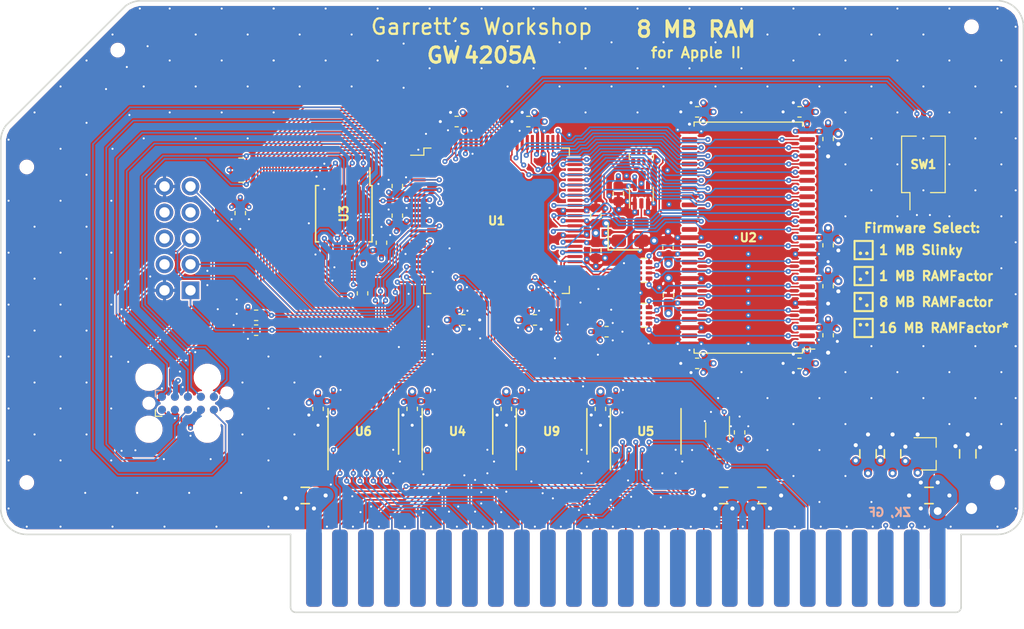
<source format=kicad_pcb>
(kicad_pcb (version 20171130) (host pcbnew "(5.1.5-0-10_14)")
  (title_block (title "GR8RAM (GW4205A)") (date 2021-01-06) (rev 0.9) (company "Garrett's Workshop"))
  (layers (0 F.Cu signal) (1 In1.Cu power) (2 In2.Cu power) (31 B.Cu signal) (34 B.Paste user) (35 F.Paste user) (36 B.SilkS user) (37 F.SilkS user) (38 B.Mask user) (39 F.Mask user) (44 Edge.Cuts user))
  (net 0 "")
  (net 1 +5V)
  (net 2 GND)
  (net 3 /A4)
  (net 4 /D7)
  (net 5 /D6)
  (net 6 /A8)
  (net 7 /A7)
  (net 8 /A6)
  (net 9 /A5)
  (net 10 /A3)
  (net 11 /A2)
  (net 12 /A1)
  (net 13 /A0)
  (net 14 /A9)
  (net 15 /D1)
  (net 16 /D5)
  (net 17 /D0)
  (net 18 /D2)
  (net 19 /D3)
  (net 20 /D4)
  (net 21 /A10)
  (net 22 +12V)
  (net 23 -12V)
  (net 24 -5V)
  (net 25 /~IOSEL~)
  (net 26 /A11)
  (net 27 /A12)
  (net 28 /A13)
  (net 29 /A14)
  (net 30 /A15)
  (net 31 /R~W~)
  (net 32 /~IOSTRB~)
  (net 33 /~NMI~)
  (net 34 /~IRQ~)
  (net 35 /~RES~)
  (net 36 /~INH~)
  (net 37 /COLORREF)
  (net 38 /7M)
  (net 39 /Q3)
  (net 40 /PHI1)
  (net 41 /USER1)
  (net 42 /PHI0)
  (net 43 /~DEVSEL~)
  (net 44 /INTin)
  (net 45 /DMAin)
  (net 46 /TCK)
  (net 47 /TDO)
  (net 48 /TMS)
  (net 49 "Net-(J2-Pad6)")
  (net 50 "Net-(J2-Pad7)")
  (net 51 "Net-(J2-Pad8)")
  (net 52 /TDI)
  (net 53 /RA0)
  (net 54 /RA1)
  (net 55 /RA2)
  (net 56 /RA3)
  (net 57 /RA4)
  (net 58 /RA5)
  (net 59 /RA6)
  (net 60 /RA7)
  (net 61 /RA8)
  (net 62 /RA9)
  (net 63 /RA10)
  (net 64 /RD0)
  (net 65 /RD1)
  (net 66 /RD2)
  (net 67 /RD3)
  (net 68 /RD4)
  (net 69 /RD5)
  (net 70 /RD6)
  (net 71 /RD7)
  (net 72 /VIDSYNC)
  (net 73 +3V3)
  (net 74 /~DMA~)
  (net 75 /R~RES~)
  (net 76 /R~IOSTRB~)
  (net 77 /R~DEVSEL~)
  (net 78 /R~IOSEL~)
  (net 79 /RA11)
  (net 80 /RA12)
  (net 81 /RA13)
  (net 82 /RA14)
  (net 83 /RA15)
  (net 84 /Ddir)
  (net 85 "Net-(U13-Pad3)")
  (net 86 /ACLK)
  (net 87 /RCLK)
  (net 88 /Dr0)
  (net 89 /Dr2)
  (net 90 /Dr1)
  (net 91 /Dr3)
  (net 92 /Dr7)
  (net 93 /Dr5)
  (net 94 /Dr6)
  (net 95 /Dr4)
  (net 96 /SD0)
  (net 97 /SD1)
  (net 98 /SD3)
  (net 99 /SD2)
  (net 100 /SD6)
  (net 101 /SD7)
  (net 102 /SD5)
  (net 103 /SD4)
  (net 104 /SDQML)
  (net 105 /S~WE~)
  (net 106 /S~CAS~)
  (net 107 /S~RAS~)
  (net 108 /S~CS~)
  (net 109 /SA0)
  (net 110 /SA3)
  (net 111 /SA4)
  (net 112 /SA6)
  (net 113 /SCKE)
  (net 114 /SDQMH)
  (net 115 /RR~W~in)
  (net 116 "Net-(RN1-Pad6)")
  (net 117 "Net-(RN1-Pad7)")
  (net 118 "Net-(RN1-Pad1)")
  (net 119 "Net-(RN1-Pad2)")
  (net 120 "Net-(RN1-Pad3)")
  (net 121 /~RDY~)
  (net 122 "Net-(R22-Pad2)")
  (net 123 /SA12)
  (net 124 /SBA0)
  (net 125 /SA11)
  (net 126 /SBA1)
  (net 127 /SA9)
  (net 128 /SA10)
  (net 129 /SA8)
  (net 130 /SA7)
  (net 131 /SA1)
  (net 132 /SA2)
  (net 133 /SA5)
  (net 134 /MISO)
  (net 135 /MOSI)
  (net 136 /F~CS~)
  (net 137 /FCK)
  (net 138 /RES~OE~)
  (net 139 /FD2)
  (net 140 /FD3)
  (net 141 "Net-(J5-Pad10)")
  (net 142 "Net-(J5-Pad9)")
  (net 143 "Net-(J4-Pad6)")
  (net 144 "Net-(J4-Pad7)")
  (net 145 "Net-(J4-Pad8)")
  (net 146 "Net-(RN5-Pad2)")
  (net 147 "Net-(RN5-Pad3)")
  (net 148 /RPHI0)
  (net 149 "Net-(J5-Pad6)")
  (net 150 "Net-(U1-Pad49)")
  (net 151 "Net-(U1-Pad48)")
  (net 152 "Net-(U1-Pad33)")
  (net 153 "Net-(U1-Pad29)")
  (net 154 "Net-(U1-Pad28)")
  (net 155 "Net-(U1-Pad27)")
  (net 156 "Net-(U1-Pad26)")
  (net 157 "Net-(U1-Pad21)")
  (net 158 "Net-(U1-Pad20)")
  (net 159 "Net-(U1-Pad18)")
  (net 160 "Net-(U5-Pad11)")
  (net 161 "Net-(U5-Pad12)")
  (net 162 /FW1)
  (net 163 /FW0)
  (net 164 "Net-(U1-Pad19)")
  (module stdpads:C_0603 (layer F.Cu) (at 90.8 111.1)
    (fp_text reference C21)
    (fp_text value 2u2)
    (pad 1 smd roundrect (at -0.75 0) (size 0.85 0.95) (layers F.Cu F.Paste F.Mask) (net 73 +3V3))
    (pad 2 smd roundrect (at 0.75 0) (size 0.85 0.95) (layers F.Cu F.Paste F.Mask) (net 2 GND))
  )
  (module stdpads:SW_DIP_SPSTx02_Slide_DSHP02TS_P1.27mm (layer F.Cu) (at 135.763 95.885)
    (fp_text reference SW1)
    (fp_text value FW)
    (fp_text user %R (at 0 0 180) (layer F.SilkS) (effects (font (size 0.8128 0.8128) (thickness 0.2032))))
    (pad 4 smd roundrect (at -0.635 -3.81 90) (size 1.27 0.76) (layers F.Cu F.Paste F.Mask) (net 162 /FW1))
    (pad 3 smd roundrect (at 0.635 -3.81 90) (size 1.27 0.76) (layers F.Cu F.Paste F.Mask) (net 163 /FW0))
    (pad 2 smd roundrect (at 0.635 3.81 90) (size 1.27 0.76) (layers F.Cu F.Paste F.Mask) (net 2 GND))
    (pad 1 smd roundrect (at -0.635 3.81 90) (size 1.27 0.76) (layers F.Cu F.Paste F.Mask) (net 2 GND))
  )
  (module stdpads:R_0603 (layer F.Cu) (at 80.95 108.5 90)
    (fp_text reference R31)
    (fp_text value 33)
    (pad 2 smd roundrect (at 0.8 0 90) (size 0.7 0.95) (layers F.Cu F.Paste F.Mask) (net 149 "Net-(J5-Pad6)"))
    (pad 1 smd roundrect (at -0.8 0 90) (size 0.7 0.95) (layers F.Cu F.Paste F.Mask) (net 137 /FCK))
  )
  (module Connector_IDC:IDC-Header_2x05_P2.54mm_Vertical (layer F.Cu) (at 64.135 108.204 180)
    (fp_text reference J4 hide)
    (fp_text value JTAG)
    (pad 1 thru_hole rect (at 0 0 180) (size 1.7272 1.7272) (drill 1.016) (layers *.Cu *.Mask) (net 46 /TCK))
    (pad 2 thru_hole oval (at 2.54 0 180) (size 1.7272 1.7272) (drill 1.016) (layers *.Cu *.Mask) (net 2 GND))
    (pad 3 thru_hole oval (at 0 2.54 180) (size 1.7272 1.7272) (drill 1.016) (layers *.Cu *.Mask) (net 47 /TDO))
    (pad 4 thru_hole oval (at 2.54 2.54 180) (size 1.7272 1.7272) (drill 1.016) (layers *.Cu *.Mask) (net 73 +3V3))
    (pad 5 thru_hole oval (at 0 5.08 180) (size 1.7272 1.7272) (drill 1.016) (layers *.Cu *.Mask) (net 48 /TMS))
    (pad 6 thru_hole oval (at 2.54 5.08 180) (size 1.7272 1.7272) (drill 1.016) (layers *.Cu *.Mask) (net 143 "Net-(J4-Pad6)"))
    (pad 7 thru_hole oval (at 0 7.62 180) (size 1.7272 1.7272) (drill 1.016) (layers *.Cu *.Mask) (net 144 "Net-(J4-Pad7)"))
    (pad 8 thru_hole oval (at 2.54 7.62 180) (size 1.7272 1.7272) (drill 1.016) (layers *.Cu *.Mask) (net 145 "Net-(J4-Pad8)"))
    (pad 9 thru_hole oval (at 0 10.16 180) (size 1.7272 1.7272) (drill 1.016) (layers *.Cu *.Mask) (net 52 /TDI))
    (pad 10 thru_hole oval (at 2.54 10.16 180) (size 1.7272 1.7272) (drill 1.016) (layers *.Cu *.Mask) (net 2 GND))
  )
  (module stdpads:Fiducial (layer F.Cu) (at 48.133 93.599 90)
    (fp_text reference FID2 hide)
    (fp_text value Fiducial hide)
    (pad ~ smd circle (at 0 0 90) (size 1 1) (layers F.Cu F.Mask) (clearance 0.575))
  )
  (module stdpads:SOIC-8_5.3mm (layer F.Cu) (at 79.121 100.711 180)
    (fp_text reference U3)
    (fp_text value W25Q128JVSIQ)
    (fp_text user %R (at 0 0 270) (layer F.SilkS) (effects (font (size 0.8128 0.8128) (thickness 0.2032))))
    (pad 8 smd roundrect (at -1.905 -3.65 270) (size 1.7 0.7) (layers F.Cu F.Paste F.Mask) (net 73 +3V3))
    (pad 7 smd roundrect (at -0.635 -3.65 270) (size 1.7 0.7) (layers F.Cu F.Paste F.Mask) (net 140 /FD3))
    (pad 6 smd roundrect (at 0.635 -3.65 270) (size 1.7 0.7) (layers F.Cu F.Paste F.Mask) (net 137 /FCK))
    (pad 5 smd roundrect (at 1.905 -3.65 270) (size 1.7 0.7) (layers F.Cu F.Paste F.Mask) (net 135 /MOSI))
    (pad 4 smd roundrect (at 1.905 3.65 270) (size 1.7 0.7) (layers F.Cu F.Paste F.Mask) (net 2 GND))
    (pad 3 smd roundrect (at 0.635 3.65 270) (size 1.7 0.7) (layers F.Cu F.Paste F.Mask) (net 139 /FD2))
    (pad 2 smd roundrect (at -0.635 3.65 270) (size 1.7 0.7) (layers F.Cu F.Paste F.Mask) (net 134 /MISO))
    (pad 1 smd roundrect (at -1.905 3.65 270) (size 1.7 0.7) (layers F.Cu F.Paste F.Mask) (net 136 /F~CS~))
  )
  (module stdpads:R4_0402 (layer F.Cu) (at 69.1 96.45 90)
    (fp_text reference RN5)
    (fp_text value 4x10k)
    (pad 5 smd roundrect (at 0.8 -0.5 180) (size 0.65 0.4) (layers F.Cu F.Paste F.Mask) (net 73 +3V3))
    (pad 6 smd roundrect (at 0.25 -0.5 180) (size 0.65 0.3) (layers F.Cu F.Paste F.Mask) (net 73 +3V3))
    (pad 8 smd roundrect (at -0.8 -0.5 180) (size 0.65 0.4) (layers F.Cu F.Paste F.Mask) (net 73 +3V3))
    (pad 7 smd roundrect (at -0.25 -0.5 180) (size 0.65 0.3) (layers F.Cu F.Paste F.Mask) (net 73 +3V3))
    (pad 4 smd roundrect (at 0.8 0.5 180) (size 0.65 0.4) (layers F.Cu F.Paste F.Mask) (net 140 /FD3))
    (pad 2 smd roundrect (at -0.25 0.5 180) (size 0.65 0.3) (layers F.Cu F.Paste F.Mask) (net 146 "Net-(RN5-Pad2)"))
    (pad 3 smd roundrect (at 0.25 0.5 180) (size 0.65 0.3) (layers F.Cu F.Paste F.Mask) (net 147 "Net-(RN5-Pad3)"))
    (pad 1 smd roundrect (at -0.8 0.5 180) (size 0.65 0.4) (layers F.Cu F.Paste F.Mask) (net 139 /FD2))
  )
  (module stdpads:R_0603 (layer F.Cu) (at 70.55 110.65)
    (fp_text reference R28)
    (fp_text value 22k)
    (pad 2 smd roundrect (at 0.8 0) (size 0.7 0.95) (layers F.Cu F.Paste F.Mask) (net 48 /TMS))
    (pad 1 smd roundrect (at -0.8 0) (size 0.7 0.95) (layers F.Cu F.Paste F.Mask) (net 73 +3V3))
  )
  (module stdpads:R_0603 (layer F.Cu) (at 70.55 112.1 180)
    (fp_text reference R29)
    (fp_text value 22k)
    (pad 1 smd roundrect (at -0.8 0 180) (size 0.7 0.95) (layers F.Cu F.Paste F.Mask) (net 46 /TCK))
    (pad 2 smd roundrect (at 0.8 0 180) (size 0.7 0.95) (layers F.Cu F.Paste F.Mask) (net 2 GND))
  )
  (module stdpads:TSSOP-20_4.4x6.5mm_P0.65mm (layer F.Cu) (at 81.025 122)
    (fp_text reference U6)
    (fp_text value 74AHC245PW)
    (fp_text user %R (at 0 0) (layer F.SilkS) (effects (font (size 0.8128 0.8128) (thickness 0.2032))))
    (pad 1 smd roundrect (at -2.925 2.95 90) (size 1.45 0.45) (layers F.Cu F.Paste F.Mask) (net 84 /Ddir))
    (pad 2 smd roundrect (at -2.275 2.95 90) (size 1.45 0.45) (layers F.Cu F.Paste F.Mask) (net 17 /D0))
    (pad 3 smd roundrect (at -1.625 2.95 90) (size 1.45 0.45) (layers F.Cu F.Paste F.Mask) (net 15 /D1))
    (pad 4 smd roundrect (at -0.975 2.95 90) (size 1.45 0.45) (layers F.Cu F.Paste F.Mask) (net 18 /D2))
    (pad 5 smd roundrect (at -0.325 2.95 90) (size 1.45 0.45) (layers F.Cu F.Paste F.Mask) (net 19 /D3))
    (pad 6 smd roundrect (at 0.325 2.95 90) (size 1.45 0.45) (layers F.Cu F.Paste F.Mask) (net 20 /D4))
    (pad 7 smd roundrect (at 0.975 2.95 90) (size 1.45 0.45) (layers F.Cu F.Paste F.Mask) (net 16 /D5))
    (pad 8 smd roundrect (at 1.625 2.95 90) (size 1.45 0.45) (layers F.Cu F.Paste F.Mask) (net 5 /D6))
    (pad 9 smd roundrect (at 2.275 2.95 90) (size 1.45 0.45) (layers F.Cu F.Paste F.Mask) (net 4 /D7))
    (pad 10 smd roundrect (at 2.925 2.95 90) (size 1.45 0.45) (layers F.Cu F.Paste F.Mask) (net 2 GND))
    (pad 11 smd roundrect (at 2.925 -2.95 90) (size 1.45 0.45) (layers F.Cu F.Paste F.Mask) (net 71 /RD7))
    (pad 12 smd roundrect (at 2.275 -2.95 90) (size 1.45 0.45) (layers F.Cu F.Paste F.Mask) (net 70 /RD6))
    (pad 13 smd roundrect (at 1.625 -2.95 90) (size 1.45 0.45) (layers F.Cu F.Paste F.Mask) (net 69 /RD5))
    (pad 14 smd roundrect (at 0.975 -2.95 90) (size 1.45 0.45) (layers F.Cu F.Paste F.Mask) (net 68 /RD4))
    (pad 15 smd roundrect (at 0.325 -2.95 90) (size 1.45 0.45) (layers F.Cu F.Paste F.Mask) (net 67 /RD3))
    (pad 16 smd roundrect (at -0.325 -2.95 90) (size 1.45 0.45) (layers F.Cu F.Paste F.Mask) (net 66 /RD2))
    (pad 17 smd roundrect (at -0.975 -2.95 90) (size 1.45 0.45) (layers F.Cu F.Paste F.Mask) (net 65 /RD1))
    (pad 18 smd roundrect (at -1.625 -2.95 90) (size 1.45 0.45) (layers F.Cu F.Paste F.Mask) (net 64 /RD0))
    (pad 19 smd roundrect (at -2.275 -2.95 90) (size 1.45 0.45) (layers F.Cu F.Paste F.Mask) (net 2 GND))
    (pad 20 smd roundrect (at -2.925 -2.95 90) (size 1.45 0.45) (layers F.Cu F.Paste F.Mask) (net 73 +3V3))
  )
  (module stdpads:TQFP-100_14x14mm_P0.5mm (layer F.Cu) (at 94.05 101.4 270)
    (fp_text reference U1)
    (fp_text value EPM240T100C5N)
    (fp_text user %R (at 0 0) (layer F.SilkS) (effects (font (size 0.8128 0.8128) (thickness 0.2032))))
    (pad 100 smd roundrect (at -7.6625 6) (size 0.3 1.475) (layers F.Cu F.Paste F.Mask) (net 53 /RA0))
    (pad 99 smd roundrect (at -7.6625 5.5) (size 0.3 1.475) (layers F.Cu F.Paste F.Mask) (net 71 /RD7))
    (pad 98 smd roundrect (at -7.6625 5) (size 0.3 1.475) (layers F.Cu F.Paste F.Mask) (net 54 /RA1))
    (pad 97 smd roundrect (at -7.6625 4.5) (size 0.3 1.475) (layers F.Cu F.Paste F.Mask) (net 55 /RA2))
    (pad 96 smd roundrect (at -7.6625 4) (size 0.3 1.475) (layers F.Cu F.Paste F.Mask) (net 163 /FW0))
    (pad 95 smd roundrect (at -7.6625 3.5) (size 0.3 1.475) (layers F.Cu F.Paste F.Mask) (net 162 /FW1))
    (pad 94 smd roundrect (at -7.6625 3) (size 0.3 1.475) (layers F.Cu F.Paste F.Mask) (net 73 +3V3))
    (pad 93 smd roundrect (at -7.6625 2.5) (size 0.3 1.475) (layers F.Cu F.Paste F.Mask) (net 2 GND))
    (pad 92 smd roundrect (at -7.6625 2) (size 0.3 1.475) (layers F.Cu F.Paste F.Mask) (net 70 /RD6))
    (pad 91 smd roundrect (at -7.6625 1.5) (size 0.3 1.475) (layers F.Cu F.Paste F.Mask) (net 69 /RD5))
    (pad 90 smd roundrect (at -7.6625 1) (size 0.3 1.475) (layers F.Cu F.Paste F.Mask) (net 68 /RD4))
    (pad 89 smd roundrect (at -7.6625 0.5) (size 0.3 1.475) (layers F.Cu F.Paste F.Mask) (net 67 /RD3))
    (pad 88 smd roundrect (at -7.6625 0) (size 0.3 1.475) (layers F.Cu F.Paste F.Mask) (net 66 /RD2))
    (pad 87 smd roundrect (at -7.6625 -0.5) (size 0.3 1.475) (layers F.Cu F.Paste F.Mask) (net 65 /RD1))
    (pad 86 smd roundrect (at -7.6625 -1) (size 0.3 1.475) (layers F.Cu F.Paste F.Mask) (net 64 /RD0))
    (pad 85 smd roundrect (at -7.6625 -1.5) (size 0.3 1.475) (layers F.Cu F.Paste F.Mask) (net 104 /SDQML))
    (pad 84 smd roundrect (at -7.6625 -2) (size 0.3 1.475) (layers F.Cu F.Paste F.Mask) (net 110 /SA3))
    (pad 83 smd roundrect (at -7.6625 -2.5) (size 0.3 1.475) (layers F.Cu F.Paste F.Mask) (net 133 /SA5))
    (pad 82 smd roundrect (at -7.6625 -3) (size 0.3 1.475) (layers F.Cu F.Paste F.Mask) (net 132 /SA2))
    (pad 81 smd roundrect (at -7.6625 -3.5) (size 0.3 1.475) (layers F.Cu F.Paste F.Mask) (net 131 /SA1))
    (pad 80 smd roundrect (at -7.6625 -4) (size 0.3 1.475) (layers F.Cu F.Paste F.Mask) (net 73 +3V3))
    (pad 79 smd roundrect (at -7.6625 -4.5) (size 0.3 1.475) (layers F.Cu F.Paste F.Mask) (net 2 GND))
    (pad 78 smd roundrect (at -7.6625 -5) (size 0.3 1.475) (layers F.Cu F.Paste F.Mask) (net 130 /SA7))
    (pad 77 smd roundrect (at -7.6625 -5.5) (size 0.3 1.475) (layers F.Cu F.Paste F.Mask) (net 112 /SA6))
    (pad 76 smd roundrect (at -7.6625 -6) (size 0.3 1.475) (layers F.Cu F.Paste F.Mask) (net 111 /SA4))
    (pad 75 smd roundrect (at -6 -7.6625) (size 1.475 0.3) (layers F.Cu F.Paste F.Mask) (net 109 /SA0))
    (pad 74 smd roundrect (at -5.5 -7.6625) (size 1.475 0.3) (layers F.Cu F.Paste F.Mask) (net 129 /SA8))
    (pad 73 smd roundrect (at -5 -7.6625) (size 1.475 0.3) (layers F.Cu F.Paste F.Mask) (net 128 /SA10))
    (pad 72 smd roundrect (at -4.5 -7.6625) (size 1.475 0.3) (layers F.Cu F.Paste F.Mask) (net 127 /SA9))
    (pad 71 smd roundrect (at -4 -7.6625) (size 1.475 0.3) (layers F.Cu F.Paste F.Mask) (net 126 /SBA1))
    (pad 70 smd roundrect (at -3.5 -7.6625) (size 1.475 0.3) (layers F.Cu F.Paste F.Mask) (net 125 /SA11))
    (pad 69 smd roundrect (at -3 -7.6625) (size 1.475 0.3) (layers F.Cu F.Paste F.Mask) (net 124 /SBA0))
    (pad 68 smd roundrect (at -2.5 -7.6625) (size 1.475 0.3) (layers F.Cu F.Paste F.Mask) (net 123 /SA12))
    (pad 67 smd roundrect (at -2 -7.6625) (size 1.475 0.3) (layers F.Cu F.Paste F.Mask) (net 108 /S~CS~))
    (pad 66 smd roundrect (at -1.5 -7.6625) (size 1.475 0.3) (layers F.Cu F.Paste F.Mask) (net 113 /SCKE))
    (pad 65 smd roundrect (at -1 -7.6625) (size 1.475 0.3) (layers F.Cu F.Paste F.Mask) (net 2 GND))
    (pad 64 smd roundrect (at -0.5 -7.6625) (size 1.475 0.3) (layers F.Cu F.Paste F.Mask) (net 86 /ACLK))
    (pad 63 smd roundrect (at 0 -7.6625) (size 1.475 0.3) (layers F.Cu F.Paste F.Mask) (net 73 +3V3))
    (pad 62 smd roundrect (at 0.5 -7.6625) (size 1.475 0.3) (layers F.Cu F.Paste F.Mask) (net 107 /S~RAS~))
    (pad 61 smd roundrect (at 1 -7.6625) (size 1.475 0.3) (layers F.Cu F.Paste F.Mask) (net 106 /S~CAS~))
    (pad 60 smd roundrect (at 1.5 -7.6625) (size 1.475 0.3) (layers F.Cu F.Paste F.Mask) (net 2 GND))
    (pad 59 smd roundrect (at 2 -7.6625) (size 1.475 0.3) (layers F.Cu F.Paste F.Mask) (net 73 +3V3))
    (pad 58 smd roundrect (at 2.5 -7.6625) (size 1.475 0.3) (layers F.Cu F.Paste F.Mask) (net 105 /S~WE~))
    (pad 57 smd roundrect (at 3 -7.6625) (size 1.475 0.3) (layers F.Cu F.Paste F.Mask) (net 114 /SDQMH))
    (pad 56 smd roundrect (at 3.5 -7.6625) (size 1.475 0.3) (layers F.Cu F.Paste F.Mask) (net 89 /Dr2))
    (pad 55 smd roundrect (at 4 -7.6625) (size 1.475 0.3) (layers F.Cu F.Paste F.Mask) (net 91 /Dr3))
    (pad 54 smd roundrect (at 4.5 -7.6625) (size 1.475 0.3) (layers F.Cu F.Paste F.Mask) (net 92 /Dr7))
    (pad 53 smd roundrect (at 5 -7.6625) (size 1.475 0.3) (layers F.Cu F.Paste F.Mask) (net 94 /Dr6))
    (pad 52 smd roundrect (at 5.5 -7.6625) (size 1.475 0.3) (layers F.Cu F.Paste F.Mask) (net 93 /Dr5))
    (pad 51 smd roundrect (at 6 -7.6625) (size 1.475 0.3) (layers F.Cu F.Paste F.Mask) (net 95 /Dr4))
    (pad 50 smd roundrect (at 7.6625 -6) (size 0.3 1.475) (layers F.Cu F.Paste F.Mask) (net 88 /Dr0))
    (pad 49 smd roundrect (at 7.6625 -5.5) (size 0.3 1.475) (layers F.Cu F.Paste F.Mask) (net 150 "Net-(U1-Pad49)"))
    (pad 48 smd roundrect (at 7.6625 -5) (size 0.3 1.475) (layers F.Cu F.Paste F.Mask) (net 151 "Net-(U1-Pad48)"))
    (pad 47 smd roundrect (at 7.6625 -4.5) (size 0.3 1.475) (layers F.Cu F.Paste F.Mask) (net 90 /Dr1))
    (pad 46 smd roundrect (at 7.6625 -4) (size 0.3 1.475) (layers F.Cu F.Paste F.Mask) (net 2 GND))
    (pad 45 smd roundrect (at 7.6625 -3.5) (size 0.3 1.475) (layers F.Cu F.Paste F.Mask) (net 73 +3V3))
    (pad 44 smd roundrect (at 7.6625 -3) (size 0.3 1.475) (layers F.Cu F.Paste F.Mask) (net 75 /R~RES~))
    (pad 43 smd roundrect (at 7.6625 -2.5) (size 0.3 1.475) (layers F.Cu F.Paste F.Mask) (net 115 /RR~W~in))
    (pad 42 smd roundrect (at 7.6625 -2) (size 0.3 1.475) (layers F.Cu F.Paste F.Mask) (net 76 /R~IOSTRB~))
    (pad 41 smd roundrect (at 7.6625 -1.5) (size 0.3 1.475) (layers F.Cu F.Paste F.Mask) (net 148 /RPHI0))
    (pad 40 smd roundrect (at 7.6625 -1) (size 0.3 1.475) (layers F.Cu F.Paste F.Mask) (net 77 /R~DEVSEL~))
    (pad 39 smd roundrect (at 7.6625 -0.5) (size 0.3 1.475) (layers F.Cu F.Paste F.Mask) (net 78 /R~IOSEL~))
    (pad 38 smd roundrect (at 7.6625 0) (size 0.3 1.475) (layers F.Cu F.Paste F.Mask) (net 83 /RA15))
    (pad 37 smd roundrect (at 7.6625 0.5) (size 0.3 1.475) (layers F.Cu F.Paste F.Mask) (net 82 /RA14))
    (pad 36 smd roundrect (at 7.6625 1) (size 0.3 1.475) (layers F.Cu F.Paste F.Mask) (net 81 /RA13))
    (pad 35 smd roundrect (at 7.6625 1.5) (size 0.3 1.475) (layers F.Cu F.Paste F.Mask) (net 80 /RA12))
    (pad 34 smd roundrect (at 7.6625 2) (size 0.3 1.475) (layers F.Cu F.Paste F.Mask) (net 79 /RA11))
    (pad 33 smd roundrect (at 7.6625 2.5) (size 0.3 1.475) (layers F.Cu F.Paste F.Mask) (net 152 "Net-(U1-Pad33)"))
    (pad 32 smd roundrect (at 7.6625 3) (size 0.3 1.475) (layers F.Cu F.Paste F.Mask) (net 2 GND))
    (pad 31 smd roundrect (at 7.6625 3.5) (size 0.3 1.475) (layers F.Cu F.Paste F.Mask) (net 73 +3V3))
    (pad 30 smd roundrect (at 7.6625 4) (size 0.3 1.475) (layers F.Cu F.Paste F.Mask) (net 138 /RES~OE~))
    (pad 29 smd roundrect (at 7.6625 4.5) (size 0.3 1.475) (layers F.Cu F.Paste F.Mask) (net 153 "Net-(U1-Pad29)"))
    (pad 28 smd roundrect (at 7.6625 5) (size 0.3 1.475) (layers F.Cu F.Paste F.Mask) (net 154 "Net-(U1-Pad28)"))
    (pad 27 smd roundrect (at 7.6625 5.5) (size 0.3 1.475) (layers F.Cu F.Paste F.Mask) (net 155 "Net-(U1-Pad27)"))
    (pad 26 smd roundrect (at 7.6625 6) (size 0.3 1.475) (layers F.Cu F.Paste F.Mask) (net 156 "Net-(U1-Pad26)"))
    (pad 25 smd roundrect (at 6 7.6625) (size 1.475 0.3) (layers F.Cu F.Paste F.Mask) (net 47 /TDO))
    (pad 24 smd roundrect (at 5.5 7.6625) (size 1.475 0.3) (layers F.Cu F.Paste F.Mask) (net 46 /TCK))
    (pad 23 smd roundrect (at 5 7.6625) (size 1.475 0.3) (layers F.Cu F.Paste F.Mask) (net 52 /TDI))
    (pad 22 smd roundrect (at 4.5 7.6625) (size 1.475 0.3) (layers F.Cu F.Paste F.Mask) (net 48 /TMS))
    (pad 21 smd roundrect (at 4 7.6625) (size 1.475 0.3) (layers F.Cu F.Paste F.Mask) (net 157 "Net-(U1-Pad21)"))
    (pad 20 smd roundrect (at 3.5 7.6625) (size 1.475 0.3) (layers F.Cu F.Paste F.Mask) (net 158 "Net-(U1-Pad20)"))
    (pad 19 smd roundrect (at 3 7.6625) (size 1.475 0.3) (layers F.Cu F.Paste F.Mask) (net 164 "Net-(U1-Pad19)"))
    (pad 18 smd roundrect (at 2.5 7.6625) (size 1.475 0.3) (layers F.Cu F.Paste F.Mask) (net 159 "Net-(U1-Pad18)"))
    (pad 17 smd roundrect (at 2 7.6625) (size 1.475 0.3) (layers F.Cu F.Paste F.Mask) (net 84 /Ddir))
    (pad 16 smd roundrect (at 1.5 7.6625) (size 1.475 0.3) (layers F.Cu F.Paste F.Mask) (net 134 /MISO))
    (pad 15 smd roundrect (at 1 7.6625) (size 1.475 0.3) (layers F.Cu F.Paste F.Mask) (net 135 /MOSI))
    (pad 14 smd roundrect (at 0.5 7.6625) (size 1.475 0.3) (layers F.Cu F.Paste F.Mask) (net 63 /RA10))
    (pad 13 smd roundrect (at 0 7.6625) (size 1.475 0.3) (layers F.Cu F.Paste F.Mask) (net 73 +3V3))
    (pad 12 smd roundrect (at -0.5 7.6625) (size 1.475 0.3) (layers F.Cu F.Paste F.Mask) (net 137 /FCK))
    (pad 11 smd roundrect (at -1 7.6625) (size 1.475 0.3) (layers F.Cu F.Paste F.Mask) (net 2 GND))
    (pad 10 smd roundrect (at -1.5 7.6625) (size 1.475 0.3) (layers F.Cu F.Paste F.Mask) (net 2 GND))
    (pad 9 smd roundrect (at -2 7.6625) (size 1.475 0.3) (layers F.Cu F.Paste F.Mask) (net 73 +3V3))
    (pad 8 smd roundrect (at -2.5 7.6625) (size 1.475 0.3) (layers F.Cu F.Paste F.Mask) (net 62 /RA9))
    (pad 7 smd roundrect (at -3 7.6625) (size 1.475 0.3) (layers F.Cu F.Paste F.Mask) (net 61 /RA8))
    (pad 6 smd roundrect (at -3.5 7.6625) (size 1.475 0.3) (layers F.Cu F.Paste F.Mask) (net 60 /RA7))
    (pad 5 smd roundrect (at -4 7.6625) (size 1.475 0.3) (layers F.Cu F.Paste F.Mask) (net 136 /F~CS~))
    (pad 4 smd roundrect (at -4.5 7.6625) (size 1.475 0.3) (layers F.Cu F.Paste F.Mask) (net 56 /RA3))
    (pad 3 smd roundrect (at -5 7.6625) (size 1.475 0.3) (layers F.Cu F.Paste F.Mask) (net 59 /RA6))
    (pad 2 smd roundrect (at -5.5 7.6625) (size 1.475 0.3) (layers F.Cu F.Paste F.Mask) (net 58 /RA5))
    (pad 1 smd roundrect (at -6 7.6625) (size 1.475 0.3) (layers F.Cu F.Paste F.Mask) (net 57 /RA4))
  )
  (module stdpads:R_0603 (layer F.Cu) (at 115.8 124.2 180)
    (fp_text reference R22)
    (fp_text value 33)
    (pad 1 smd roundrect (at -0.8 0 180) (size 0.7 0.95) (layers F.Cu F.Paste F.Mask) (net 35 /~RES~))
    (pad 2 smd roundrect (at 0.8 0 180) (size 0.7 0.95) (layers F.Cu F.Paste F.Mask) (net 122 "Net-(R22-Pad2)"))
  )
  (module stdpads:C_0603 (layer F.Cu) (at 69 100.65 270)
    (fp_text reference C44)
    (fp_text value 2u2)
    (pad 1 smd roundrect (at -0.75 0 270) (size 0.85 0.95) (layers F.Cu F.Paste F.Mask) (net 73 +3V3))
    (pad 2 smd roundrect (at 0.75 0 270) (size 0.85 0.95) (layers F.Cu F.Paste F.Mask) (net 2 GND))
  )
  (module stdpads:C_0603 (layer F.Cu) (at 104.8 112.25)
    (fp_text reference C43)
    (fp_text value 2u2)
    (pad 2 smd roundrect (at 0.75 0) (size 0.85 0.95) (layers F.Cu F.Paste F.Mask) (net 2 GND))
    (pad 1 smd roundrect (at -0.75 0) (size 0.85 0.95) (layers F.Cu F.Paste F.Mask) (net 73 +3V3))
  )
  (module Connector:Tag-Connect_TC2050-IDC-FP_2x05_P1.27mm_Vertical (layer B.Cu) (at 63.881 119.253)
    (fp_text reference J5)
    (fp_text value JTAG)
    (pad "" np_thru_hole circle (at 1.905 2.54) (size 2.3749 2.3749) (drill 2.3749) (layers *.Cu *.Mask))
    (pad "" np_thru_hole circle (at 1.905 -2.54) (size 2.3749 2.3749) (drill 2.3749) (layers *.Cu *.Mask))
    (pad "" np_thru_hole circle (at -3.81 -2.54) (size 2.3749 2.3749) (drill 2.3749) (layers *.Cu *.Mask))
    (pad "" np_thru_hole circle (at -3.81 2.54) (size 2.3749 2.3749) (drill 2.3749) (layers *.Cu *.Mask))
    (pad 10 connect circle (at -2.54 0.635) (size 0.7874 0.7874) (layers B.Cu B.Mask) (net 141 "Net-(J5-Pad10)"))
    (pad 9 connect circle (at -1.27 0.635) (size 0.7874 0.7874) (layers B.Cu B.Mask) (net 142 "Net-(J5-Pad9)"))
    (pad 8 connect circle (at 0 0.635) (size 0.7874 0.7874) (layers B.Cu B.Mask) (net 135 /MOSI))
    (pad 7 connect circle (at 1.27 0.635) (size 0.7874 0.7874) (layers B.Cu B.Mask) (net 2 GND))
    (pad 6 connect circle (at 2.54 0.635) (size 0.7874 0.7874) (layers B.Cu B.Mask) (net 149 "Net-(J5-Pad6)"))
    (pad 5 connect circle (at 2.54 -0.635) (size 0.7874 0.7874) (layers B.Cu B.Mask) (net 139 /FD2))
    (pad 4 connect circle (at 1.27 -0.635) (size 0.7874 0.7874) (layers B.Cu B.Mask) (net 140 /FD3))
    (pad 3 connect circle (at 0 -0.635) (size 0.7874 0.7874) (layers B.Cu B.Mask) (net 134 /MISO))
    (pad 2 connect circle (at -1.27 -0.635) (size 0.7874 0.7874) (layers B.Cu B.Mask) (net 73 +3V3))
    (pad 1 connect circle (at -2.54 -0.635) (size 0.7874 0.7874) (layers B.Cu B.Mask) (net 136 /F~CS~))
    (pad "" np_thru_hole circle (at -3.81 0) (size 0.9906 0.9906) (drill 0.9906) (layers *.Cu *.Mask))
    (pad "" np_thru_hole circle (at 3.81 -1.016) (size 0.9906 0.9906) (drill 0.9906) (layers *.Cu *.Mask))
    (pad "" np_thru_hole circle (at 3.81 1.016) (size 0.9906 0.9906) (drill 0.9906) (layers *.Cu *.Mask))
  )
  (module stdpads:SOT-353 (layer F.Cu) (at 108.2 98.85 270)
    (fp_text reference U16)
    (fp_text value 74LVC1G125GW)
    (pad 5 smd roundrect (at -0.85 0.65 90) (size 1 0.4) (layers F.Cu F.Paste F.Mask) (net 73 +3V3))
    (pad 4 smd roundrect (at -0.85 -0.65 90) (size 1 0.4) (layers F.Cu F.Paste F.Mask) (net 118 "Net-(RN1-Pad1)"))
    (pad 2 smd roundrect (at 0.85 0 90) (size 1 0.4) (layers F.Cu F.Paste F.Mask) (net 85 "Net-(U13-Pad3)"))
    (pad 1 smd roundrect (at 0.85 0.65 90) (size 1 0.4) (layers F.Cu F.Paste F.Mask) (net 2 GND))
    (pad 3 smd roundrect (at 0.85 -0.65 90) (size 1 0.4) (layers F.Cu F.Paste F.Mask) (net 2 GND))
  )
  (module stdpads:TSOP-II-54_22.2x10.16mm_P0.8mm (layer F.Cu) (at 118.65 103.05 180)
    (fp_text reference U2)
    (fp_text value W9825)
    (fp_text user %R (at 0 0) (layer F.SilkS) (effects (font (size 0.8128 0.8128) (thickness 0.2032))))
    (pad 1 smd roundrect (at -5.75 -10.4 180) (size 1.51 0.458) (layers F.Cu F.Paste F.Mask) (net 73 +3V3))
    (pad 2 smd roundrect (at -5.75 -9.6 180) (size 1.51 0.458) (layers F.Cu F.Paste F.Mask) (net 96 /SD0))
    (pad 3 smd roundrect (at -5.75 -8.8 180) (size 1.51 0.458) (layers F.Cu F.Paste F.Mask) (net 73 +3V3))
    (pad 4 smd roundrect (at -5.75 -8 180) (size 1.51 0.458) (layers F.Cu F.Paste F.Mask) (net 97 /SD1))
    (pad 5 smd roundrect (at -5.75 -7.2 180) (size 1.51 0.458) (layers F.Cu F.Paste F.Mask) (net 99 /SD2))
    (pad 6 smd roundrect (at -5.75 -6.4 180) (size 1.51 0.458) (layers F.Cu F.Paste F.Mask) (net 2 GND))
    (pad 7 smd roundrect (at -5.75 -5.6 180) (size 1.51 0.458) (layers F.Cu F.Paste F.Mask) (net 98 /SD3))
    (pad 8 smd roundrect (at -5.75 -4.8 180) (size 1.51 0.458) (layers F.Cu F.Paste F.Mask) (net 103 /SD4))
    (pad 9 smd roundrect (at -5.75 -4 180) (size 1.51 0.458) (layers F.Cu F.Paste F.Mask) (net 73 +3V3))
    (pad 10 smd roundrect (at -5.75 -3.2 180) (size 1.51 0.458) (layers F.Cu F.Paste F.Mask) (net 102 /SD5))
    (pad 11 smd roundrect (at -5.75 -2.4 180) (size 1.51 0.458) (layers F.Cu F.Paste F.Mask) (net 100 /SD6))
    (pad 12 smd roundrect (at -5.75 -1.6 180) (size 1.51 0.458) (layers F.Cu F.Paste F.Mask) (net 2 GND))
    (pad 13 smd roundrect (at -5.75 -0.8 180) (size 1.51 0.458) (layers F.Cu F.Paste F.Mask) (net 101 /SD7))
    (pad 14 smd roundrect (at -5.75 0 180) (size 1.51 0.458) (layers F.Cu F.Paste F.Mask) (net 73 +3V3))
    (pad 15 smd roundrect (at -5.75 0.8 180) (size 1.51 0.458) (layers F.Cu F.Paste F.Mask) (net 104 /SDQML))
    (pad 16 smd roundrect (at -5.75 1.6 180) (size 1.51 0.458) (layers F.Cu F.Paste F.Mask) (net 105 /S~WE~))
    (pad 17 smd roundrect (at -5.75 2.4 180) (size 1.51 0.458) (layers F.Cu F.Paste F.Mask) (net 106 /S~CAS~))
    (pad 18 smd roundrect (at -5.75 3.2 180) (size 1.51 0.458) (layers F.Cu F.Paste F.Mask) (net 107 /S~RAS~))
    (pad 19 smd roundrect (at -5.75 4 180) (size 1.51 0.458) (layers F.Cu F.Paste F.Mask) (net 108 /S~CS~))
    (pad 20 smd roundrect (at -5.75 4.8 180) (size 1.51 0.458) (layers F.Cu F.Paste F.Mask) (net 124 /SBA0))
    (pad 21 smd roundrect (at -5.75 5.6 180) (size 1.51 0.458) (layers F.Cu F.Paste F.Mask) (net 126 /SBA1))
    (pad 22 smd roundrect (at -5.75 6.4 180) (size 1.51 0.458) (layers F.Cu F.Paste F.Mask) (net 128 /SA10))
    (pad 23 smd roundrect (at -5.75 7.2 180) (size 1.51 0.458) (layers F.Cu F.Paste F.Mask) (net 109 /SA0))
    (pad 24 smd roundrect (at -5.75 8 180) (size 1.51 0.458) (layers F.Cu F.Paste F.Mask) (net 131 /SA1))
    (pad 25 smd roundrect (at -5.75 8.8 180) (size 1.51 0.458) (layers F.Cu F.Paste F.Mask) (net 132 /SA2))
    (pad 26 smd roundrect (at -5.75 9.6 180) (size 1.51 0.458) (layers F.Cu F.Paste F.Mask) (net 110 /SA3))
    (pad 27 smd roundrect (at -5.75 10.4 180) (size 1.51 0.458) (layers F.Cu F.Paste F.Mask) (net 73 +3V3))
    (pad 28 smd roundrect (at 5.75 10.4 180) (size 1.51 0.458) (layers F.Cu F.Paste F.Mask) (net 2 GND))
    (pad 29 smd roundrect (at 5.75 9.6 180) (size 1.51 0.458) (layers F.Cu F.Paste F.Mask) (net 111 /SA4))
    (pad 30 smd roundrect (at 5.75 8.8 180) (size 1.51 0.458) (layers F.Cu F.Paste F.Mask) (net 133 /SA5))
    (pad 31 smd roundrect (at 5.75 8 180) (size 1.51 0.458) (layers F.Cu F.Paste F.Mask) (net 112 /SA6))
    (pad 32 smd roundrect (at 5.75 7.2 180) (size 1.51 0.458) (layers F.Cu F.Paste F.Mask) (net 130 /SA7))
    (pad 33 smd roundrect (at 5.75 6.4 180) (size 1.51 0.458) (layers F.Cu F.Paste F.Mask) (net 129 /SA8))
    (pad 34 smd roundrect (at 5.75 5.6 180) (size 1.51 0.458) (layers F.Cu F.Paste F.Mask) (net 127 /SA9))
    (pad 35 smd roundrect (at 5.75 4.8 180) (size 1.51 0.458) (layers F.Cu F.Paste F.Mask) (net 125 /SA11))
    (pad 36 smd roundrect (at 5.75 4 180) (size 1.51 0.458) (layers F.Cu F.Paste F.Mask) (net 123 /SA12))
    (pad 37 smd roundrect (at 5.75 3.2 180) (size 1.51 0.458) (layers F.Cu F.Paste F.Mask) (net 113 /SCKE))
    (pad 38 smd roundrect (at 5.75 2.4 180) (size 1.51 0.458) (layers F.Cu F.Paste F.Mask) (net 87 /RCLK))
    (pad 39 smd roundrect (at 5.75 1.6 180) (size 1.51 0.458) (layers F.Cu F.Paste F.Mask) (net 114 /SDQMH))
    (pad 40 smd roundrect (at 5.75 0.8 180) (size 1.51 0.458) (layers F.Cu F.Paste F.Mask))
    (pad 41 smd roundrect (at 5.75 0 180) (size 1.51 0.458) (layers F.Cu F.Paste F.Mask) (net 2 GND))
    (pad 42 smd roundrect (at 5.75 -0.8 180) (size 1.51 0.458) (layers F.Cu F.Paste F.Mask) (net 101 /SD7))
    (pad 43 smd roundrect (at 5.75 -1.6 180) (size 1.51 0.458) (layers F.Cu F.Paste F.Mask) (net 73 +3V3))
    (pad 44 smd roundrect (at 5.75 -2.4 180) (size 1.51 0.458) (layers F.Cu F.Paste F.Mask) (net 100 /SD6))
    (pad 45 smd roundrect (at 5.75 -3.2 180) (size 1.51 0.458) (layers F.Cu F.Paste F.Mask) (net 102 /SD5))
    (pad 46 smd roundrect (at 5.75 -4 180) (size 1.51 0.458) (layers F.Cu F.Paste F.Mask) (net 2 GND))
    (pad 47 smd roundrect (at 5.75 -4.8 180) (size 1.51 0.458) (layers F.Cu F.Paste F.Mask) (net 103 /SD4))
    (pad 48 smd roundrect (at 5.75 -5.6 180) (size 1.51 0.458) (layers F.Cu F.Paste F.Mask) (net 98 /SD3))
    (pad 49 smd roundrect (at 5.75 -6.4 180) (size 1.51 0.458) (layers F.Cu F.Paste F.Mask) (net 73 +3V3))
    (pad 50 smd roundrect (at 5.75 -7.2 180) (size 1.51 0.458) (layers F.Cu F.Paste F.Mask) (net 99 /SD2))
    (pad 51 smd roundrect (at 5.75 -8 180) (size 1.51 0.458) (layers F.Cu F.Paste F.Mask) (net 97 /SD1))
    (pad 52 smd roundrect (at 5.75 -8.8 180) (size 1.51 0.458) (layers F.Cu F.Paste F.Mask) (net 2 GND))
    (pad 53 smd roundrect (at 5.75 -9.6 180) (size 1.51 0.458) (layers F.Cu F.Paste F.Mask) (net 96 /SD0))
    (pad 54 smd roundrect (at 5.75 -10.4 180) (size 1.51 0.458) (layers F.Cu F.Paste F.Mask) (net 2 GND))
  )
  (module stdpads:C_0805 (layer F.Cu) (at 132.75 124.2 90)
    (fp_text reference C10)
    (fp_text value 10u)
    (pad 1 smd roundrect (at -0.85 0 90) (size 1.05 1.4) (layers F.Cu F.Paste F.Mask) (net 73 +3V3))
    (pad 2 smd roundrect (at 0.85 0 90) (size 1.05 1.4) (layers F.Cu F.Paste F.Mask) (net 2 GND))
  )
  (module Connector:Tag-Connect_TC2050-IDC-FP_2x05_P1.27mm_Vertical (layer F.Cu) (at 63.881 119.253)
    (fp_text reference J2)
    (fp_text value JTAG)
    (pad "" np_thru_hole circle (at 3.81 -1.016) (size 0.9906 0.9906) (drill 0.9906) (layers *.Cu *.Mask))
    (pad "" np_thru_hole circle (at 3.81 1.016) (size 0.9906 0.9906) (drill 0.9906) (layers *.Cu *.Mask))
    (pad "" np_thru_hole circle (at -3.81 0) (size 0.9906 0.9906) (drill 0.9906) (layers *.Cu *.Mask))
    (pad 1 connect circle (at -2.54 0.635) (size 0.7874 0.7874) (layers F.Cu F.Mask) (net 46 /TCK))
    (pad 2 connect circle (at -1.27 0.635) (size 0.7874 0.7874) (layers F.Cu F.Mask) (net 2 GND))
    (pad 3 connect circle (at 0 0.635) (size 0.7874 0.7874) (layers F.Cu F.Mask) (net 47 /TDO))
    (pad 4 connect circle (at 1.27 0.635) (size 0.7874 0.7874) (layers F.Cu F.Mask) (net 73 +3V3))
    (pad 5 connect circle (at 2.54 0.635) (size 0.7874 0.7874) (layers F.Cu F.Mask) (net 48 /TMS))
    (pad 6 connect circle (at 2.54 -0.635) (size 0.7874 0.7874) (layers F.Cu F.Mask) (net 49 "Net-(J2-Pad6)"))
    (pad 7 connect circle (at 1.27 -0.635) (size 0.7874 0.7874) (layers F.Cu F.Mask) (net 50 "Net-(J2-Pad7)"))
    (pad 8 connect circle (at 0 -0.635) (size 0.7874 0.7874) (layers F.Cu F.Mask) (net 51 "Net-(J2-Pad8)"))
    (pad 9 connect circle (at -1.27 -0.635) (size 0.7874 0.7874) (layers F.Cu F.Mask) (net 52 /TDI))
    (pad 10 connect circle (at -2.54 -0.635) (size 0.7874 0.7874) (layers F.Cu F.Mask) (net 2 GND))
    (pad "" np_thru_hole circle (at -3.81 -2.54) (size 2.3749 2.3749) (drill 2.3749) (layers *.Cu *.Mask))
    (pad "" np_thru_hole circle (at -3.81 2.54) (size 2.3749 2.3749) (drill 2.3749) (layers *.Cu *.Mask))
    (pad "" np_thru_hole circle (at 1.905 2.54) (size 2.3749 2.3749) (drill 2.3749) (layers *.Cu *.Mask))
    (pad "" np_thru_hole circle (at 1.905 -2.54) (size 2.3749 2.3749) (drill 2.3749) (layers *.Cu *.Mask))
  )
  (module stdpads:C_0603 (layer F.Cu) (at 123.65 115.35 180)
    (fp_text reference C28)
    (fp_text value 2u2)
    (pad 2 smd roundrect (at 0.75 0 180) (size 0.85 0.95) (layers F.Cu F.Paste F.Mask) (net 2 GND))
    (pad 1 smd roundrect (at -0.75 0 180) (size 0.85 0.95) (layers F.Cu F.Paste F.Mask) (net 73 +3V3))
  )
  (module stdpads:TSSOP-20_4.4x6.5mm_P0.65mm (layer F.Cu) (at 108.625 122)
    (fp_text reference U5)
    (fp_text value 74AHC245PW)
    (fp_text user %R (at 0 0) (layer F.SilkS) (effects (font (size 0.8128 0.8128) (thickness 0.2032))))
    (pad 1 smd roundrect (at -2.925 2.95 90) (size 1.45 0.45) (layers F.Cu F.Paste F.Mask) (net 73 +3V3))
    (pad 2 smd roundrect (at -2.275 2.95 90) (size 1.45 0.45) (layers F.Cu F.Paste F.Mask) (net 25 /~IOSEL~))
    (pad 3 smd roundrect (at -1.625 2.95 90) (size 1.45 0.45) (layers F.Cu F.Paste F.Mask) (net 43 /~DEVSEL~))
    (pad 4 smd roundrect (at -0.975 2.95 90) (size 1.45 0.45) (layers F.Cu F.Paste F.Mask) (net 42 /PHI0))
    (pad 5 smd roundrect (at -0.325 2.95 90) (size 1.45 0.45) (layers F.Cu F.Paste F.Mask) (net 32 /~IOSTRB~))
    (pad 6 smd roundrect (at 0.325 2.95 90) (size 1.45 0.45) (layers F.Cu F.Paste F.Mask) (net 35 /~RES~))
    (pad 7 smd roundrect (at 0.975 2.95 90) (size 1.45 0.45) (layers F.Cu F.Paste F.Mask) (net 31 /R~W~))
    (pad 8 smd roundrect (at 1.625 2.95 90) (size 1.45 0.45) (layers F.Cu F.Paste F.Mask) (net 2 GND))
    (pad 9 smd roundrect (at 2.275 2.95 90) (size 1.45 0.45) (layers F.Cu F.Paste F.Mask) (net 2 GND))
    (pad 10 smd roundrect (at 2.925 2.95 90) (size 1.45 0.45) (layers F.Cu F.Paste F.Mask) (net 2 GND))
    (pad 11 smd roundrect (at 2.925 -2.95 90) (size 1.45 0.45) (layers F.Cu F.Paste F.Mask) (net 160 "Net-(U5-Pad11)"))
    (pad 12 smd roundrect (at 2.275 -2.95 90) (size 1.45 0.45) (layers F.Cu F.Paste F.Mask) (net 161 "Net-(U5-Pad12)"))
    (pad 13 smd roundrect (at 1.625 -2.95 90) (size 1.45 0.45) (layers F.Cu F.Paste F.Mask) (net 115 /RR~W~in))
    (pad 14 smd roundrect (at 0.975 -2.95 90) (size 1.45 0.45) (layers F.Cu F.Paste F.Mask) (net 75 /R~RES~))
    (pad 15 smd roundrect (at 0.325 -2.95 90) (size 1.45 0.45) (layers F.Cu F.Paste F.Mask) (net 76 /R~IOSTRB~))
    (pad 16 smd roundrect (at -0.325 -2.95 90) (size 1.45 0.45) (layers F.Cu F.Paste F.Mask) (net 148 /RPHI0))
    (pad 17 smd roundrect (at -0.975 -2.95 90) (size 1.45 0.45) (layers F.Cu F.Paste F.Mask) (net 77 /R~DEVSEL~))
    (pad 18 smd roundrect (at -1.625 -2.95 90) (size 1.45 0.45) (layers F.Cu F.Paste F.Mask) (net 78 /R~IOSEL~))
    (pad 19 smd roundrect (at -2.275 -2.95 90) (size 1.45 0.45) (layers F.Cu F.Paste F.Mask) (net 2 GND))
    (pad 20 smd roundrect (at -2.925 -2.95 90) (size 1.45 0.45) (layers F.Cu F.Paste F.Mask) (net 73 +3V3))
  )
  (module stdpads:Crystal_SMD_3225-4Pin_3.2x2.5mm (layer F.Cu) (at 107.1 102.5)
    (fp_text reference U13)
    (fp_text value 25M)
    (pad 1 smd roundrect (at -1.1 0.85) (size 1.4 1.2) (layers F.Cu F.Paste F.Mask) (net 73 +3V3))
    (pad 2 smd roundrect (at 1.1 0.85) (size 1.4 1.2) (layers F.Cu F.Paste F.Mask) (net 2 GND))
    (pad 3 smd roundrect (at 1.1 -0.85) (size 1.4 1.2) (layers F.Cu F.Paste F.Mask) (net 85 "Net-(U13-Pad3)"))
    (pad 4 smd roundrect (at -1.1 -0.85) (size 1.4 1.2) (layers F.Cu F.Paste F.Mask) (net 73 +3V3))
  )
  (module stdpads:C_0603 (layer F.Cu) (at 105.95 98.75 270)
    (fp_text reference C27)
    (fp_text value 2u2)
    (pad 1 smd roundrect (at -0.75 0 270) (size 0.85 0.95) (layers F.Cu F.Paste F.Mask) (net 73 +3V3))
    (pad 2 smd roundrect (at 0.75 0 270) (size 0.85 0.95) (layers F.Cu F.Paste F.Mask) (net 2 GND))
  )
  (module stdpads:C_0603 (layer F.Cu) (at 110.85 108.7 90)
    (fp_text reference C34)
    (fp_text value 2u2)
    (pad 1 smd roundrect (at -0.75 0 90) (size 0.85 0.95) (layers F.Cu F.Paste F.Mask) (net 73 +3V3))
    (pad 2 smd roundrect (at 0.75 0 90) (size 0.85 0.95) (layers F.Cu F.Paste F.Mask) (net 2 GND))
  )
  (module stdpads:C_0603 (layer F.Cu) (at 113.65 115.35 180)
    (fp_text reference C35)
    (fp_text value 2u2)
    (pad 1 smd roundrect (at -0.75 0 180) (size 0.85 0.95) (layers F.Cu F.Paste F.Mask) (net 73 +3V3))
    (pad 2 smd roundrect (at 0.75 0 180) (size 0.85 0.95) (layers F.Cu F.Paste F.Mask) (net 2 GND))
  )
  (module stdpads:C_0603 (layer F.Cu) (at 126.45 93.4 270)
    (fp_text reference C32)
    (fp_text value 2u2)
    (pad 2 smd roundrect (at 0.75 0 270) (size 0.85 0.95) (layers F.Cu F.Paste F.Mask) (net 2 GND))
    (pad 1 smd roundrect (at -0.75 0 270) (size 0.85 0.95) (layers F.Cu F.Paste F.Mask) (net 73 +3V3))
  )
  (module stdpads:C_0603 (layer F.Cu) (at 110.8 104.05 90)
    (fp_text reference C33)
    (fp_text value 2u2)
    (pad 1 smd roundrect (at -0.75 0 90) (size 0.85 0.95) (layers F.Cu F.Paste F.Mask) (net 73 +3V3))
    (pad 2 smd roundrect (at 0.75 0 90) (size 0.85 0.95) (layers F.Cu F.Paste F.Mask) (net 2 GND))
  )
  (module stdpads:C_0603 (layer F.Cu) (at 126.45 107.8 270)
    (fp_text reference C30)
    (fp_text value 2u2)
    (pad 1 smd roundrect (at -0.75 0 270) (size 0.85 0.95) (layers F.Cu F.Paste F.Mask) (net 73 +3V3))
    (pad 2 smd roundrect (at 0.75 0 270) (size 0.85 0.95) (layers F.Cu F.Paste F.Mask) (net 2 GND))
  )
  (module stdpads:C_0603 (layer F.Cu) (at 126.45 112.6 270)
    (fp_text reference C29)
    (fp_text value 2u2)
    (pad 1 smd roundrect (at -0.75 0 270) (size 0.85 0.95) (layers F.Cu F.Paste F.Mask) (net 73 +3V3))
    (pad 2 smd roundrect (at 0.75 0 270) (size 0.85 0.95) (layers F.Cu F.Paste F.Mask) (net 2 GND))
  )
  (module stdpads:C_0603 (layer F.Cu) (at 126.45 103.8 270)
    (fp_text reference C31)
    (fp_text value 2u2)
    (pad 1 smd roundrect (at -0.75 0 270) (size 0.85 0.95) (layers F.Cu F.Paste F.Mask) (net 73 +3V3))
    (pad 2 smd roundrect (at 0.75 0 270) (size 0.85 0.95) (layers F.Cu F.Paste F.Mask) (net 2 GND))
  )
  (module stdpads:AppleIIBus_Edge (layer F.Cu) (at 106.68 135.382)
    (fp_text reference J1 hide)
    (fp_text value AppleIIBus)
    (pad 1 smd roundrect (at -30.48 0 180) (size 1.524 7.54) (layers F.Cu F.Mask) (net 25 /~IOSEL~))
    (pad 2 smd roundrect (at -27.94 0 180) (size 1.524 7.54) (layers F.Cu F.Mask) (net 13 /A0))
    (pad 3 smd roundrect (at -25.4 0 180) (size 1.524 7.54) (layers F.Cu F.Mask) (net 12 /A1))
    (pad 4 smd roundrect (at -22.86 0 180) (size 1.524 7.54) (layers F.Cu F.Mask) (net 11 /A2))
    (pad 5 smd roundrect (at -20.32 0 180) (size 1.524 7.54) (layers F.Cu F.Mask) (net 10 /A3))
    (pad 6 smd roundrect (at -17.78 0 180) (size 1.524 7.54) (layers F.Cu F.Mask) (net 3 /A4))
    (pad 7 smd roundrect (at -15.24 0 180) (size 1.524 7.54) (layers F.Cu F.Mask) (net 9 /A5))
    (pad 8 smd roundrect (at -12.7 0 180) (size 1.524 7.54) (layers F.Cu F.Mask) (net 8 /A6))
    (pad 9 smd roundrect (at -10.16 0 180) (size 1.524 7.54) (layers F.Cu F.Mask) (net 7 /A7))
    (pad 10 smd roundrect (at -7.62 0 180) (size 1.524 7.54) (layers F.Cu F.Mask) (net 6 /A8))
    (pad 11 smd roundrect (at -5.08 0 180) (size 1.524 7.54) (layers F.Cu F.Mask) (net 14 /A9))
    (pad 12 smd roundrect (at -2.54 0 180) (size 1.524 7.54) (layers F.Cu F.Mask) (net 21 /A10))
    (pad 13 smd roundrect (at 0 0 180) (size 1.524 7.54) (layers F.Cu F.Mask) (net 26 /A11))
    (pad 14 smd roundrect (at 2.54 0 180) (size 1.524 7.54) (layers F.Cu F.Mask) (net 27 /A12))
    (pad 15 smd roundrect (at 5.08 0 180) (size 1.524 7.54) (layers F.Cu F.Mask) (net 28 /A13))
    (pad 16 smd roundrect (at 7.62 0 180) (size 1.524 7.54) (layers F.Cu F.Mask) (net 29 /A14))
    (pad 17 smd roundrect (at 10.16 0 180) (size 1.524 7.54) (layers F.Cu F.Mask) (net 30 /A15))
    (pad 18 smd roundrect (at 12.7 0 180) (size 1.524 7.54) (layers F.Cu F.Mask) (net 31 /R~W~))
    (pad 19 smd roundrect (at 15.24 0 180) (size 1.524 7.54) (layers F.Cu F.Mask) (net 72 /VIDSYNC))
    (pad 20 smd roundrect (at 17.78 0 180) (size 1.524 7.54) (layers F.Cu F.Mask) (net 32 /~IOSTRB~))
    (pad 21 smd roundrect (at 20.32 0 180) (size 1.524 7.54) (layers F.Cu F.Mask) (net 121 /~RDY~))
    (pad 22 smd roundrect (at 22.86 0 180) (size 1.524 7.54) (layers F.Cu F.Mask) (net 74 /~DMA~))
    (pad 23 smd roundrect (at 25.4 0 180) (size 1.524 7.54) (layers F.Cu F.Mask) (net 44 /INTin))
    (pad 24 smd roundrect (at 27.94 0 180) (size 1.524 7.54) (layers F.Cu F.Mask) (net 45 /DMAin))
    (pad 25 smd roundrect (at 30.48 0 180) (size 1.524 7.54) (layers F.Cu F.Mask) (net 1 +5V))
    (pad 29 smd roundrect (at 22.86 0 180) (size 1.524 7.54) (layers B.Cu B.Mask) (net 33 /~NMI~))
    (pad 30 smd roundrect (at 20.32 0 180) (size 1.524 7.54) (layers B.Cu B.Mask) (net 34 /~IRQ~))
    (pad 31 smd roundrect (at 17.78 0 180) (size 1.524 7.54) (layers B.Cu B.Mask) (net 35 /~RES~))
    (pad 32 smd roundrect (at 15.24 0 180) (size 1.524 7.54) (layers B.Cu B.Mask) (net 36 /~INH~))
    (pad 33 smd roundrect (at 12.7 0 180) (size 1.524 7.54) (layers B.Cu B.Mask) (net 23 -12V))
    (pad 34 smd roundrect (at 10.16 0 180) (size 1.524 7.54) (layers B.Cu B.Mask) (net 24 -5V))
    (pad 35 smd roundrect (at 7.62 0 180) (size 1.524 7.54) (layers B.Cu B.Mask) (net 37 /COLORREF))
    (pad 36 smd roundrect (at 5.08 0 180) (size 1.524 7.54) (layers B.Cu B.Mask) (net 38 /7M))
    (pad 37 smd roundrect (at 2.54 0 180) (size 1.524 7.54) (layers B.Cu B.Mask) (net 39 /Q3))
    (pad 38 smd roundrect (at 0 0 180) (size 1.524 7.54) (layers B.Cu B.Mask) (net 40 /PHI1))
    (pad 39 smd roundrect (at -2.54 0 180) (size 1.524 7.54) (layers B.Cu B.Mask) (net 41 /USER1))
    (pad 40 smd roundrect (at -5.08 0 180) (size 1.524 7.54) (layers B.Cu B.Mask) (net 42 /PHI0))
    (pad 41 smd roundrect (at -7.62 0 180) (size 1.524 7.54) (layers B.Cu B.Mask) (net 43 /~DEVSEL~))
    (pad 42 smd roundrect (at -10.16 0 180) (size 1.524 7.54) (layers B.Cu B.Mask) (net 4 /D7))
    (pad 43 smd roundrect (at -12.7 0 180) (size 1.524 7.54) (layers B.Cu B.Mask) (net 5 /D6))
    (pad 44 smd roundrect (at -15.24 0 180) (size 1.524 7.54) (layers B.Cu B.Mask) (net 16 /D5))
    (pad 45 smd roundrect (at -17.78 0 180) (size 1.524 7.54) (layers B.Cu B.Mask) (net 20 /D4))
    (pad 46 smd roundrect (at -20.32 0 180) (size 1.524 7.54) (layers B.Cu B.Mask) (net 19 /D3))
    (pad 47 smd roundrect (at -22.86 0 180) (size 1.524 7.54) (layers B.Cu B.Mask) (net 18 /D2))
    (pad 48 smd roundrect (at -25.4 0 180) (size 1.524 7.54) (layers B.Cu B.Mask) (net 15 /D1))
    (pad 49 smd roundrect (at -27.94 0 180) (size 1.524 7.54) (layers B.Cu B.Mask) (net 17 /D0))
    (pad 50 smd roundrect (at -30.48 0 180) (size 1.524 7.54) (layers B.Cu B.Mask) (net 22 +12V))
    (pad 28 smd roundrect (at 25.4 0 180) (size 1.524 7.54) (layers B.Cu B.Mask) (net 44 /INTin))
    (pad 27 smd roundrect (at 27.94 0 180) (size 1.524 7.54) (layers B.Cu B.Mask) (net 45 /DMAin))
    (pad 26 smd roundrect (at 30.48 0 180) (size 1.524 7.54) (layers B.Cu B.Mask) (net 2 GND))
  )
  (module stdpads:C_0805 (layer F.Cu) (at 116.244 128.27)
    (fp_text reference C3 hide)
    (fp_text value 10u hide)
    (pad 2 smd roundrect (at 0.85 0) (size 1.05 1.4) (layers F.Cu F.Paste F.Mask) (net 24 -5V))
    (pad 1 smd roundrect (at -0.85 0) (size 1.05 1.4) (layers F.Cu F.Paste F.Mask) (net 2 GND))
  )
  (module stdpads:C_0805 (layer F.Cu) (at 119.976 128.27 180)
    (fp_text reference C2 hide)
    (fp_text value 10u hide)
    (pad 2 smd roundrect (at 0.85 0 180) (size 1.05 1.4) (layers F.Cu F.Paste F.Mask) (net 23 -12V))
    (pad 1 smd roundrect (at -0.85 0 180) (size 1.05 1.4) (layers F.Cu F.Paste F.Mask) (net 2 GND))
  )
  (module stdpads:PasteHole_1.1mm_PTH (layer F.Cu) (at 140.462 129.54)
    (fp_text reference H1 hide)
    (fp_text value " " hide)
    (pad 1 thru_hole circle (at 0 0) (size 2 2) (drill 1.1) (layers *.Cu *.Mask) (net 2 GND))
  )
  (module stdpads:C_0805 (layer F.Cu) (at 75.35 128.27 180)
    (fp_text reference C4 hide)
    (fp_text value 10u hide)
    (pad 1 smd roundrect (at -0.85 0 180) (size 1.05 1.4) (layers F.Cu F.Paste F.Mask) (net 22 +12V))
    (pad 2 smd roundrect (at 0.85 0 180) (size 1.05 1.4) (layers F.Cu F.Paste F.Mask) (net 2 GND))
  )
  (module stdpads:Fiducial (layer F.Cu) (at 143.002 129.54)
    (fp_text reference FID4 hide)
    (fp_text value Fiducial hide)
    (pad ~ smd circle (at 0 0) (size 1 1) (layers F.Cu F.Mask) (clearance 0.575))
  )
  (module stdpads:Fiducial (layer F.Cu) (at 48.133 129.54)
    (fp_text reference FID5 hide)
    (fp_text value Fiducial hide)
    (pad ~ smd circle (at 0 0) (size 1 1) (layers F.Cu F.Mask) (clearance 0.575))
  )
  (module stdpads:Fiducial (layer F.Cu) (at 143.002 82.423 270)
    (fp_text reference FID1 hide)
    (fp_text value Fiducial hide)
    (pad ~ smd circle (at 0 0 270) (size 1 1) (layers F.Cu F.Mask) (clearance 0.575))
  )
  (module stdpads:Fiducial (layer F.Cu) (at 58.801 82.931 90)
    (fp_text reference FID3 hide)
    (fp_text value Fiducial hide)
    (pad ~ smd circle (at 0 0 90) (size 1 1) (layers F.Cu F.Mask) (clearance 0.575))
  )
  (module stdpads:C_0603 (layer F.Cu) (at 103.75 104.3 270)
    (fp_text reference C23)
    (fp_text value 2u2)
    (pad 1 smd roundrect (at -0.75 0 270) (size 0.85 0.95) (layers F.Cu F.Paste F.Mask) (net 73 +3V3))
    (pad 2 smd roundrect (at 0.75 0 270) (size 0.85 0.95) (layers F.Cu F.Paste F.Mask) (net 2 GND))
  )
  (module stdpads:C_0603 (layer F.Cu) (at 97.8 111.1)
    (fp_text reference C22)
    (fp_text value 2u2)
    (pad 2 smd roundrect (at 0.75 0) (size 0.85 0.95) (layers F.Cu F.Paste F.Mask) (net 2 GND))
    (pad 1 smd roundrect (at -0.75 0) (size 0.85 0.95) (layers F.Cu F.Paste F.Mask) (net 73 +3V3))
  )
  (module stdpads:C_0603 (layer F.Cu) (at 84.35 100.9 90)
    (fp_text reference C20)
    (fp_text value 2u2)
    (pad 1 smd roundrect (at -0.75 0 90) (size 0.85 0.95) (layers F.Cu F.Paste F.Mask) (net 73 +3V3))
    (pad 2 smd roundrect (at 0.75 0 90) (size 0.85 0.95) (layers F.Cu F.Paste F.Mask) (net 2 GND))
  )
  (module stdpads:C_0603 (layer F.Cu) (at 97.15 91.7 180)
    (fp_text reference C25)
    (fp_text value 2u2)
    (pad 1 smd roundrect (at -0.75 0 180) (size 0.85 0.95) (layers F.Cu F.Paste F.Mask) (net 73 +3V3))
    (pad 2 smd roundrect (at 0.75 0 180) (size 0.85 0.95) (layers F.Cu F.Paste F.Mask) (net 2 GND))
  )
  (module stdpads:C_0603 (layer F.Cu) (at 90.15 91.7 180)
    (fp_text reference C26)
    (fp_text value 2u2)
    (pad 2 smd roundrect (at 0.75 0 180) (size 0.85 0.95) (layers F.Cu F.Paste F.Mask) (net 2 GND))
    (pad 1 smd roundrect (at -0.75 0 180) (size 0.85 0.95) (layers F.Cu F.Paste F.Mask) (net 73 +3V3))
  )
  (module stdpads:C_0603 (layer F.Cu) (at 84.35 98 90)
    (fp_text reference C19)
    (fp_text value 2u2)
    (pad 2 smd roundrect (at 0.75 0 90) (size 0.85 0.95) (layers F.Cu F.Paste F.Mask) (net 2 GND))
    (pad 1 smd roundrect (at -0.75 0 90) (size 0.85 0.95) (layers F.Cu F.Paste F.Mask) (net 73 +3V3))
  )
  (module stdpads:C_0603 (layer F.Cu) (at 85.8 119.8 270)
    (fp_text reference C14)
    (fp_text value 2u2)
    (pad 2 smd roundrect (at 0.75 0 270) (size 0.85 0.95) (layers F.Cu F.Paste F.Mask) (net 2 GND))
    (pad 1 smd roundrect (at -0.75 0 270) (size 0.85 0.95) (layers F.Cu F.Paste F.Mask) (net 73 +3V3))
  )
  (module stdpads:C_0603 (layer F.Cu) (at 104.2 119.8 270)
    (fp_text reference C16)
    (fp_text value 2u2)
    (pad 2 smd roundrect (at 0.75 0 270) (size 0.85 0.95) (layers F.Cu F.Paste F.Mask) (net 2 GND))
    (pad 1 smd roundrect (at -0.75 0 270) (size 0.85 0.95) (layers F.Cu F.Paste F.Mask) (net 73 +3V3))
  )
  (module stdpads:C_0603 (layer F.Cu) (at 95 119.8 270)
    (fp_text reference C15)
    (fp_text value 2u2)
    (pad 1 smd roundrect (at -0.75 0 270) (size 0.85 0.95) (layers F.Cu F.Paste F.Mask) (net 73 +3V3))
    (pad 2 smd roundrect (at 0.75 0 270) (size 0.85 0.95) (layers F.Cu F.Paste F.Mask) (net 2 GND))
  )
  (module stdpads:C_0805 (layer F.Cu) (at 136.31 128.27 180)
    (fp_text reference C1)
    (fp_text value 10u)
    (pad 1 smd roundrect (at -0.85 0 180) (size 1.05 1.4) (layers F.Cu F.Paste F.Mask) (net 1 +5V))
    (pad 2 smd roundrect (at 0.85 0 180) (size 1.05 1.4) (layers F.Cu F.Paste F.Mask) (net 2 GND))
  )
  (module stdpads:TSSOP-20_4.4x6.5mm_P0.65mm (layer F.Cu) (at 99.425 122)
    (fp_text reference U9)
    (fp_text value 74AHC245PW)
    (fp_text user %R (at 0 0) (layer F.SilkS) (effects (font (size 0.8128 0.8128) (thickness 0.2032))))
    (pad 20 smd roundrect (at -2.925 -2.95 90) (size 1.45 0.45) (layers F.Cu F.Paste F.Mask) (net 73 +3V3))
    (pad 19 smd roundrect (at -2.275 -2.95 90) (size 1.45 0.45) (layers F.Cu F.Paste F.Mask) (net 2 GND))
    (pad 18 smd roundrect (at -1.625 -2.95 90) (size 1.45 0.45) (layers F.Cu F.Paste F.Mask) (net 61 /RA8))
    (pad 17 smd roundrect (at -0.975 -2.95 90) (size 1.45 0.45) (layers F.Cu F.Paste F.Mask) (net 62 /RA9))
    (pad 16 smd roundrect (at -0.325 -2.95 90) (size 1.45 0.45) (layers F.Cu F.Paste F.Mask) (net 63 /RA10))
    (pad 15 smd roundrect (at 0.325 -2.95 90) (size 1.45 0.45) (layers F.Cu F.Paste F.Mask) (net 79 /RA11))
    (pad 14 smd roundrect (at 0.975 -2.95 90) (size 1.45 0.45) (layers F.Cu F.Paste F.Mask) (net 80 /RA12))
    (pad 13 smd roundrect (at 1.625 -2.95 90) (size 1.45 0.45) (layers F.Cu F.Paste F.Mask) (net 81 /RA13))
    (pad 12 smd roundrect (at 2.275 -2.95 90) (size 1.45 0.45) (layers F.Cu F.Paste F.Mask) (net 82 /RA14))
    (pad 11 smd roundrect (at 2.925 -2.95 90) (size 1.45 0.45) (layers F.Cu F.Paste F.Mask) (net 83 /RA15))
    (pad 10 smd roundrect (at 2.925 2.95 90) (size 1.45 0.45) (layers F.Cu F.Paste F.Mask) (net 2 GND))
    (pad 9 smd roundrect (at 2.275 2.95 90) (size 1.45 0.45) (layers F.Cu F.Paste F.Mask) (net 30 /A15))
    (pad 8 smd roundrect (at 1.625 2.95 90) (size 1.45 0.45) (layers F.Cu F.Paste F.Mask) (net 29 /A14))
    (pad 7 smd roundrect (at 0.975 2.95 90) (size 1.45 0.45) (layers F.Cu F.Paste F.Mask) (net 28 /A13))
    (pad 6 smd roundrect (at 0.325 2.95 90) (size 1.45 0.45) (layers F.Cu F.Paste F.Mask) (net 27 /A12))
    (pad 5 smd roundrect (at -0.325 2.95 90) (size 1.45 0.45) (layers F.Cu F.Paste F.Mask) (net 26 /A11))
    (pad 4 smd roundrect (at -0.975 2.95 90) (size 1.45 0.45) (layers F.Cu F.Paste F.Mask) (net 21 /A10))
    (pad 3 smd roundrect (at -1.625 2.95 90) (size 1.45 0.45) (layers F.Cu F.Paste F.Mask) (net 14 /A9))
    (pad 2 smd roundrect (at -2.275 2.95 90) (size 1.45 0.45) (layers F.Cu F.Paste F.Mask) (net 6 /A8))
    (pad 1 smd roundrect (at -2.925 2.95 90) (size 1.45 0.45) (layers F.Cu F.Paste F.Mask) (net 73 +3V3))
  )
  (module stdpads:C_0603 (layer F.Cu) (at 103.75 100.9 90)
    (fp_text reference C24)
    (fp_text value 2u2)
    (pad 2 smd roundrect (at 0.75 0 90) (size 0.85 0.95) (layers F.Cu F.Paste F.Mask) (net 2 GND))
    (pad 1 smd roundrect (at -0.75 0 90) (size 0.85 0.95) (layers F.Cu F.Paste F.Mask) (net 73 +3V3))
  )
  (module stdpads:TSSOP-20_4.4x6.5mm_P0.65mm (layer F.Cu) (at 90.225 122)
    (fp_text reference U4)
    (fp_text value 74AHC245PW)
    (fp_text user %R (at 0 0) (layer F.SilkS) (effects (font (size 0.8128 0.8128) (thickness 0.2032))))
    (pad 20 smd roundrect (at -2.925 -2.95 90) (size 1.45 0.45) (layers F.Cu F.Paste F.Mask) (net 73 +3V3))
    (pad 19 smd roundrect (at -2.275 -2.95 90) (size 1.45 0.45) (layers F.Cu F.Paste F.Mask) (net 2 GND))
    (pad 18 smd roundrect (at -1.625 -2.95 90) (size 1.45 0.45) (layers F.Cu F.Paste F.Mask) (net 53 /RA0))
    (pad 17 smd roundrect (at -0.975 -2.95 90) (size 1.45 0.45) (layers F.Cu F.Paste F.Mask) (net 54 /RA1))
    (pad 16 smd roundrect (at -0.325 -2.95 90) (size 1.45 0.45) (layers F.Cu F.Paste F.Mask) (net 55 /RA2))
    (pad 15 smd roundrect (at 0.325 -2.95 90) (size 1.45 0.45) (layers F.Cu F.Paste F.Mask) (net 56 /RA3))
    (pad 14 smd roundrect (at 0.975 -2.95 90) (size 1.45 0.45) (layers F.Cu F.Paste F.Mask) (net 57 /RA4))
    (pad 13 smd roundrect (at 1.625 -2.95 90) (size 1.45 0.45) (layers F.Cu F.Paste F.Mask) (net 58 /RA5))
    (pad 12 smd roundrect (at 2.275 -2.95 90) (size 1.45 0.45) (layers F.Cu F.Paste F.Mask) (net 59 /RA6))
    (pad 11 smd roundrect (at 2.925 -2.95 90) (size 1.45 0.45) (layers F.Cu F.Paste F.Mask) (net 60 /RA7))
    (pad 10 smd roundrect (at 2.925 2.95 90) (size 1.45 0.45) (layers F.Cu F.Paste F.Mask) (net 2 GND))
    (pad 9 smd roundrect (at 2.275 2.95 90) (size 1.45 0.45) (layers F.Cu F.Paste F.Mask) (net 7 /A7))
    (pad 8 smd roundrect (at 1.625 2.95 90) (size 1.45 0.45) (layers F.Cu F.Paste F.Mask) (net 8 /A6))
    (pad 7 smd roundrect (at 0.975 2.95 90) (size 1.45 0.45) (layers F.Cu F.Paste F.Mask) (net 9 /A5))
    (pad 6 smd roundrect (at 0.325 2.95 90) (size 1.45 0.45) (layers F.Cu F.Paste F.Mask) (net 3 /A4))
    (pad 5 smd roundrect (at -0.325 2.95 90) (size 1.45 0.45) (layers F.Cu F.Paste F.Mask) (net 10 /A3))
    (pad 4 smd roundrect (at -0.975 2.95 90) (size 1.45 0.45) (layers F.Cu F.Paste F.Mask) (net 11 /A2))
    (pad 3 smd roundrect (at -1.625 2.95 90) (size 1.45 0.45) (layers F.Cu F.Paste F.Mask) (net 12 /A1))
    (pad 2 smd roundrect (at -2.275 2.95 90) (size 1.45 0.45) (layers F.Cu F.Paste F.Mask) (net 13 /A0))
    (pad 1 smd roundrect (at -2.925 2.95 90) (size 1.45 0.45) (layers F.Cu F.Paste F.Mask) (net 73 +3V3))
  )
  (module stdpads:SOT-23 (layer F.Cu) (at 136.25 124.2 180)
    (fp_text reference U8)
    (fp_text value XC6206P332MR)
    (pad 1 smd roundrect (at 1.05 0.95) (size 1.35 0.8) (layers F.Cu F.Paste F.Mask) (net 2 GND))
    (pad 2 smd roundrect (at 1.05 -0.95) (size 1.35 0.8) (layers F.Cu F.Paste F.Mask) (net 73 +3V3))
    (pad 3 smd roundrect (at -1.05 0) (size 1.35 0.8) (layers F.Cu F.Paste F.Mask) (net 1 +5V))
  )
  (module stdpads:C_0805 (layer F.Cu) (at 140.1 124.2 90)
    (fp_text reference C7)
    (fp_text value 10u)
    (pad 2 smd roundrect (at 0.85 0 90) (size 1.05 1.4) (layers F.Cu F.Paste F.Mask) (net 2 GND))
    (pad 1 smd roundrect (at -0.85 0 90) (size 1.05 1.4) (layers F.Cu F.Paste F.Mask) (net 1 +5V))
  )
  (module stdpads:PasteHole_1.152mm_NPTH (layer F.Cu) (at 48.133 96.139 90)
    (fp_text reference H3)
    (fp_text value " " hide)
    (pad "" np_thru_hole circle (at 0 0 90) (size 1.152 1.152) (drill 1.152) (layers *.Cu *.Mask))
  )
  (module stdpads:PasteHole_1.152mm_NPTH (layer F.Cu) (at 57.023 84.709 90)
    (fp_text reference H4)
    (fp_text value " " hide)
    (pad "" np_thru_hole circle (at 0 0 90) (size 1.152 1.152) (drill 1.152) (layers *.Cu *.Mask))
  )
  (module stdpads:PasteHole_1.152mm_NPTH (layer F.Cu) (at 143.002 127)
    (fp_text reference H6)
    (fp_text value " " hide)
    (pad "" np_thru_hole circle (at 0 0) (size 1.152 1.152) (drill 1.152) (layers *.Cu *.Mask))
  )
  (module stdpads:PasteHole_1.152mm_NPTH (layer F.Cu) (at 48.133 127)
    (fp_text reference H2)
    (fp_text value " " hide)
    (pad "" np_thru_hole circle (at 0 0) (size 1.152 1.152) (drill 1.152) (layers *.Cu *.Mask))
  )
  (module stdpads:PasteHole_1.152mm_NPTH (layer F.Cu) (at 140.462 82.423 270)
    (fp_text reference H5)
    (fp_text value " " hide)
    (pad "" np_thru_hole circle (at 0 0 270) (size 1.152 1.152) (drill 1.152) (layers *.Cu *.Mask))
  )
  (module stdpads:C_0603 (layer F.Cu) (at 76.6 119.8 270)
    (fp_text reference C13)
    (fp_text value 2u2)
    (pad 1 smd roundrect (at -0.75 0 270) (size 0.85 0.95) (layers F.Cu F.Paste F.Mask) (net 73 +3V3))
    (pad 2 smd roundrect (at 0.75 0 270) (size 0.85 0.95) (layers F.Cu F.Paste F.Mask) (net 2 GND))
  )
  (module stdpads:R4_0402 (layer F.Cu) (at 108.2 95.15)
    (fp_text reference RN1)
    (fp_text value 4x33)
    (pad 5 smd roundrect (at 0.8 -0.5 90) (size 0.65 0.4) (layers F.Cu F.Paste F.Mask) (net 87 /RCLK))
    (pad 6 smd roundrect (at 0.25 -0.5 90) (size 0.65 0.3) (layers F.Cu F.Paste F.Mask) (net 116 "Net-(RN1-Pad6)"))
    (pad 8 smd roundrect (at -0.8 -0.5 90) (size 0.65 0.4) (layers F.Cu F.Paste F.Mask) (net 86 /ACLK))
    (pad 7 smd roundrect (at -0.25 -0.5 90) (size 0.65 0.3) (layers F.Cu F.Paste F.Mask) (net 117 "Net-(RN1-Pad7)"))
    (pad 4 smd roundrect (at 0.8 0.5 90) (size 0.65 0.4) (layers F.Cu F.Paste F.Mask) (net 118 "Net-(RN1-Pad1)"))
    (pad 2 smd roundrect (at -0.25 0.5 90) (size 0.65 0.3) (layers F.Cu F.Paste F.Mask) (net 119 "Net-(RN1-Pad2)"))
    (pad 3 smd roundrect (at 0.25 0.5 90) (size 0.65 0.3) (layers F.Cu F.Paste F.Mask) (net 120 "Net-(RN1-Pad3)"))
    (pad 1 smd roundrect (at -0.8 0.5 90) (size 0.65 0.4) (layers F.Cu F.Paste F.Mask) (net 118 "Net-(RN1-Pad1)"))
  )
  (module stdpads:R4_0402 (layer F.Cu) (at 108.45 106.25 270)
    (fp_text reference RN2)
    (fp_text value 4x33)
    (pad 1 smd roundrect (at -0.8 0.5) (size 0.65 0.4) (layers F.Cu F.Paste F.Mask) (net 92 /Dr7))
    (pad 3 smd roundrect (at 0.25 0.5) (size 0.65 0.3) (layers F.Cu F.Paste F.Mask) (net 93 /Dr5))
    (pad 2 smd roundrect (at -0.25 0.5) (size 0.65 0.3) (layers F.Cu F.Paste F.Mask) (net 94 /Dr6))
    (pad 4 smd roundrect (at 0.8 0.5) (size 0.65 0.4) (layers F.Cu F.Paste F.Mask) (net 95 /Dr4))
    (pad 7 smd roundrect (at -0.25 -0.5) (size 0.65 0.3) (layers F.Cu F.Paste F.Mask) (net 100 /SD6))
    (pad 8 smd roundrect (at -0.8 -0.5) (size 0.65 0.4) (layers F.Cu F.Paste F.Mask) (net 101 /SD7))
    (pad 6 smd roundrect (at 0.25 -0.5) (size 0.65 0.3) (layers F.Cu F.Paste F.Mask) (net 102 /SD5))
    (pad 5 smd roundrect (at 0.8 -0.5) (size 0.65 0.4) (layers F.Cu F.Paste F.Mask) (net 103 /SD4))
  )
  (module stdpads:R4_0402 (layer F.Cu) (at 108.45 110.65 270)
    (fp_text reference RN3)
    (fp_text value 4x33)
    (pad 5 smd roundrect (at 0.8 -0.5) (size 0.65 0.4) (layers F.Cu F.Paste F.Mask) (net 96 /SD0))
    (pad 6 smd roundrect (at 0.25 -0.5) (size 0.65 0.3) (layers F.Cu F.Paste F.Mask) (net 97 /SD1))
    (pad 8 smd roundrect (at -0.8 -0.5) (size 0.65 0.4) (layers F.Cu F.Paste F.Mask) (net 98 /SD3))
    (pad 7 smd roundrect (at -0.25 -0.5) (size 0.65 0.3) (layers F.Cu F.Paste F.Mask) (net 99 /SD2))
    (pad 4 smd roundrect (at 0.8 0.5) (size 0.65 0.4) (layers F.Cu F.Paste F.Mask) (net 88 /Dr0))
    (pad 2 smd roundrect (at -0.25 0.5) (size 0.65 0.3) (layers F.Cu F.Paste F.Mask) (net 89 /Dr2))
    (pad 3 smd roundrect (at 0.25 0.5) (size 0.65 0.3) (layers F.Cu F.Paste F.Mask) (net 90 /Dr1))
    (pad 1 smd roundrect (at -0.8 0.5) (size 0.65 0.4) (layers F.Cu F.Paste F.Mask) (net 91 /Dr3))
  )
  (module stdpads:C_0603 (layer F.Cu) (at 82.8 103.551 90)
    (fp_text reference C18)
    (fp_text value 2u2)
    (pad 1 smd roundrect (at -0.75 0 90) (size 0.85 0.95) (layers F.Cu F.Paste F.Mask) (net 73 +3V3))
    (pad 2 smd roundrect (at 0.75 0 90) (size 0.85 0.95) (layers F.Cu F.Paste F.Mask) (net 2 GND))
  )
  (module stdpads:SOT-353 (layer F.Cu) (at 115.65 121.85 90)
    (fp_text reference U14)
    (fp_text value 74LVC1G125GW)
    (pad 5 smd roundrect (at -0.85 0.65 270) (size 1 0.4) (layers F.Cu F.Paste F.Mask) (net 73 +3V3))
    (pad 4 smd roundrect (at -0.85 -0.65 270) (size 1 0.4) (layers F.Cu F.Paste F.Mask) (net 122 "Net-(R22-Pad2)"))
    (pad 2 smd roundrect (at 0.85 0 270) (size 1 0.4) (layers F.Cu F.Paste F.Mask) (net 2 GND))
    (pad 1 smd roundrect (at 0.85 0.65 270) (size 1 0.4) (layers F.Cu F.Paste F.Mask) (net 138 /RES~OE~))
    (pad 3 smd roundrect (at 0.85 -0.65 270) (size 1 0.4) (layers F.Cu F.Paste F.Mask) (net 2 GND))
  )
  (module stdpads:C_0603 (layer F.Cu) (at 117.8 122.1 90)
    (fp_text reference C42)
    (fp_text value 2u2)
    (pad 1 smd roundrect (at -0.75 0 90) (size 0.85 0.95) (layers F.Cu F.Paste F.Mask) (net 73 +3V3))
    (pad 2 smd roundrect (at 0.75 0 90) (size 0.85 0.95) (layers F.Cu F.Paste F.Mask) (net 2 GND))
  )
  (module stdpads:C_0603 (layer F.Cu) (at 113.65 90.75 180)
    (fp_text reference C5)
    (fp_text value 2u2)
    (pad 2 smd roundrect (at 0.75 0 180) (size 0.85 0.95) (layers F.Cu F.Paste F.Mask) (net 2 GND))
    (pad 1 smd roundrect (at -0.75 0 180) (size 0.85 0.95) (layers F.Cu F.Paste F.Mask) (net 73 +3V3))
  )
  (module stdpads:C_0603 (layer F.Cu) (at 123.65 90.75 180)
    (fp_text reference C12)
    (fp_text value 2u2)
    (pad 1 smd roundrect (at -0.75 0 180) (size 0.85 0.95) (layers F.Cu F.Paste F.Mask) (net 73 +3V3))
    (pad 2 smd roundrect (at 0.75 0 180) (size 0.85 0.95) (layers F.Cu F.Paste F.Mask) (net 2 GND))
  )
  (module stdpads:C_0805 (layer F.Cu) (at 130.35 124.2 90)
    (fp_text reference C11)
    (fp_text value 10u)
    (pad 1 smd roundrect (at -0.85 0 90) (size 1.05 1.4) (layers F.Cu F.Paste F.Mask) (net 73 +3V3))
    (pad 2 smd roundrect (at 0.85 0 90) (size 1.05 1.4) (layers F.Cu F.Paste F.Mask) (net 2 GND))
  )
  (gr_text "ZK, GF" (at 132.461 129.921) (layer B.SilkS) (effects (font (size 0.8128 0.8128) (thickness 0.2032)) (justify mirror)))
  (gr_line (start 130.81 108.458) (end 129.032 108.458) (layer F.SilkS) (width 0.2032))
  (gr_line (start 130.23855 109.6645) (end 130.23865 109.6645) (layer F.SilkS) (width 0.35))
  (gr_line (start 129.6034 109.0295) (end 129.6035 109.0295) (layer F.SilkS) (width 0.35))
  (gr_line (start 129.032 110.236) (end 129.032 108.458) (layer F.SilkS) (width 0.2032))
  (gr_line (start 130.81 110.236) (end 130.81 108.458) (layer F.SilkS) (width 0.2032))
  (gr_line (start 129.032 110.236) (end 130.81 110.236) (layer F.SilkS) (width 0.2032))
  (gr_line (start 129.032 112.776) (end 129.032 110.998) (layer F.SilkS) (width 0.2032))
  (gr_line (start 130.81 112.776) (end 130.81 110.998) (layer F.SilkS) (width 0.2032))
  (gr_line (start 129.6034 111.5695) (end 129.6035 111.5695) (layer F.SilkS) (width 0.35))
  (gr_line (start 130.23855 111.5695) (end 130.23865 111.5695) (layer F.SilkS) (width 0.35))
  (gr_line (start 130.81 110.998) (end 129.032 110.998) (layer F.SilkS) (width 0.2032))
  (gr_line (start 129.032 112.776) (end 130.81 112.776) (layer F.SilkS) (width 0.2032))
  (gr_text "8 MB RAMFactor" (at 131.318 109.347) (layer F.SilkS) (effects (font (size 0.9 0.9) (thickness 0.2032)) (justify left)))
  (gr_text "16 MB RAMFactor*" (at 131.318 111.887) (layer F.SilkS) (effects (font (size 0.9 0.9) (thickness 0.2032)) (justify left)))
  (gr_line (start 130.81 103.378) (end 129.032 103.378) (layer F.SilkS) (width 0.2032))
  (gr_line (start 130.23855 104.5845) (end 130.23865 104.5845) (layer F.SilkS) (width 0.35))
  (gr_line (start 129.6034 104.5845) (end 129.6035 104.5845) (layer F.SilkS) (width 0.35))
  (gr_line (start 129.032 105.156) (end 129.032 103.378) (layer F.SilkS) (width 0.2032))
  (gr_line (start 130.81 105.156) (end 130.81 103.378) (layer F.SilkS) (width 0.2032))
  (gr_line (start 129.032 105.156) (end 130.81 105.156) (layer F.SilkS) (width 0.2032))
  (gr_line (start 129.032 107.696) (end 129.032 105.918) (layer F.SilkS) (width 0.2032))
  (gr_line (start 130.81 107.696) (end 130.81 105.918) (layer F.SilkS) (width 0.2032))
  (gr_line (start 129.6034 107.1245) (end 129.6035 107.1245) (layer F.SilkS) (width 0.35))
  (gr_line (start 130.2384 106.4895) (end 130.2385 106.4895) (layer F.SilkS) (width 0.35))
  (gr_line (start 130.81 105.918) (end 129.032 105.918) (layer F.SilkS) (width 0.2032))
  (gr_line (start 129.032 107.696) (end 130.81 107.696) (layer F.SilkS) (width 0.2032))
  (gr_text "1 MB RAMFactor" (at 131.318 106.807) (layer F.SilkS) (effects (font (size 0.9 0.9) (thickness 0.2032)) (justify left)))
  (gr_text "1 MB Slinky" (at 131.318 104.267) (layer F.SilkS) (effects (font (size 0.9 0.9) (thickness 0.2032)) (justify left)))
  (gr_text "Firmware Select:" (at 135.636 102.108) (layer F.SilkS) (effects (font (size 0.9 0.9) (thickness 0.2032))))
  (gr_line (start 57.785 80.391) (end 46.101001 92.074999) (layer Edge.Cuts) (width 0.15))
  (gr_arc (start 59.309 82.423) (end 59.309 79.883) (angle -36.86989765) (layer Edge.Cuts) (width 0.15))
  (gr_arc (start 48.133 93.599) (end 45.593 93.599) (angle 36.86992923) (layer Edge.Cuts) (width 0.15))
  (gr_text "for Apple II" (at 113.538 84.963) (layer F.SilkS) (effects (font (size 1.016 1.016) (thickness 0.2032))))
  (gr_text 4205A (at 90.678 85.217) (layer F.SilkS) (effects (font (size 1.5 1.5) (thickness 0.3)) (justify left)))
  (gr_text "8 MB RAM" (at 113.538 82.677) (layer F.SilkS) (effects (font (size 1.524 1.524) (thickness 0.3))))
  (gr_text "Garrett’s Workshop" (at 92.583 82.423) (layer F.SilkS) (effects (font (size 1.524 1.524) (thickness 0.225))))
  (gr_text GW (at 90.678 85.217) (layer F.SilkS) (effects (font (size 1.5 1.5) (thickness 0.3)) (justify right)))
  (gr_line (start 48.133 132.08) (end 73.914 132.08) (layer Edge.Cuts) (width 0.15))
  (gr_line (start 59.309 79.883) (end 143.002 79.883) (layer Edge.Cuts) (width 0.15))
  (gr_arc (start 143.002 82.423) (end 145.542 82.423) (angle -90) (layer Edge.Cuts) (width 0.15))
  (gr_line (start 138.938 139.7) (end 74.422 139.7) (layer Edge.Cuts) (width 0.15))
  (gr_line (start 145.542 129.54) (end 145.542 82.423) (angle 90) (layer Edge.Cuts) (width 0.15))
  (gr_arc (start 74.422 139.192) (end 73.914 139.192) (angle -90) (layer Edge.Cuts) (width 0.15))
  (gr_arc (start 138.938 139.192) (end 138.938 139.7) (angle -90) (layer Edge.Cuts) (width 0.15))
  (gr_line (start 73.914 132.08) (end 73.914 139.192) (layer Edge.Cuts) (width 0.15))
  (gr_line (start 45.593 129.54) (end 45.593 93.599) (layer Edge.Cuts) (width 0.15))
  (gr_arc (start 48.133 129.54) (end 45.593 129.54) (angle -90) (layer Edge.Cuts) (width 0.15))
  (gr_line (start 143.002 132.08) (end 139.446 132.08) (layer Edge.Cuts) (width 0.15))
  (gr_line (start 139.446 132.08) (end 139.446 139.192) (layer Edge.Cuts) (width 0.15))
  (gr_arc (start 143.002 129.54) (end 143.002 132.08) (angle -90) (layer Edge.Cuts) (width 0.15))
  (via (at 137.16 127) (size 0.8) (drill 0.4) (layers F.Cu B.Cu) (net 1))
  (segment (start 137.16 128.27) (end 137.16 127) (width 0.762) (layer F.Cu) (net 1))
  (via (at 138.303 128.27) (size 0.8) (drill 0.4) (layers F.Cu B.Cu) (net 1))
  (via (at 137.16 129.794) (size 1.524) (drill 0.762) (layers F.Cu B.Cu) (net 1))
  (segment (start 137.16 135.382) (end 137.16 129.794) (width 1.524) (layer F.Cu) (net 1))
  (segment (start 137.16 127) (end 137.75 127) (width 0.8) (layer F.Cu) (net 1))
  (segment (start 137.16 127) (end 137.16 127.96) (width 0.8) (layer B.Cu) (net 1))
  (segment (start 137.16 129.794) (end 137.16 127) (width 1.524) (layer B.Cu) (net 1))
  (segment (start 138.303 128.651) (end 137.16 129.794) (width 1.524) (layer B.Cu) (net 1))
  (segment (start 138.303 128.27) (end 138.303 128.651) (width 1.524) (layer B.Cu) (net 1))
  (segment (start 138.303 128.143) (end 137.16 127) (width 1.524) (layer B.Cu) (net 1))
  (segment (start 137.16 128.27) (end 137.16 129.794) (width 0.8) (layer F.Cu) (net 1))
  (segment (start 137.16 129.794) (end 137.668 129.794) (width 0.8) (layer F.Cu) (net 1))
  (segment (start 138.303 129.159) (end 138.303 128.27) (width 0.8) (layer F.Cu) (net 1))
  (segment (start 137.668 129.794) (end 138.303 129.159) (width 0.8) (layer F.Cu) (net 1))
  (segment (start 138.303 127.381) (end 138.303 128.27) (width 0.8) (layer F.Cu) (net 1))
  (segment (start 137.922 127) (end 138.303 127.381) (width 0.8) (layer F.Cu) (net 1))
  (segment (start 137.16 127) (end 137.922 127) (width 0.8) (layer F.Cu) (net 1))
  (segment (start 137.16 130.937) (end 137.16 135.382) (width 0.8) (layer F.Cu) (net 1))
  (segment (start 138.1125 127.9525) (end 137.16 127) (width 0.8) (layer B.Cu) (net 1))
  (segment (start 138.6205 127.9525) (end 138.1125 127.9525) (width 0.8) (layer B.Cu) (net 1))
  (segment (start 137.16 127) (end 136.906 127) (width 0.8) (layer B.Cu) (net 1))
  (segment (start 136.915002 127) (end 137.16 127) (width 0.8) (layer B.Cu) (net 1))
  (segment (start 137.16 128.27) (end 138.303 128.27) (width 0.762) (layer F.Cu) (net 1))
  (segment (start 137.16 128.94) (end 137.16 129.794) (width 0.5) (layer B.Cu) (net 1))
  (segment (start 137.856 129.794) (end 137.16 129.794) (width 0.45) (layer B.Cu) (net 1))
  (segment (start 138.53 128.27) (end 138.303 128.27) (width 0.5) (layer B.Cu) (net 1))
  (segment (start 137.16 129.794) (end 137.16 128.651) (width 0.5) (layer B.Cu) (net 1))
  (segment (start 137.16 127) (end 137.31 126.85) (width 0.5) (layer B.Cu) (net 1))
  (segment (start 138.303 128.27) (end 138.303 128.143) (width 1.524) (layer B.Cu) (net 1))
  (segment (start 137.3 126.378) (end 137.922 127) (width 0.8) (layer F.Cu) (net 1))
  (segment (start 137.3 124.2) (end 137.3 126.378) (width 0.8) (layer F.Cu) (net 1))
  (segment (start 137.3 126.86) (end 137.16 127) (width 0.8) (layer F.Cu) (net 1))
  (segment (start 137.3 124.2) (end 137.3 126.86) (width 0.8) (layer F.Cu) (net 1))
  (segment (start 137.3 124.2) (end 138.25 124.2) (width 0.8) (layer F.Cu) (net 1))
  (segment (start 139.1 125.05) (end 140.1 125.05) (width 0.8) (layer F.Cu) (net 1))
  (segment (start 138.25 124.2) (end 139.1 125.05) (width 0.8) (layer F.Cu) (net 1))
  (via (at 60.2 106.85) (size 0.5) (drill 0.2) (layers F.Cu B.Cu) (net 2))
  (via (at 74.803 83.185) (size 0.5) (drill 0.2) (layers F.Cu B.Cu) (net 2))
  (via (at 79.883 83.185) (size 0.5) (drill 0.2) (layers F.Cu B.Cu) (net 2))
  (via (at 84.963 84.074) (size 0.5) (drill 0.2) (layers F.Cu B.Cu) (net 2))
  (via (at 90.043 83.82) (size 0.5) (drill 0.2) (layers F.Cu B.Cu) (net 2))
  (via (at 102.743 80.645) (size 0.5) (drill 0.2) (layers F.Cu B.Cu) (net 2))
  (via (at 119.85 103.05) (size 0.5) (drill 0.2) (layers F.Cu B.Cu) (net 2))
  (via (at 117.45 103.05) (size 0.5) (drill 0.2) (layers F.Cu B.Cu) (net 2))
  (via (at 118.65 109.45) (size 0.5) (drill 0.2) (layers F.Cu B.Cu) (net 2))
  (via (at 118.65 107.05) (size 0.5) (drill 0.2) (layers F.Cu B.Cu) (net 2))
  (via (at 118.65 104.65) (size 0.5) (drill 0.2) (layers F.Cu B.Cu) (net 2))
  (via (at 118.65 110.65) (size 0.5) (drill 0.2) (layers F.Cu B.Cu) (net 2))
  (via (at 118.65 111.85) (size 0.5) (drill 0.2) (layers F.Cu B.Cu) (net 2))
  (via (at 118.65 113.45) (size 0.5) (drill 0.2) (layers F.Cu B.Cu) (net 2))
  (via (at 118.65 105.85) (size 0.5) (drill 0.2) (layers F.Cu B.Cu) (net 2))
  (via (at 118.65 108.25) (size 0.5) (drill 0.2) (layers F.Cu B.Cu) (net 2))
  (via (at 144.78 93.345) (size 0.5) (drill 0.2) (layers F.Cu B.Cu) (net 2))
  (via (at 51.435 131.318) (size 0.5) (drill 0.2) (layers F.Cu B.Cu) (net 2))
  (via (at 143.002 131.318) (size 0.5) (drill 0.2) (layers F.Cu B.Cu) (net 2))
  (via (at 144.78 129.54) (size 0.5) (drill 0.2) (layers F.Cu B.Cu) (net 2))
  (via (at 46.355 104.521) (size 0.5) (drill 0.2) (layers F.Cu B.Cu) (net 2))
  (via (at 46.355 124.841) (size 0.5) (drill 0.2) (layers F.Cu B.Cu) (net 2))
  (via (at 46.355 119.761) (size 0.5) (drill 0.2) (layers F.Cu B.Cu) (net 2))
  (via (at 46.355 109.601) (size 0.5) (drill 0.2) (layers F.Cu B.Cu) (net 2))
  (via (at 71.755 131.318) (size 0.5) (drill 0.2) (layers F.Cu B.Cu) (net 2))
  (via (at 117.983 80.645) (size 0.5) (drill 0.2) (layers F.Cu B.Cu) (net 2))
  (via (at 112.903 80.645) (size 0.5) (drill 0.2) (layers F.Cu B.Cu) (net 2))
  (via (at 107.823 80.645) (size 0.5) (drill 0.2) (layers F.Cu B.Cu) (net 2))
  (via (at 97.663 80.645) (size 0.5) (drill 0.2) (layers F.Cu B.Cu) (net 2))
  (via (at 92.583 80.645) (size 0.5) (drill 0.2) (layers F.Cu B.Cu) (net 2))
  (via (at 87.503 80.645) (size 0.5) (drill 0.2) (layers F.Cu B.Cu) (net 2))
  (via (at 48.133 131.318) (size 0.5) (drill 0.2) (layers F.Cu B.Cu) (net 2))
  (via (at 46.355 129.54) (size 0.5) (drill 0.2) (layers F.Cu B.Cu) (net 2))
  (via (at 144.78 82.423) (size 0.5) (drill 0.2) (layers F.Cu B.Cu) (net 2))
  (via (at 144.78 98.425) (size 0.5) (drill 0.2) (layers F.Cu B.Cu) (net 2))
  (via (at 81.788 129.3495) (size 0.5) (drill 0.2) (layers F.Cu B.Cu) (net 2))
  (via (at 79.95 128.35) (size 0.5) (drill 0.2) (layers F.Cu B.Cu) (net 2))
  (via (at 97.79 131.318) (size 0.5) (drill 0.2) (layers F.Cu B.Cu) (net 2))
  (via (at 85.09 131.318) (size 0.5) (drill 0.2) (layers F.Cu B.Cu) (net 2))
  (via (at 87.63 131.318) (size 0.5) (drill 0.2) (layers F.Cu B.Cu) (net 2))
  (via (at 102.87 131.318) (size 0.5) (drill 0.2) (layers F.Cu B.Cu) (net 2))
  (via (at 105.41 131.318) (size 0.5) (drill 0.2) (layers F.Cu B.Cu) (net 2))
  (via (at 107.95 131.318) (size 0.5) (drill 0.2) (layers F.Cu B.Cu) (net 2))
  (via (at 110.49 131.318) (size 0.5) (drill 0.2) (layers F.Cu B.Cu) (net 2))
  (via (at 113.03 131.318) (size 0.5) (drill 0.2) (layers F.Cu B.Cu) (net 2))
  (via (at 115.57 131.318) (size 0.5) (drill 0.2) (layers F.Cu B.Cu) (net 2))
  (via (at 118.11 131.318) (size 0.5) (drill 0.2) (layers F.Cu B.Cu) (net 2))
  (via (at 100.33 131.318) (size 0.5) (drill 0.2) (layers F.Cu B.Cu) (net 2))
  (via (at 95.25 131.318) (size 0.5) (drill 0.2) (layers F.Cu B.Cu) (net 2))
  (via (at 92.71 131.318) (size 0.5) (drill 0.2) (layers F.Cu B.Cu) (net 2))
  (via (at 90.17 131.318) (size 0.5) (drill 0.2) (layers F.Cu B.Cu) (net 2))
  (via (at 80.01 131.318) (size 0.5) (drill 0.2) (layers F.Cu B.Cu) (net 2))
  (via (at 77.47 131.318) (size 0.5) (drill 0.2) (layers F.Cu B.Cu) (net 2))
  (via (at 82.55 131.318) (size 0.5) (drill 0.2) (layers F.Cu B.Cu) (net 2))
  (via (at 138.303 80.645) (size 0.5) (drill 0.2) (layers F.Cu B.Cu) (net 2))
  (via (at 133.223 80.645) (size 0.5) (drill 0.2) (layers F.Cu B.Cu) (net 2))
  (via (at 128.143 80.645) (size 0.5) (drill 0.2) (layers F.Cu B.Cu) (net 2))
  (via (at 123.063 80.645) (size 0.5) (drill 0.2) (layers F.Cu B.Cu) (net 2))
  (via (at 46.355 99.441) (size 0.5) (drill 0.2) (layers F.Cu B.Cu) (net 2))
  (via (at 120.65 131.318) (size 0.5) (drill 0.2) (layers F.Cu B.Cu) (net 2))
  (via (at 125.73 131.318) (size 0.5) (drill 0.2) (layers F.Cu B.Cu) (net 2))
  (via (at 128.27 131.318) (size 0.5) (drill 0.2) (layers F.Cu B.Cu) (net 2))
  (via (at 123.19 131.318) (size 0.5) (drill 0.2) (layers F.Cu B.Cu) (net 2))
  (via (at 46.355 114.681) (size 0.5) (drill 0.2) (layers F.Cu B.Cu) (net 2))
  (via (at 144.78 88.265) (size 0.5) (drill 0.2) (layers F.Cu B.Cu) (net 2))
  (via (at 138.43 131.318) (size 0.5) (drill 0.2) (layers F.Cu B.Cu) (net 2))
  (segment (start 112.9 92.65) (end 112.9 91.95) (width 0.45) (layer F.Cu) (net 2))
  (segment (start 112.9 92.65) (end 114.05 92.65) (width 0.45) (layer F.Cu) (net 2))
  (segment (start 112.9 103.05) (end 114.05 103.05) (width 0.45) (layer F.Cu) (net 2))
  (segment (start 110.8 103.3) (end 111.6 103.3) (width 0.508) (layer F.Cu) (net 2))
  (segment (start 124.4 109.45) (end 123.25 109.45) (width 0.45) (layer F.Cu) (net 2))
  (via (at 111.75 103.05) (size 0.5) (drill 0.2) (layers F.Cu B.Cu) (net 2))
  (segment (start 124.4 104.65) (end 125.55 104.65) (width 0.45) (layer F.Cu) (net 2))
  (segment (start 126.45 104.55) (end 125.65 104.55) (width 0.508) (layer F.Cu) (net 2))
  (via (at 125.55 104.65) (size 0.5) (drill 0.2) (layers F.Cu B.Cu) (net 2))
  (via (at 126.45 109.5) (size 0.762) (drill 0.381) (layers F.Cu B.Cu) (net 2))
  (via (at 114.05 92.65) (size 0.5) (drill 0.2) (layers F.Cu B.Cu) (net 2))
  (via (at 123.25 104.65) (size 0.5) (drill 0.2) (layers F.Cu B.Cu) (net 2))
  (segment (start 126.45 108.55) (end 126.45 109.5) (width 0.762) (layer F.Cu) (net 2))
  (segment (start 125.65 104.55) (end 125.55 104.65) (width 0.508) (layer F.Cu) (net 2))
  (via (at 114.05 103.05) (size 0.5) (drill 0.2) (layers F.Cu B.Cu) (net 2))
  (segment (start 124.4 104.65) (end 123.25 104.65) (width 0.45) (layer F.Cu) (net 2))
  (segment (start 124.4 109.45) (end 126.4 109.45) (width 0.508) (layer F.Cu) (net 2))
  (segment (start 112.9 103.05) (end 111.75 103.05) (width 0.45) (layer F.Cu) (net 2))
  (segment (start 111.65 103.15) (end 111.75 103.05) (width 0.508) (layer F.Cu) (net 2))
  (via (at 123.25 109.45) (size 0.5) (drill 0.2) (layers F.Cu B.Cu) (net 2))
  (segment (start 126.4 109.45) (end 126.45 109.5) (width 0.508) (layer F.Cu) (net 2))
  (segment (start 109.95 107.95) (end 110.85 107.95) (width 0.5) (layer F.Cu) (net 2))
  (via (at 109.95 107.95) (size 0.5) (drill 0.2) (layers F.Cu B.Cu) (net 2))
  (segment (start 110.85 107.95) (end 110.85 107) (width 0.8) (layer F.Cu) (net 2))
  (via (at 110.85 107) (size 0.8) (drill 0.4) (layers F.Cu B.Cu) (net 2))
  (segment (start 112.9 111.85) (end 114.05 111.85) (width 0.45) (layer F.Cu) (net 2))
  (via (at 114.05 107.05) (size 0.5) (drill 0.2) (layers F.Cu B.Cu) (net 2))
  (via (at 111.75 111.85) (size 0.5) (drill 0.2) (layers F.Cu B.Cu) (net 2))
  (segment (start 112.9 111.85) (end 111.75 111.85) (width 0.45) (layer F.Cu) (net 2))
  (segment (start 112.9 107.05) (end 114.05 107.05) (width 0.45) (layer F.Cu) (net 2))
  (via (at 114.05 111.85) (size 0.5) (drill 0.2) (layers F.Cu B.Cu) (net 2))
  (via (at 130.81 131.318) (size 0.5) (drill 0.2) (layers F.Cu B.Cu) (net 2))
  (via (at 133.35 131.318) (size 0.5) (drill 0.2) (layers F.Cu B.Cu) (net 2))
  (via (at 135.89 131.318) (size 0.5) (drill 0.2) (layers F.Cu B.Cu) (net 2))
  (segment (start 76.575 120.55) (end 77.475 120.55) (width 0.508) (layer F.Cu) (net 2))
  (via (at 77.475 120.55) (size 0.5) (drill 0.2) (layers F.Cu B.Cu) (net 2))
  (segment (start 94.975 120.55) (end 95.875 120.55) (width 0.508) (layer F.Cu) (net 2))
  (via (at 95.875 120.55) (size 0.5) (drill 0.2) (layers F.Cu B.Cu) (net 2))
  (via (at 115.443 129.54) (size 0.8) (drill 0.4) (layers F.Cu B.Cu) (net 2))
  (segment (start 115.394 129.491) (end 115.443 129.54) (width 0.8) (layer F.Cu) (net 2))
  (segment (start 115.394 128.27) (end 115.394 129.491) (width 0.8) (layer F.Cu) (net 2))
  (via (at 114.3 128.27) (size 0.8) (drill 0.4) (layers F.Cu B.Cu) (net 2))
  (segment (start 115.394 128.27) (end 114.3 128.27) (width 0.8) (layer F.Cu) (net 2))
  (via (at 134.366 128.27) (size 0.8) (drill 0.4) (layers F.Cu B.Cu) (net 2))
  (segment (start 135.46 128.27) (end 134.366 128.27) (width 0.762) (layer F.Cu) (net 2))
  (via (at 135.509 127) (size 0.8) (drill 0.4) (layers F.Cu B.Cu) (net 2))
  (segment (start 135.46 127.049) (end 135.509 127) (width 0.762) (layer F.Cu) (net 2))
  (segment (start 135.46 128.27) (end 135.46 127.049) (width 0.762) (layer F.Cu) (net 2))
  (via (at 135.509 129.54) (size 0.8) (drill 0.4) (layers F.Cu B.Cu) (net 2))
  (segment (start 135.46 129.491) (end 135.509 129.54) (width 0.762) (layer F.Cu) (net 2))
  (segment (start 135.46 128.27) (end 135.46 129.491) (width 0.762) (layer F.Cu) (net 2))
  (via (at 83.95 126.1) (size 0.5) (drill 0.2) (layers F.Cu B.Cu) (net 2))
  (segment (start 83.95 124.95) (end 83.95 126.1) (width 0.45) (layer F.Cu) (net 2))
  (via (at 84.6 124.95) (size 0.5) (drill 0.2) (layers F.Cu B.Cu) (net 2))
  (segment (start 83.95 124.95) (end 84.6 124.95) (width 0.45) (layer F.Cu) (net 2))
  (via (at 93.15 123.8) (size 0.5) (drill 0.2) (layers F.Cu B.Cu) (net 2))
  (segment (start 93.15 124.95) (end 93.15 123.8) (width 0.45) (layer F.Cu) (net 2))
  (via (at 93.15 126.1) (size 0.5) (drill 0.2) (layers F.Cu B.Cu) (net 2))
  (segment (start 93.15 124.95) (end 93.15 126.1) (width 0.45) (layer F.Cu) (net 2))
  (via (at 93.8 124.95) (size 0.5) (drill 0.2) (layers F.Cu B.Cu) (net 2))
  (segment (start 93.15 124.95) (end 93.8 124.95) (width 0.45) (layer F.Cu) (net 2))
  (via (at 102.35 123.8) (size 0.5) (drill 0.2) (layers F.Cu B.Cu) (net 2))
  (segment (start 102.35 124.95) (end 102.35 123.8) (width 0.45) (layer F.Cu) (net 2))
  (via (at 103 124.95) (size 0.5) (drill 0.2) (layers F.Cu B.Cu) (net 2))
  (segment (start 102.35 124.95) (end 103 124.95) (width 0.45) (layer F.Cu) (net 2))
  (via (at 102.35 126.1) (size 0.5) (drill 0.2) (layers F.Cu B.Cu) (net 2))
  (segment (start 102.35 124.95) (end 102.35 126.1) (width 0.45) (layer F.Cu) (net 2))
  (via (at 98.2 110.2) (size 0.5) (drill 0.2) (layers F.Cu B.Cu) (net 2))
  (segment (start 98.05 110.05) (end 98.2 110.2) (width 0.3) (layer F.Cu) (net 2))
  (segment (start 98.05 109.0625) (end 98.05 110.05) (width 0.3) (layer F.Cu) (net 2))
  (segment (start 91.05 110.05) (end 91.2 110.2) (width 0.3) (layer F.Cu) (net 2))
  (via (at 91.2 110.2) (size 0.5) (drill 0.2) (layers F.Cu B.Cu) (net 2))
  (segment (start 91.05 109.0625) (end 91.05 110.05) (width 0.3) (layer F.Cu) (net 2))
  (segment (start 91.55 111.1) (end 91.55 110.35) (width 0.5) (layer F.Cu) (net 2))
  (segment (start 91.4 110.2) (end 91.2 110.2) (width 0.5) (layer F.Cu) (net 2))
  (segment (start 91.55 110.35) (end 91.4 110.2) (width 0.5) (layer F.Cu) (net 2))
  (via (at 102.85 100.4) (size 0.5) (drill 0.2) (layers F.Cu B.Cu) (net 2))
  (segment (start 101.7125 100.4) (end 102.85 100.4) (width 0.3) (layer F.Cu) (net 2))
  (via (at 102.85 102.75) (size 0.5) (drill 0.2) (layers F.Cu B.Cu) (net 2))
  (segment (start 102.7 102.9) (end 102.85 102.75) (width 0.3) (layer F.Cu) (net 2))
  (segment (start 101.7125 102.9) (end 102.7 102.9) (width 0.3) (layer F.Cu) (net 2))
  (segment (start 103.75 100.15) (end 103 100.15) (width 0.5) (layer F.Cu) (net 2))
  (segment (start 102.85 100.3) (end 102.85 100.4) (width 0.5) (layer F.Cu) (net 2))
  (segment (start 103 100.15) (end 102.85 100.3) (width 0.5) (layer F.Cu) (net 2))
  (via (at 85.25 100.15) (size 0.5) (drill 0.2) (layers F.Cu B.Cu) (net 2))
  (segment (start 86.3875 100.4) (end 85.45 100.4) (width 0.3) (layer F.Cu) (net 2))
  (segment (start 85.25 100.2) (end 85.25 100.15) (width 0.3) (layer F.Cu) (net 2))
  (segment (start 85.45 100.4) (end 85.25 100.2) (width 0.3) (layer F.Cu) (net 2))
  (segment (start 86.3875 99.9) (end 85.45 99.9) (width 0.3) (layer F.Cu) (net 2))
  (segment (start 85.25 100.1) (end 85.25 100.15) (width 0.3) (layer F.Cu) (net 2))
  (segment (start 85.45 99.9) (end 85.25 100.1) (width 0.3) (layer F.Cu) (net 2))
  (segment (start 84.35 100.15) (end 85.25 100.15) (width 0.5) (layer F.Cu) (net 2))
  (via (at 98.7 92.6) (size 0.5) (drill 0.2) (layers F.Cu B.Cu) (net 2))
  (segment (start 98.55 92.75) (end 98.7 92.6) (width 0.3) (layer F.Cu) (net 2))
  (segment (start 98.55 93.7375) (end 98.55 92.75) (width 0.3) (layer F.Cu) (net 2))
  (via (at 96.3 92.59999) (size 0.5) (drill 0.2) (layers F.Cu B.Cu) (net 2))
  (segment (start 96.4 92.49999) (end 96.3 92.59999) (width 0.5) (layer F.Cu) (net 2))
  (segment (start 96.4 91.7) (end 96.4 92.49999) (width 0.5) (layer F.Cu) (net 2))
  (via (at 100.55 102.8) (size 0.5) (drill 0.2) (layers F.Cu B.Cu) (net 2))
  (segment (start 100.65 102.9) (end 100.55 102.8) (width 0.3) (layer F.Cu) (net 2))
  (segment (start 101.7125 102.9) (end 100.65 102.9) (width 0.3) (layer F.Cu) (net 2))
  (via (at 100.55 100.4) (size 0.5) (drill 0.2) (layers F.Cu B.Cu) (net 2))
  (segment (start 101.7125 100.4) (end 100.55 100.4) (width 0.3) (layer F.Cu) (net 2))
  (via (at 98.65 94.9) (size 0.5) (drill 0.2) (layers F.Cu B.Cu) (net 2))
  (segment (start 98.55 94.8) (end 98.65 94.9) (width 0.3) (layer F.Cu) (net 2))
  (segment (start 98.55 93.7375) (end 98.55 94.8) (width 0.3) (layer F.Cu) (net 2))
  (via (at 91.15 107.9) (size 0.5) (drill 0.2) (layers F.Cu B.Cu) (net 2))
  (segment (start 91.05 108) (end 91.15 107.9) (width 0.3) (layer F.Cu) (net 2))
  (segment (start 91.05 109.0625) (end 91.05 108) (width 0.3) (layer F.Cu) (net 2))
  (via (at 98.15 107.9) (size 0.5) (drill 0.2) (layers F.Cu B.Cu) (net 2))
  (segment (start 98.05 108) (end 98.15 107.9) (width 0.3) (layer F.Cu) (net 2))
  (segment (start 98.05 109.0625) (end 98.05 108) (width 0.3) (layer F.Cu) (net 2))
  (via (at 74.549 129.54) (size 0.8) (drill 0.4) (layers F.Cu B.Cu) (net 2))
  (segment (start 74.5 129.491) (end 74.549 129.54) (width 0.8) (layer F.Cu) (net 2))
  (segment (start 74.5 128.27) (end 74.5 129.491) (width 0.8) (layer F.Cu) (net 2))
  (via (at 120.777 129.54) (size 0.8) (drill 0.4) (layers F.Cu B.Cu) (net 2))
  (segment (start 120.826 129.491) (end 120.777 129.54) (width 0.8) (layer F.Cu) (net 2))
  (segment (start 120.826 128.27) (end 120.826 129.491) (width 0.8) (layer F.Cu) (net 2))
  (segment (start 137.16 135.382) (end 137.16 131.572) (width 1.524) (layer B.Cu) (net 2))
  (segment (start 102.975 105.05) (end 103.75 105.05) (width 0.5) (layer F.Cu) (net 2))
  (via (at 102.875 105.15) (size 0.5) (drill 0.2) (layers F.Cu B.Cu) (net 2))
  (segment (start 102.875 105.15) (end 102.975 105.05) (width 0.5) (layer F.Cu) (net 2))
  (segment (start 73.66 128.27) (end 74.5 128.27) (width 0.8) (layer F.Cu) (net 2))
  (segment (start 73.406 128.524) (end 73.66 128.27) (width 0.8) (layer F.Cu) (net 2))
  (via (at 73.406 128.524) (size 0.8) (drill 0.4) (layers F.Cu B.Cu) (net 2))
  (via (at 104.75 102.6) (size 0.5) (drill 0.2) (layers F.Cu B.Cu) (net 2))
  (via (at 109.45 103.35) (size 0.8) (drill 0.4) (layers F.Cu B.Cu) (net 2))
  (segment (start 108.2 103.35) (end 109.45 103.35) (width 0.8) (layer F.Cu) (net 2))
  (via (at 109.8 95.5) (size 0.5) (drill 0.2) (layers F.Cu B.Cu) (net 2))
  (via (at 104 108.075) (size 0.5) (drill 0.2) (layers F.Cu B.Cu) (net 2))
  (segment (start 104.65 100.15) (end 104.7 100.2) (width 0.5) (layer F.Cu) (net 2))
  (segment (start 103.75 100.15) (end 104.65 100.15) (width 0.5) (layer F.Cu) (net 2))
  (via (at 104.7 100.2) (size 0.5) (drill 0.2) (layers F.Cu B.Cu) (net 2))
  (segment (start 109.5 103.3) (end 109.45 103.35) (width 0.8) (layer F.Cu) (net 2))
  (segment (start 110.8 103.3) (end 109.5 103.3) (width 0.8) (layer F.Cu) (net 2))
  (segment (start 85.1 97.25) (end 84.35 97.25) (width 0.5) (layer F.Cu) (net 2))
  (segment (start 85.2 97.15) (end 85.1 97.25) (width 0.5) (layer F.Cu) (net 2))
  (via (at 85.2 97.15) (size 0.5) (drill 0.2) (layers F.Cu B.Cu) (net 2))
  (segment (start 106.35 120.15) (end 106.35 119.05) (width 0.45) (layer F.Cu) (net 2))
  (via (at 106.35 120.15) (size 0.5) (drill 0.2) (layers F.Cu B.Cu) (net 2))
  (segment (start 104.175 120.55) (end 105.05 120.55) (width 0.508) (layer F.Cu) (net 2))
  (via (at 105.05 120.55) (size 0.5) (drill 0.2) (layers F.Cu B.Cu) (net 2))
  (via (at 106.85 99.5) (size 0.5) (drill 0.2) (layers F.Cu B.Cu) (net 2))
  (segment (start 105.95 99.5) (end 106.85 99.5) (width 0.5) (layer F.Cu) (net 2))
  (via (at 108.05 104.35) (size 0.5) (drill 0.2) (layers F.Cu B.Cu) (net 2))
  (segment (start 108.2 104.2) (end 108.05 104.35) (width 0.5) (layer F.Cu) (net 2))
  (segment (start 108.2 103.35) (end 108.2 104.2) (width 0.5) (layer F.Cu) (net 2))
  (via (at 89.3 92.55) (size 0.5) (drill 0.2) (layers F.Cu B.Cu) (net 2))
  (segment (start 89.3 92.55) (end 89.4 92.45) (width 0.5) (layer F.Cu) (net 2))
  (segment (start 89.4 92.45) (end 89.4 91.7) (width 0.5) (layer F.Cu) (net 2))
  (via (at 102.25 109.4) (size 0.5) (drill 0.2) (layers F.Cu B.Cu) (net 2))
  (via (at 105.25 110.1) (size 0.5) (drill 0.2) (layers F.Cu B.Cu) (net 2))
  (via (at 106.5 105.55) (size 0.5) (drill 0.2) (layers F.Cu B.Cu) (net 2))
  (via (at 110.75 96.45) (size 0.5) (drill 0.2) (layers F.Cu B.Cu) (net 2))
  (via (at 106.75 97) (size 0.5) (drill 0.2) (layers F.Cu B.Cu) (net 2))
  (via (at 108.2 97.75) (size 0.5) (drill 0.2) (layers F.Cu B.Cu) (net 2))
  (via (at 83.95 123.8) (size 0.5) (drill 0.2) (layers F.Cu B.Cu) (net 2))
  (segment (start 83.95 124.95) (end 83.95 123.8) (width 0.45) (layer F.Cu) (net 2))
  (via (at 85.45 108.55) (size 0.5) (drill 0.2) (layers F.Cu B.Cu) (net 2))
  (segment (start 126.45 114.3) (end 126.45 113.35) (width 0.8) (layer F.Cu) (net 2))
  (via (at 126.45 114.3) (size 0.8) (drill 0.4) (layers F.Cu B.Cu) (net 2))
  (via (at 103.75 105.85) (size 0.5) (drill 0.2) (layers F.Cu B.Cu) (net 2))
  (segment (start 103.75 105.05) (end 103.75 105.85) (width 0.5) (layer F.Cu) (net 2))
  (segment (start 61.341 118.618) (end 61.341 117.7925) (width 0.6) (layer F.Cu) (net 2))
  (via (at 61.341 117.7925) (size 0.5) (drill 0.2) (layers F.Cu B.Cu) (net 2))
  (segment (start 62.611 119.888) (end 62.611 120.7135) (width 0.6) (layer F.Cu) (net 2))
  (via (at 62.611 120.7135) (size 0.5) (drill 0.2) (layers F.Cu B.Cu) (net 2))
  (via (at 66.1035 124.714) (size 0.5) (drill 0.2) (layers F.Cu B.Cu) (net 2))
  (via (at 65.786 106.299) (size 0.5) (drill 0.2) (layers F.Cu B.Cu) (net 2))
  (via (at 65.786 107.696) (size 0.5) (drill 0.2) (layers F.Cu B.Cu) (net 2))
  (via (at 112.9 91.95) (size 0.6) (drill 0.3) (layers F.Cu B.Cu) (net 2))
  (via (at 125.6 94.15) (size 0.5) (drill 0.2) (layers F.Cu B.Cu) (net 2))
  (segment (start 126.45 94.15) (end 125.6 94.15) (width 0.5) (layer F.Cu) (net 2))
  (via (at 132.75 122.3) (size 0.8) (drill 0.4) (layers F.Cu B.Cu) (net 2))
  (segment (start 132.75 123.35) (end 132.75 122.3) (width 0.8) (layer F.Cu) (net 2))
  (segment (start 105.95 99.5) (end 105.301054 99.5) (width 0.4) (layer F.Cu) (net 2))
  (via (at 82.423 80.645) (size 0.5) (drill 0.2) (layers F.Cu B.Cu) (net 2))
  (via (at 77.343 80.645) (size 0.5) (drill 0.2) (layers F.Cu B.Cu) (net 2))
  (via (at 72.263 80.645) (size 0.5) (drill 0.2) (layers F.Cu B.Cu) (net 2))
  (via (at 62.103 80.645) (size 0.5) (drill 0.2) (layers F.Cu B.Cu) (net 2))
  (via (at 56.515 131.318) (size 0.5) (drill 0.2) (layers F.Cu B.Cu) (net 2))
  (via (at 61.595 131.318) (size 0.5) (drill 0.2) (layers F.Cu B.Cu) (net 2))
  (via (at 66.675 131.318) (size 0.5) (drill 0.2) (layers F.Cu B.Cu) (net 2))
  (via (at 48.895 122.301) (size 0.5) (drill 0.2) (layers F.Cu B.Cu) (net 2))
  (via (at 48.895 112.141) (size 0.5) (drill 0.2) (layers F.Cu B.Cu) (net 2))
  (via (at 48.895 107.061) (size 0.5) (drill 0.2) (layers F.Cu B.Cu) (net 2))
  (via (at 48.895 101.981) (size 0.5) (drill 0.2) (layers F.Cu B.Cu) (net 2))
  (via (at 48.895 117.221) (size 0.5) (drill 0.2) (layers F.Cu B.Cu) (net 2))
  (via (at 53.975 122.301) (size 0.5) (drill 0.2) (layers F.Cu B.Cu) (net 2))
  (via (at 53.975 112.141) (size 0.5) (drill 0.2) (layers F.Cu B.Cu) (net 2))
  (via (at 53.975 117.221) (size 0.5) (drill 0.2) (layers F.Cu B.Cu) (net 2))
  (via (at 51.435 119.761) (size 0.5) (drill 0.2) (layers F.Cu B.Cu) (net 2))
  (via (at 51.435 124.841) (size 0.5) (drill 0.2) (layers F.Cu B.Cu) (net 2))
  (via (at 51.435 114.681) (size 0.5) (drill 0.2) (layers F.Cu B.Cu) (net 2))
  (via (at 56.4 99.441) (size 0.5) (drill 0.2) (layers F.Cu B.Cu) (net 2))
  (via (at 56.388 119.761) (size 0.5) (drill 0.2) (layers F.Cu B.Cu) (net 2))
  (via (at 56.388 124.841) (size 0.5) (drill 0.2) (layers F.Cu B.Cu) (net 2))
  (via (at 56.4 109.6) (size 0.5) (drill 0.2) (layers F.Cu B.Cu) (net 2))
  (via (at 56.388 114.681) (size 0.5) (drill 0.2) (layers F.Cu B.Cu) (net 2))
  (via (at 56.4 104.521) (size 0.5) (drill 0.2) (layers F.Cu B.Cu) (net 2))
  (via (at 72.263 80.645) (size 0.5) (drill 0.2) (layers F.Cu B.Cu) (net 2))
  (via (at 67.183 80.645) (size 0.5) (drill 0.2) (layers F.Cu B.Cu) (net 2))
  (via (at 53.848 128.016) (size 0.5) (drill 0.2) (layers F.Cu B.Cu) (net 2))
  (via (at 64.008 128.016) (size 0.5) (drill 0.2) (layers F.Cu B.Cu) (net 2))
  (via (at 58.928 128.016) (size 0.5) (drill 0.2) (layers F.Cu B.Cu) (net 2))
  (via (at 69.088 128.016) (size 0.5) (drill 0.2) (layers F.Cu B.Cu) (net 2))
  (via (at 56.515 94.361) (size 0.5) (drill 0.2) (layers F.Cu B.Cu) (net 2))
  (via (at 53.975 96.901) (size 0.5) (drill 0.2) (layers F.Cu B.Cu) (net 2))
  (via (at 120.523 83.185) (size 0.5) (drill 0.2) (layers F.Cu B.Cu) (net 2))
  (via (at 115.443 83.947) (size 0.5) (drill 0.2) (layers F.Cu B.Cu) (net 2))
  (via (at 135.763 83.185) (size 0.5) (drill 0.2) (layers F.Cu B.Cu) (net 2))
  (via (at 130.683 83.185) (size 0.5) (drill 0.2) (layers F.Cu B.Cu) (net 2))
  (via (at 125.603 83.185) (size 0.5) (drill 0.2) (layers F.Cu B.Cu) (net 2))
  (via (at 130.683 88.265) (size 0.5) (drill 0.2) (layers F.Cu B.Cu) (net 2))
  (via (at 143.383 85.725) (size 0.5) (drill 0.2) (layers F.Cu B.Cu) (net 2))
  (via (at 144.78 113.665) (size 0.5) (drill 0.2) (layers F.Cu B.Cu) (net 2))
  (via (at 144.78 118.745) (size 0.5) (drill 0.2) (layers F.Cu B.Cu) (net 2))
  (via (at 144.78 123.825) (size 0.5) (drill 0.2) (layers F.Cu B.Cu) (net 2))
  (via (at 67.183 90.805) (size 0.5) (drill 0.2) (layers F.Cu B.Cu) (net 2))
  (via (at 62.103 90.805) (size 0.5) (drill 0.2) (layers F.Cu B.Cu) (net 2))
  (via (at 64.643 93.345) (size 0.5) (drill 0.2) (layers F.Cu B.Cu) (net 2))
  (via (at 58.166 91.059) (size 0.5) (drill 0.2) (layers F.Cu B.Cu) (net 2))
  (via (at 68.65 110.5) (size 0.5) (drill 0.2) (layers F.Cu B.Cu) (net 2))
  (via (at 68.65 109.1) (size 0.5) (drill 0.2) (layers F.Cu B.Cu) (net 2))
  (via (at 64.643 83.185) (size 0.5) (drill 0.2) (layers F.Cu B.Cu) (net 2))
  (via (at 69.723 83.185) (size 0.5) (drill 0.2) (layers F.Cu B.Cu) (net 2))
  (via (at 100.203 83.947) (size 0.5) (drill 0.2) (layers F.Cu B.Cu) (net 2))
  (via (at 89.45 104.1) (size 0.5) (drill 0.2) (layers F.Cu B.Cu) (net 2))
  (via (at 99.75 107.35) (size 0.5) (drill 0.2) (layers F.Cu B.Cu) (net 2))
  (via (at 59.563 93.345) (size 0.5) (drill 0.2) (layers F.Cu B.Cu) (net 2))
  (via (at 96.15 111.85) (size 0.5) (drill 0.2) (layers F.Cu B.Cu) (net 2))
  (via (at 58.05 115.2) (size 0.5) (drill 0.2) (layers F.Cu B.Cu) (net 2))
  (via (at 57.4 110.05) (size 0.5) (drill 0.2) (layers F.Cu B.Cu) (net 2))
  (via (at 66.8 110.05) (size 0.5) (drill 0.2) (layers F.Cu B.Cu) (net 2))
  (via (at 63.1 116.15) (size 0.5) (drill 0.2) (layers F.Cu B.Cu) (net 2))
  (via (at 61.5315 124.714) (size 0.5) (drill 0.2) (layers F.Cu B.Cu) (net 2))
  (via (at 58.75 123.85) (size 0.5) (drill 0.2) (layers F.Cu B.Cu) (net 2))
  (via (at 57.4 123.9) (size 0.5) (drill 0.2) (layers F.Cu B.Cu) (net 2))
  (via (at 66.8 101.4) (size 0.5) (drill 0.2) (layers F.Cu B.Cu) (net 2))
  (via (at 101.15 93) (size 0.5) (drill 0.2) (layers F.Cu B.Cu) (net 2))
  (via (at 102.5 117.6) (size 0.5) (drill 0.2) (layers F.Cu B.Cu) (net 2))
  (via (at 110.1 128.45) (size 0.5) (drill 0.2) (layers F.Cu B.Cu) (net 2))
  (via (at 107.2 128.4) (size 0.5) (drill 0.2) (layers F.Cu B.Cu) (net 2))
  (via (at 105.2 128.7) (size 0.5) (drill 0.2) (layers F.Cu B.Cu) (net 2))
  (via (at 103.15 129.1) (size 0.5) (drill 0.2) (layers F.Cu B.Cu) (net 2))
  (via (at 102.1 129.7) (size 0.5) (drill 0.2) (layers F.Cu B.Cu) (net 2))
  (via (at 99.55 128.55) (size 0.5) (drill 0.2) (layers F.Cu B.Cu) (net 2))
  (via (at 86.85 129.95) (size 0.5) (drill 0.2) (layers F.Cu B.Cu) (net 2))
  (via (at 88.05 129.65) (size 0.5) (drill 0.2) (layers F.Cu B.Cu) (net 2))
  (via (at 90.3 129.35) (size 0.5) (drill 0.2) (layers F.Cu B.Cu) (net 2))
  (via (at 92.55 129.05) (size 0.5) (drill 0.2) (layers F.Cu B.Cu) (net 2))
  (via (at 94.5 129.9) (size 0.5) (drill 0.2) (layers F.Cu B.Cu) (net 2))
  (via (at 92.55 127.95) (size 0.5) (drill 0.2) (layers F.Cu B.Cu) (net 2))
  (via (at 90.9 126.3) (size 0.5) (drill 0.2) (layers F.Cu B.Cu) (net 2))
  (via (at 91.95 129.85) (size 0.5) (drill 0.2) (layers F.Cu B.Cu) (net 2))
  (via (at 89.4 129.85) (size 0.5) (drill 0.2) (layers F.Cu B.Cu) (net 2))
  (via (at 80.75 129.9) (size 0.5) (drill 0.2) (layers F.Cu B.Cu) (net 2))
  (via (at 88.4 128.05) (size 0.5) (drill 0.2) (layers F.Cu B.Cu) (net 2))
  (via (at 99.75 114.85) (size 0.5) (drill 0.2) (layers F.Cu B.Cu) (net 2))
  (via (at 106.9 126.8) (size 0.5) (drill 0.2) (layers F.Cu B.Cu) (net 2))
  (via (at 108.9 126.8) (size 0.5) (drill 0.2) (layers F.Cu B.Cu) (net 2))
  (via (at 97.45 126.9) (size 0.5) (drill 0.2) (layers F.Cu B.Cu) (net 2))
  (via (at 98.55 128.05) (size 0.5) (drill 0.2) (layers F.Cu B.Cu) (net 2))
  (via (at 95 127.9) (size 0.5) (drill 0.2) (layers F.Cu B.Cu) (net 2))
  (via (at 108.9 113.4) (size 0.5) (drill 0.2) (layers F.Cu B.Cu) (net 2))
  (via (at 108.1 108.45) (size 0.5) (drill 0.2) (layers F.Cu B.Cu) (net 2))
  (via (at 126.45 95.1) (size 0.8) (drill 0.4) (layers F.Cu B.Cu) (net 2))
  (segment (start 126.45 94.15) (end 126.45 95.1) (width 0.8) (layer F.Cu) (net 2))
  (via (at 68.35 111.6) (size 0.5) (drill 0.2) (layers F.Cu B.Cu) (net 2))
  (segment (start 91.55 92.65) (end 91.55 93.7375) (width 0.3) (layer F.Cu) (net 2))
  (segment (start 91.6 92.6) (end 91.55 92.65) (width 0.3) (layer F.Cu) (net 2))
  (via (at 91.6 92.6) (size 0.5) (drill 0.2) (layers F.Cu B.Cu) (net 2))
  (segment (start 112.9 113.45) (end 112.9 114.05) (width 0.45) (layer F.Cu) (net 2))
  (via (at 112.9 114.05) (size 0.5) (drill 0.2) (layers F.Cu B.Cu) (net 2))
  (segment (start 112.9 114.7) (end 112.9 115.35) (width 0.8) (layer F.Cu) (net 2))
  (segment (start 112.9 114.7) (end 112.9 114.05) (width 0.5) (layer F.Cu) (net 2))
  (segment (start 110.9 107.05) (end 110.85 107) (width 0.45) (layer F.Cu) (net 2))
  (segment (start 112.9 107.05) (end 110.9 107.05) (width 0.45) (layer F.Cu) (net 2))
  (via (at 114.05 113.45) (size 0.5) (drill 0.2) (layers F.Cu B.Cu) (net 2))
  (segment (start 112.9 113.45) (end 114.05 113.45) (width 0.45) (layer F.Cu) (net 2))
  (segment (start 111.75 113.45) (end 112.9 113.45) (width 0.45) (layer F.Cu) (net 2))
  (via (at 111.75 113.45) (size 0.5) (drill 0.2) (layers F.Cu B.Cu) (net 2))
  (segment (start 110.8 103.3) (end 110.8 102.45) (width 0.6) (layer F.Cu) (net 2))
  (via (at 110.8 102.45) (size 0.6) (drill 0.3) (layers F.Cu B.Cu) (net 2))
  (segment (start 111.9 92.65) (end 112.9 92.65) (width 0.45) (layer F.Cu) (net 2))
  (segment (start 111.75 92.5) (end 111.9 92.65) (width 0.45) (layer F.Cu) (net 2))
  (via (at 111.75 92.5) (size 0.5) (drill 0.2) (layers F.Cu B.Cu) (net 2))
  (via (at 114.4 121) (size 0.5) (drill 0.2) (layers F.Cu B.Cu) (net 2))
  (segment (start 115 121) (end 114.4 121) (width 0.4) (layer F.Cu) (net 2))
  (via (at 115 120.1) (size 0.5) (drill 0.2) (layers F.Cu B.Cu) (net 2))
  (segment (start 115 121) (end 115 120.1) (width 0.4) (layer F.Cu) (net 2))
  (segment (start 117.8 121.35) (end 117.8 120.55) (width 0.5) (layer F.Cu) (net 2))
  (segment (start 105.55 111.55) (end 105.4 111.4) (width 0.5) (layer F.Cu) (net 2))
  (segment (start 105.55 112.25) (end 105.55 111.55) (width 0.5) (layer F.Cu) (net 2))
  (via (at 105.4 111.4) (size 0.5) (drill 0.2) (layers F.Cu B.Cu) (net 2))
  (via (at 87.8 106.4) (size 0.5) (drill 0.2) (layers F.Cu B.Cu) (net 2))
  (segment (start 85.775 120.55) (end 86.65 120.55) (width 0.508) (layer F.Cu) (net 2))
  (via (at 86.65 120.55) (size 0.5) (drill 0.2) (layers F.Cu B.Cu) (net 2))
  (via (at 85.15 104.65) (size 0.5) (drill 0.2) (layers F.Cu B.Cu) (net 2))
  (via (at 82.8 102) (size 0.5) (drill 0.2) (layers F.Cu B.Cu) (net 2))
  (segment (start 82.8 102.801) (end 82.8 102) (width 0.5) (layer F.Cu) (net 2))
  (via (at 83.65 102.8) (size 0.5) (drill 0.2) (layers F.Cu B.Cu) (net 2))
  (segment (start 83.649 102.801) (end 83.65 102.8) (width 0.5) (layer F.Cu) (net 2))
  (segment (start 82.8 102.801) (end 83.649 102.801) (width 0.5) (layer F.Cu) (net 2))
  (via (at 81.95 102.8) (size 0.5) (drill 0.2) (layers F.Cu B.Cu) (net 2))
  (segment (start 81.951 102.801) (end 81.95 102.8) (width 0.5) (layer F.Cu) (net 2))
  (segment (start 82.8 102.801) (end 81.951 102.801) (width 0.5) (layer F.Cu) (net 2))
  (via (at 77.216 95.8215) (size 0.5) (drill 0.2) (layers F.Cu B.Cu) (net 2))
  (segment (start 77.216 97.061) (end 77.216 95.8215) (width 0.5) (layer F.Cu) (net 2))
  (via (at 76.35 104.7) (size 0.5) (drill 0.2) (layers F.Cu B.Cu) (net 2))
  (via (at 87.15 92.9) (size 0.5) (drill 0.2) (layers F.Cu B.Cu) (net 2))
  (via (at 83.15 93.8) (size 0.5) (drill 0.2) (layers F.Cu B.Cu) (net 2))
  (via (at 86.4 94.45) (size 0.5) (drill 0.2) (layers F.Cu B.Cu) (net 2))
  (segment (start 83.65 100.15) (end 83.5 100.3) (width 0.5) (layer F.Cu) (net 2))
  (segment (start 84.35 100.15) (end 83.65 100.15) (width 0.5) (layer F.Cu) (net 2))
  (via (at 83.5 100.3) (size 0.5) (drill 0.2) (layers F.Cu B.Cu) (net 2))
  (segment (start 83.65 97.25) (end 83.5 97.4) (width 0.5) (layer F.Cu) (net 2))
  (segment (start 84.35 97.25) (end 83.65 97.25) (width 0.5) (layer F.Cu) (net 2))
  (via (at 83.5 97.4) (size 0.5) (drill 0.2) (layers F.Cu B.Cu) (net 2))
  (via (at 64.135 122.428) (size 0.5) (drill 0.2) (layers F.Cu B.Cu) (net 2))
  (segment (start 63.881 122.428) (end 64.135 122.428) (width 0.5) (layer B.Cu) (net 2))
  (segment (start 63.373 121.92) (end 63.881 122.428) (width 0.5) (layer B.Cu) (net 2))
  (segment (start 63.373 121.412) (end 63.373 121.92) (width 0.5) (layer B.Cu) (net 2))
  (segment (start 63.881 120.904) (end 63.373 121.412) (width 0.5) (layer B.Cu) (net 2))
  (segment (start 64.262 120.904) (end 63.881 120.904) (width 0.5) (layer B.Cu) (net 2))
  (segment (start 65.151 120.015) (end 64.262 120.904) (width 0.5) (layer B.Cu) (net 2))
  (segment (start 65.151 119.888) (end 65.151 120.015) (width 0.5) (layer B.Cu) (net 2))
  (via (at 69.723 93.345) (size 0.5) (drill 0.2) (layers F.Cu B.Cu) (net 2))
  (segment (start 117.1 121.35) (end 116.95 121.5) (width 0.5) (layer F.Cu) (net 2))
  (segment (start 117.8 121.35) (end 117.1 121.35) (width 0.5) (layer F.Cu) (net 2))
  (via (at 116.95 121.5) (size 0.5) (drill 0.2) (layers F.Cu B.Cu) (net 2))
  (segment (start 118.5 121.35) (end 118.65 121.5) (width 0.5) (layer F.Cu) (net 2))
  (segment (start 117.8 121.35) (end 118.5 121.35) (width 0.5) (layer F.Cu) (net 2))
  (via (at 118.65 121.5) (size 0.5) (drill 0.2) (layers F.Cu B.Cu) (net 2))
  (segment (start 105.55 112.95) (end 105.55 112.25) (width 0.5) (layer F.Cu) (net 2))
  (segment (start 105.4 113.1) (end 105.55 112.95) (width 0.5) (layer F.Cu) (net 2))
  (via (at 105.4 113.1) (size 0.5) (drill 0.2) (layers F.Cu B.Cu) (net 2))
  (segment (start 126.45 113.35) (end 125.75 113.35) (width 0.5) (layer F.Cu) (net 2))
  (via (at 125.55 113.05) (size 0.5) (drill 0.2) (layers F.Cu B.Cu) (net 2))
  (segment (start 125.55 113.15) (end 125.55 113.05) (width 0.5) (layer F.Cu) (net 2))
  (segment (start 125.75 113.35) (end 125.55 113.15) (width 0.5) (layer F.Cu) (net 2))
  (via (at 92.45 112.9) (size 0.5) (drill 0.2) (layers F.Cu B.Cu) (net 2))
  (via (at 87.5 100.15) (size 0.5) (drill 0.2) (layers F.Cu B.Cu) (net 2))
  (segment (start 87.35 100.4) (end 86.3875 100.4) (width 0.3) (layer F.Cu) (net 2))
  (segment (start 87.5 100.15) (end 87.5 100.25) (width 0.3) (layer F.Cu) (net 2))
  (segment (start 87.5 100.25) (end 87.35 100.4) (width 0.3) (layer F.Cu) (net 2))
  (segment (start 87.5 100.05) (end 87.35 99.9) (width 0.3) (layer F.Cu) (net 2))
  (segment (start 87.35 99.9) (end 86.3875 99.9) (width 0.3) (layer F.Cu) (net 2))
  (segment (start 87.5 100.15) (end 87.5 100.05) (width 0.3) (layer F.Cu) (net 2))
  (via (at 91.7 94.85) (size 0.5) (drill 0.2) (layers F.Cu B.Cu) (net 2))
  (segment (start 91.7 94.85) (end 91.55 94.7) (width 0.3) (layer F.Cu) (net 2))
  (segment (start 91.55 94.7) (end 91.55 93.7375) (width 0.3) (layer F.Cu) (net 2))
  (segment (start 127.2 94.15) (end 127.45 93.9) (width 0.8) (layer F.Cu) (net 2))
  (segment (start 126.45 94.15) (end 127.2 94.15) (width 0.8) (layer F.Cu) (net 2))
  (via (at 127.45 93.9) (size 0.8) (drill 0.4) (layers F.Cu B.Cu) (net 2))
  (segment (start 127.2 108.55) (end 127.45 108.3) (width 0.8) (layer F.Cu) (net 2))
  (segment (start 126.45 108.55) (end 127.2 108.55) (width 0.8) (layer F.Cu) (net 2))
  (via (at 127.45 108.3) (size 0.8) (drill 0.4) (layers F.Cu B.Cu) (net 2))
  (segment (start 69.7 101.4) (end 69.85 101.25) (width 0.5) (layer F.Cu) (net 2))
  (segment (start 69 101.4) (end 69.7 101.4) (width 0.5) (layer F.Cu) (net 2))
  (via (at 69.85 101.25) (size 0.5) (drill 0.2) (layers F.Cu B.Cu) (net 2))
  (segment (start 68.3 101.4) (end 68.15 101.25) (width 0.5) (layer F.Cu) (net 2))
  (segment (start 69 101.4) (end 68.3 101.4) (width 0.5) (layer F.Cu) (net 2))
  (via (at 68.15 101.25) (size 0.5) (drill 0.2) (layers F.Cu B.Cu) (net 2))
  (via (at 140.843 88.265) (size 0.5) (drill 0.2) (layers F.Cu B.Cu) (net 2))
  (via (at 135.763 88.265) (size 0.5) (drill 0.2) (layers F.Cu B.Cu) (net 2))
  (via (at 75.7 101.65) (size 0.5) (drill 0.2) (layers F.Cu B.Cu) (net 2))
  (via (at 78 107.25) (size 0.5) (drill 0.2) (layers F.Cu B.Cu) (net 2))
  (via (at 78.2 105.95) (size 0.5) (drill 0.2) (layers F.Cu B.Cu) (net 2))
  (via (at 82.5 97.8) (size 0.5) (drill 0.2) (layers F.Cu B.Cu) (net 2))
  (segment (start 127.2 104.55) (end 127.45 104.3) (width 0.762) (layer F.Cu) (net 2))
  (segment (start 126.45 104.55) (end 127.2 104.55) (width 0.762) (layer F.Cu) (net 2))
  (via (at 127.45 104.3) (size 0.762) (drill 0.381) (layers F.Cu B.Cu) (net 2))
  (via (at 69.75 112.95) (size 0.5) (drill 0.2) (layers F.Cu B.Cu) (net 2))
  (segment (start 69.75 112.1) (end 69.75 112.95) (width 0.5) (layer F.Cu) (net 2))
  (via (at 51.435 99.441) (size 0.5) (drill 0.2) (layers F.Cu B.Cu) (net 2))
  (via (at 51.435 104.521) (size 0.5) (drill 0.2) (layers F.Cu B.Cu) (net 2))
  (via (at 51.435 109.601) (size 0.5) (drill 0.2) (layers F.Cu B.Cu) (net 2))
  (via (at 53.975 101.981) (size 0.5) (drill 0.2) (layers F.Cu B.Cu) (net 2))
  (via (at 53.975 107.061) (size 0.5) (drill 0.2) (layers F.Cu B.Cu) (net 2))
  (via (at 64.6 114.25) (size 0.5) (drill 0.2) (layers F.Cu B.Cu) (net 2))
  (via (at 63.6905 115.062) (size 0.5) (drill 0.2) (layers F.Cu B.Cu) (net 2))
  (via (at 63.373 117.6655) (size 0.5) (drill 0.2) (layers F.Cu B.Cu) (net 2))
  (segment (start 138.43 131.318) (end 137.414 131.318) (width 0.15) (layer B.Cu) (net 2))
  (segment (start 137.414 131.318) (end 137.16 131.572) (width 0.15) (layer B.Cu) (net 2))
  (segment (start 135.89 131.318) (end 136.906 131.318) (width 0.15) (layer B.Cu) (net 2))
  (segment (start 136.906 131.318) (end 137.16 131.572) (width 0.15) (layer B.Cu) (net 2))
  (via (at 87.4 111.75) (size 0.5) (drill 0.2) (layers F.Cu B.Cu) (net 2))
  (via (at 86.4 109.8) (size 0.5) (drill 0.2) (layers F.Cu B.Cu) (net 2))
  (via (at 46.355 93.472) (size 0.5) (drill 0.2) (layers F.Cu B.Cu) (net 2))
  (via (at 59.182 80.645) (size 0.5) (drill 0.2) (layers F.Cu B.Cu) (net 2))
  (via (at 51.435 94.361) (size 0.5) (drill 0.2) (layers F.Cu B.Cu) (net 2))
  (via (at 53.975 91.821) (size 0.5) (drill 0.2) (layers F.Cu B.Cu) (net 2))
  (via (at 56.515 83.185) (size 0.5) (drill 0.2) (layers F.Cu B.Cu) (net 2))
  (via (at 53.975 85.725) (size 0.5) (drill 0.2) (layers F.Cu B.Cu) (net 2))
  (via (at 51.435 88.265) (size 0.5) (drill 0.2) (layers F.Cu B.Cu) (net 2))
  (via (at 48.895 90.805) (size 0.5) (drill 0.2) (layers F.Cu B.Cu) (net 2))
  (via (at 55.88 88.519) (size 0.5) (drill 0.2) (layers F.Cu B.Cu) (net 2))
  (via (at 71.755 114.681) (size 0.5) (drill 0.2) (layers F.Cu B.Cu) (net 2))
  (via (at 71.755 124.841) (size 0.5) (drill 0.2) (layers F.Cu B.Cu) (net 2))
  (via (at 74.295 122.301) (size 0.5) (drill 0.2) (layers F.Cu B.Cu) (net 2))
  (via (at 71.755 119.761) (size 0.5) (drill 0.2) (layers F.Cu B.Cu) (net 2))
  (via (at 74.295 117.221) (size 0.5) (drill 0.2) (layers F.Cu B.Cu) (net 2))
  (via (at 69.215 122.301) (size 0.5) (drill 0.2) (layers F.Cu B.Cu) (net 2))
  (via (at 69.215 117.221) (size 0.5) (drill 0.2) (layers F.Cu B.Cu) (net 2))
  (via (at 76.835 114.681) (size 0.5) (drill 0.2) (layers F.Cu B.Cu) (net 2))
  (via (at 143.002 80.645) (size 0.5) (drill 0.2) (layers F.Cu B.Cu) (net 2))
  (via (at 84.5 113.75) (size 0.5) (drill 0.2) (layers F.Cu B.Cu) (net 2))
  (via (at 87.8 114.45) (size 0.5) (drill 0.2) (layers F.Cu B.Cu) (net 2))
  (via (at 110.9 99.8) (size 0.5) (drill 0.2) (layers F.Cu B.Cu) (net 2))
  (via (at 105.05 98.95) (size 0.5) (drill 0.2) (layers F.Cu B.Cu) (net 2))
  (via (at 107.55 100.55) (size 0.5) (drill 0.2) (layers F.Cu B.Cu) (net 2))
  (segment (start 107.55 99.7) (end 107.55 100.55) (width 0.4) (layer F.Cu) (net 2))
  (segment (start 108.85 99.7) (end 108.85 100.55) (width 0.4) (layer F.Cu) (net 2))
  (via (at 108.85 100.55) (size 0.5) (drill 0.2) (layers F.Cu B.Cu) (net 2))
  (segment (start 109.4 99.7) (end 108.85 99.7) (width 0.4) (layer F.Cu) (net 2))
  (via (at 109.4 99.7) (size 0.5) (drill 0.2) (layers F.Cu B.Cu) (net 2))
  (via (at 106 100.3) (size 0.5) (drill 0.2) (layers F.Cu B.Cu) (net 2))
  (segment (start 106 100.3) (end 105.95 100.25) (width 0.5) (layer F.Cu) (net 2))
  (segment (start 105.95 100.25) (end 105.95 99.5) (width 0.5) (layer F.Cu) (net 2))
  (via (at 57.912 86.36) (size 0.5) (drill 0.2) (layers F.Cu B.Cu) (net 2))
  (via (at 59.944 84.328) (size 0.5) (drill 0.2) (layers F.Cu B.Cu) (net 2))
  (via (at 117.8 120.55) (size 0.5) (drill 0.2) (layers F.Cu B.Cu) (net 2))
  (via (at 110.363 83.947) (size 0.5) (drill 0.2) (layers F.Cu B.Cu) (net 2))
  (via (at 105.283 83.947) (size 0.5) (drill 0.2) (layers F.Cu B.Cu) (net 2))
  (via (at 107.823 90.805) (size 0.5) (drill 0.2) (layers F.Cu B.Cu) (net 2))
  (via (at 110.363 88.265) (size 0.5) (drill 0.2) (layers F.Cu B.Cu) (net 2))
  (via (at 105.283 88.265) (size 0.5) (drill 0.2) (layers F.Cu B.Cu) (net 2))
  (via (at 100.203 88.265) (size 0.5) (drill 0.2) (layers F.Cu B.Cu) (net 2))
  (via (at 102.743 90.805) (size 0.5) (drill 0.2) (layers F.Cu B.Cu) (net 2))
  (via (at 117.983 90.805) (size 0.5) (drill 0.2) (layers F.Cu B.Cu) (net 2))
  (via (at 120.523 88.265) (size 0.5) (drill 0.2) (layers F.Cu B.Cu) (net 2))
  (via (at 115.443 88.265) (size 0.5) (drill 0.2) (layers F.Cu B.Cu) (net 2))
  (via (at 125.603 88.265) (size 0.5) (drill 0.2) (layers F.Cu B.Cu) (net 2))
  (via (at 128.143 90.805) (size 0.5) (drill 0.2) (layers F.Cu B.Cu) (net 2))
  (via (at 133.223 90.805) (size 0.5) (drill 0.2) (layers F.Cu B.Cu) (net 2))
  (via (at 130.683 93.345) (size 0.5) (drill 0.2) (layers F.Cu B.Cu) (net 2))
  (via (at 133.223 95.885) (size 0.5) (drill 0.2) (layers F.Cu B.Cu) (net 2))
  (via (at 143.383 90.805) (size 0.5) (drill 0.2) (layers F.Cu B.Cu) (net 2))
  (via (at 128.143 95.885) (size 0.5) (drill 0.2) (layers F.Cu B.Cu) (net 2))
  (via (at 130.683 98.425) (size 0.5) (drill 0.2) (layers F.Cu B.Cu) (net 2))
  (via (at 69 102.2) (size 0.5) (drill 0.2) (layers F.Cu B.Cu) (net 2))
  (segment (start 69 101.4) (end 69 102.2) (width 0.5) (layer F.Cu) (net 2))
  (via (at 101 111.55) (size 0.5) (drill 0.2) (layers F.Cu B.Cu) (net 2))
  (via (at 103.95 114.5) (size 0.5) (drill 0.2) (layers F.Cu B.Cu) (net 2))
  (via (at 106.35 112.25) (size 0.5) (drill 0.2) (layers F.Cu B.Cu) (net 2))
  (segment (start 105.55 112.25) (end 106.35 112.25) (width 0.5) (layer F.Cu) (net 2))
  (via (at 135.763 93.345) (size 0.5) (drill 0.2) (layers F.Cu B.Cu) (net 2))
  (via (at 138.303 95.885) (size 0.5) (drill 0.2) (layers F.Cu B.Cu) (net 2))
  (via (at 135.763 98.425) (size 0.5) (drill 0.2) (layers F.Cu B.Cu) (net 2))
  (via (at 143.383 95.885) (size 0.5) (drill 0.2) (layers F.Cu B.Cu) (net 2))
  (via (at 140.843 98.425) (size 0.5) (drill 0.2) (layers F.Cu B.Cu) (net 2))
  (via (at 140.843 93.345) (size 0.5) (drill 0.2) (layers F.Cu B.Cu) (net 2))
  (via (at 138.303 90.805) (size 0.5) (drill 0.2) (layers F.Cu B.Cu) (net 2))
  (via (at 130.35 122.3) (size 0.8) (drill 0.4) (layers F.Cu B.Cu) (net 2))
  (via (at 129.15 123.35) (size 0.8) (drill 0.4) (layers F.Cu B.Cu) (net 2))
  (segment (start 130.35 123.35) (end 129.15 123.35) (width 0.8) (layer F.Cu) (net 2))
  (segment (start 130.35 122.3) (end 130.35 123.35) (width 0.8) (layer F.Cu) (net 2))
  (segment (start 131.35 123.35) (end 131.55 123.55) (width 0.8) (layer F.Cu) (net 2))
  (segment (start 130.35 123.35) (end 131.35 123.35) (width 0.8) (layer F.Cu) (net 2))
  (via (at 131.55 123.55) (size 0.8) (drill 0.4) (layers F.Cu B.Cu) (net 2))
  (segment (start 131.75 123.35) (end 131.55 123.55) (width 0.8) (layer F.Cu) (net 2))
  (segment (start 132.75 123.35) (end 131.75 123.35) (width 0.8) (layer F.Cu) (net 2))
  (via (at 140.1 122.3) (size 0.8) (drill 0.4) (layers F.Cu B.Cu) (net 2))
  (segment (start 140.1 123.35) (end 140.1 122.3) (width 0.8) (layer F.Cu) (net 2))
  (via (at 141.3 123.55) (size 0.8) (drill 0.4) (layers F.Cu B.Cu) (net 2))
  (segment (start 141.1 123.35) (end 141.3 123.55) (width 0.8) (layer F.Cu) (net 2))
  (segment (start 140.1 123.35) (end 141.1 123.35) (width 0.8) (layer F.Cu) (net 2))
  (segment (start 112.9 90.75) (end 112.9 91.95) (width 0.6) (layer F.Cu) (net 2))
  (segment (start 122.9 91.5) (end 123.05 91.65) (width 0.6) (layer F.Cu) (net 2))
  (via (at 123.05 91.65) (size 0.6) (drill 0.3) (layers F.Cu B.Cu) (net 2))
  (segment (start 122.9 90.75) (end 122.9 91.5) (width 0.6) (layer F.Cu) (net 2))
  (segment (start 122.9 90) (end 123.05 89.85) (width 0.6) (layer F.Cu) (net 2))
  (via (at 123.05 89.85) (size 0.6) (drill 0.3) (layers F.Cu B.Cu) (net 2))
  (segment (start 122.9 90.75) (end 122.9 90) (width 0.6) (layer F.Cu) (net 2))
  (via (at 122.05 90.75) (size 0.6) (drill 0.3) (layers F.Cu B.Cu) (net 2))
  (segment (start 122.9 90.75) (end 122.05 90.75) (width 0.6) (layer F.Cu) (net 2))
  (via (at 113.05 89.85) (size 0.6) (drill 0.3) (layers F.Cu B.Cu) (net 2))
  (segment (start 112.9 90) (end 113.05 89.85) (width 0.6) (layer F.Cu) (net 2))
  (segment (start 112.9 90.75) (end 112.9 90) (width 0.6) (layer F.Cu) (net 2))
  (via (at 112.05 90.75) (size 0.6) (drill 0.3) (layers F.Cu B.Cu) (net 2))
  (segment (start 112.9 90.75) (end 112.05 90.75) (width 0.6) (layer F.Cu) (net 2))
  (via (at 123.05 116.25) (size 0.6) (drill 0.3) (layers F.Cu B.Cu) (net 2))
  (segment (start 122.9 116.1) (end 123.05 116.25) (width 0.6) (layer F.Cu) (net 2))
  (segment (start 122.9 115.35) (end 122.9 116.1) (width 0.6) (layer F.Cu) (net 2))
  (via (at 122.05 115.35) (size 0.6) (drill 0.3) (layers F.Cu B.Cu) (net 2))
  (segment (start 122.9 115.35) (end 122.05 115.35) (width 0.6) (layer F.Cu) (net 2))
  (via (at 123.05 114.45) (size 0.6) (drill 0.3) (layers F.Cu B.Cu) (net 2))
  (segment (start 122.9 114.6) (end 123.05 114.45) (width 0.6) (layer F.Cu) (net 2))
  (segment (start 122.9 115.35) (end 122.9 114.6) (width 0.6) (layer F.Cu) (net 2))
  (segment (start 112.9 116.1) (end 113.05 116.25) (width 0.6) (layer F.Cu) (net 2))
  (via (at 113.05 116.25) (size 0.6) (drill 0.3) (layers F.Cu B.Cu) (net 2))
  (segment (start 112.9 115.35) (end 112.9 116.1) (width 0.6) (layer F.Cu) (net 2))
  (via (at 112.05 115.35) (size 0.6) (drill 0.3) (layers F.Cu B.Cu) (net 2))
  (segment (start 112.9 115.35) (end 112.05 115.35) (width 0.6) (layer F.Cu) (net 2))
  (via (at 126.45 105.4) (size 0.6) (drill 0.3) (layers F.Cu B.Cu) (net 2))
  (segment (start 126.45 104.55) (end 126.45 105.4) (width 0.6) (layer F.Cu) (net 2))
  (via (at 127.35 113.2) (size 0.6) (drill 0.3) (layers F.Cu B.Cu) (net 2))
  (segment (start 127.2 113.35) (end 127.35 113.2) (width 0.6) (layer F.Cu) (net 2))
  (segment (start 126.45 113.35) (end 127.2 113.35) (width 0.6) (layer F.Cu) (net 2))
  (via (at 92.4 111.1) (size 0.6) (drill 0.3) (layers F.Cu B.Cu) (net 2))
  (segment (start 91.55 111.1) (end 92.4 111.1) (width 0.6) (layer F.Cu) (net 2))
  (via (at 91.4 112) (size 0.6) (drill 0.3) (layers F.Cu B.Cu) (net 2))
  (segment (start 91.55 111.85) (end 91.4 112) (width 0.6) (layer F.Cu) (net 2))
  (segment (start 91.55 111.1) (end 91.55 111.85) (width 0.6) (layer F.Cu) (net 2))
  (via (at 98.4 112) (size 0.6) (drill 0.3) (layers F.Cu B.Cu) (net 2))
  (segment (start 98.55 111.85) (end 98.4 112) (width 0.6) (layer F.Cu) (net 2))
  (segment (start 98.55 111.1) (end 98.55 111.85) (width 0.6) (layer F.Cu) (net 2))
  (via (at 99.4 111.1) (size 0.6) (drill 0.3) (layers F.Cu B.Cu) (net 2))
  (segment (start 98.55 111.1) (end 99.4 111.1) (width 0.6) (layer F.Cu) (net 2))
  (via (at 88.55 91.7) (size 0.6) (drill 0.3) (layers F.Cu B.Cu) (net 2))
  (segment (start 89.4 91.7) (end 88.55 91.7) (width 0.6) (layer F.Cu) (net 2))
  (via (at 89.55 90.8) (size 0.6) (drill 0.3) (layers F.Cu B.Cu) (net 2))
  (segment (start 89.4 90.95) (end 89.55 90.8) (width 0.6) (layer F.Cu) (net 2))
  (segment (start 89.4 91.7) (end 89.4 90.95) (width 0.6) (layer F.Cu) (net 2))
  (via (at 95.55 91.7) (size 0.6) (drill 0.3) (layers F.Cu B.Cu) (net 2))
  (segment (start 96.4 91.7) (end 95.55 91.7) (width 0.6) (layer F.Cu) (net 2))
  (via (at 96.55 90.8) (size 0.6) (drill 0.3) (layers F.Cu B.Cu) (net 2))
  (segment (start 96.4 90.95) (end 96.55 90.8) (width 0.6) (layer F.Cu) (net 2))
  (segment (start 96.4 91.7) (end 96.4 90.95) (width 0.6) (layer F.Cu) (net 2))
  (via (at 104.65 105.05) (size 0.6) (drill 0.3) (layers F.Cu B.Cu) (net 2))
  (segment (start 103.75 105.05) (end 104.65 105.05) (width 0.6) (layer F.Cu) (net 2))
  (via (at 76.6 121.4) (size 0.6) (drill 0.3) (layers F.Cu B.Cu) (net 2))
  (segment (start 76.6 120.55) (end 76.6 121.4) (width 0.6) (layer F.Cu) (net 2))
  (via (at 75.7 120.4) (size 0.6) (drill 0.3) (layers F.Cu B.Cu) (net 2))
  (segment (start 75.85 120.55) (end 75.7 120.4) (width 0.6) (layer F.Cu) (net 2))
  (segment (start 76.6 120.55) (end 75.85 120.55) (width 0.6) (layer F.Cu) (net 2))
  (via (at 84.9 120.4) (size 0.6) (drill 0.3) (layers F.Cu B.Cu) (net 2))
  (segment (start 85.05 120.55) (end 84.9 120.4) (width 0.6) (layer F.Cu) (net 2))
  (segment (start 85.8 120.55) (end 85.05 120.55) (width 0.6) (layer F.Cu) (net 2))
  (via (at 85.8 121.4) (size 0.6) (drill 0.3) (layers F.Cu B.Cu) (net 2))
  (segment (start 85.8 120.55) (end 85.8 121.4) (width 0.6) (layer F.Cu) (net 2))
  (segment (start 97.15 118) (end 97.2 117.95) (width 0.45) (layer F.Cu) (net 2))
  (segment (start 97.15 119.05) (end 97.15 118) (width 0.45) (layer F.Cu) (net 2))
  (via (at 97.2 117.95) (size 0.5) (drill 0.2) (layers F.Cu B.Cu) (net 2))
  (segment (start 87.95 118) (end 88 117.95) (width 0.45) (layer F.Cu) (net 2))
  (segment (start 87.95 119.05) (end 87.95 118) (width 0.45) (layer F.Cu) (net 2))
  (via (at 88 117.95) (size 0.5) (drill 0.2) (layers F.Cu B.Cu) (net 2))
  (segment (start 78.75 118) (end 78.8 117.95) (width 0.45) (layer F.Cu) (net 2))
  (segment (start 78.75 119.05) (end 78.75 118) (width 0.45) (layer F.Cu) (net 2))
  (via (at 78.8 117.95) (size 0.5) (drill 0.2) (layers F.Cu B.Cu) (net 2))
  (segment (start 106.35 118) (end 106.4 117.95) (width 0.45) (layer F.Cu) (net 2))
  (segment (start 106.35 119.05) (end 106.35 118) (width 0.45) (layer F.Cu) (net 2))
  (via (at 106.4 117.95) (size 0.5) (drill 0.2) (layers F.Cu B.Cu) (net 2))
  (via (at 143.383 100.965) (size 0.5) (drill 0.2) (layers F.Cu B.Cu) (net 2))
  (via (at 138.303 100.965) (size 0.5) (drill 0.2) (layers F.Cu B.Cu) (net 2))
  (via (at 144.78 103.505) (size 0.5) (drill 0.2) (layers F.Cu B.Cu) (net 2))
  (via (at 133.223 100.965) (size 0.5) (drill 0.2) (layers F.Cu B.Cu) (net 2))
  (via (at 143.383 106.045) (size 0.5) (drill 0.2) (layers F.Cu B.Cu) (net 2))
  (via (at 144.78 108.585) (size 0.5) (drill 0.2) (layers F.Cu B.Cu) (net 2))
  (via (at 144.78 113.665) (size 0.5) (drill 0.2) (layers F.Cu B.Cu) (net 2))
  (via (at 140.843 113.665) (size 0.5) (drill 0.2) (layers F.Cu B.Cu) (net 2))
  (via (at 135.763 113.665) (size 0.5) (drill 0.2) (layers F.Cu B.Cu) (net 2))
  (via (at 143.383 116.205) (size 0.5) (drill 0.2) (layers F.Cu B.Cu) (net 2))
  (via (at 133.223 116.205) (size 0.5) (drill 0.2) (layers F.Cu B.Cu) (net 2))
  (via (at 138.303 116.205) (size 0.5) (drill 0.2) (layers F.Cu B.Cu) (net 2))
  (segment (start 98.55 111.1) (end 98.55 110.35) (width 0.5) (layer F.Cu) (net 2))
  (segment (start 98.4 110.2) (end 98.2 110.2) (width 0.5) (layer F.Cu) (net 2))
  (segment (start 98.55 110.35) (end 98.4 110.2) (width 0.5) (layer F.Cu) (net 2))
  (via (at 77.216 98.298) (size 0.5) (drill 0.2) (layers F.Cu B.Cu) (net 2))
  (segment (start 77.216 97.061) (end 77.216 98.298) (width 0.5) (layer F.Cu) (net 2))
  (via (at 76.454 97.0915) (size 0.5) (drill 0.2) (layers F.Cu B.Cu) (net 2))
  (segment (start 76.4845 97.061) (end 76.454 97.0915) (width 0.5) (layer F.Cu) (net 2))
  (segment (start 77.216 97.061) (end 76.4845 97.061) (width 0.5) (layer F.Cu) (net 2))
  (via (at 128.143 100.965) (size 0.5) (drill 0.2) (layers F.Cu B.Cu) (net 2))
  (via (at 143.383 121.285) (size 0.5) (drill 0.2) (layers F.Cu B.Cu) (net 2))
  (via (at 128.143 116.205) (size 0.5) (drill 0.2) (layers F.Cu B.Cu) (net 2))
  (via (at 130.683 113.665) (size 0.5) (drill 0.2) (layers F.Cu B.Cu) (net 2))
  (via (at 135.128 100.838) (size 0.5) (drill 0.2) (layers F.Cu B.Cu) (net 2))
  (segment (start 135.128 99.695) (end 135.128 100.838) (width 0.15) (layer F.Cu) (net 2))
  (via (at 136.398 100.838) (size 0.5) (drill 0.2) (layers F.Cu B.Cu) (net 2))
  (segment (start 136.398 99.695) (end 136.398 100.838) (width 0.15) (layer F.Cu) (net 2))
  (via (at 72.263 90.805) (size 0.5) (drill 0.2) (layers F.Cu B.Cu) (net 2))
  (via (at 102.743 86.487) (size 0.5) (drill 0.2) (layers F.Cu B.Cu) (net 2))
  (via (at 97.663 86.487) (size 0.5) (drill 0.2) (layers F.Cu B.Cu) (net 2))
  (via (at 107.823 86.487) (size 0.5) (drill 0.2) (layers F.Cu B.Cu) (net 2))
  (via (at 117.983 86.487) (size 0.5) (drill 0.2) (layers F.Cu B.Cu) (net 2))
  (via (at 112.903 86.487) (size 0.5) (drill 0.2) (layers F.Cu B.Cu) (net 2))
  (via (at 92.583 86.487) (size 0.5) (drill 0.2) (layers F.Cu B.Cu) (net 2))
  (via (at 87.503 86.487) (size 0.5) (drill 0.2) (layers F.Cu B.Cu) (net 2))
  (via (at 82.423 85.725) (size 0.5) (drill 0.2) (layers F.Cu B.Cu) (net 2))
  (via (at 77.343 85.725) (size 0.5) (drill 0.2) (layers F.Cu B.Cu) (net 2))
  (via (at 67.183 85.725) (size 0.5) (drill 0.2) (layers F.Cu B.Cu) (net 2))
  (via (at 72.263 85.725) (size 0.5) (drill 0.2) (layers F.Cu B.Cu) (net 2))
  (via (at 62.103 85.725) (size 0.5) (drill 0.2) (layers F.Cu B.Cu) (net 2))
  (via (at 72.263 85.725) (size 0.5) (drill 0.2) (layers F.Cu B.Cu) (net 2))
  (via (at 123.063 85.725) (size 0.5) (drill 0.2) (layers F.Cu B.Cu) (net 2))
  (via (at 128.143 85.725) (size 0.5) (drill 0.2) (layers F.Cu B.Cu) (net 2))
  (via (at 133.223 85.725) (size 0.5) (drill 0.2) (layers F.Cu B.Cu) (net 2))
  (via (at 138.303 85.725) (size 0.5) (drill 0.2) (layers F.Cu B.Cu) (net 2))
  (via (at 74.803 88.265) (size 0.5) (drill 0.2) (layers F.Cu B.Cu) (net 2))
  (via (at 79.883 88.265) (size 0.5) (drill 0.2) (layers F.Cu B.Cu) (net 2))
  (via (at 84.963 88.392) (size 0.5) (drill 0.2) (layers F.Cu B.Cu) (net 2))
  (via (at 69.723 88.265) (size 0.5) (drill 0.2) (layers F.Cu B.Cu) (net 2))
  (via (at 64.643 88.265) (size 0.5) (drill 0.2) (layers F.Cu B.Cu) (net 2))
  (via (at 59.563 88.265) (size 0.5) (drill 0.2) (layers F.Cu B.Cu) (net 2))
  (via (at 77.85 127.2) (size 0.5) (drill 0.2) (layers F.Cu B.Cu) (net 2))
  (via (at 91.95 126.75) (size 0.5) (drill 0.2) (layers F.Cu B.Cu) (net 2))
  (via (at 86.9 126.2) (size 0.5) (drill 0.2) (layers F.Cu B.Cu) (net 2))
  (via (at 94.1 120.4) (size 0.6) (drill 0.3) (layers F.Cu B.Cu) (net 2))
  (segment (start 94.25 120.55) (end 94.1 120.4) (width 0.6) (layer F.Cu) (net 2))
  (segment (start 95 120.55) (end 94.25 120.55) (width 0.6) (layer F.Cu) (net 2))
  (via (at 103.3 120.4) (size 0.6) (drill 0.3) (layers F.Cu B.Cu) (net 2))
  (segment (start 103.45 120.55) (end 103.3 120.4) (width 0.6) (layer F.Cu) (net 2))
  (segment (start 104.2 120.55) (end 103.45 120.55) (width 0.6) (layer F.Cu) (net 2))
  (via (at 95 121.4) (size 0.6) (drill 0.3) (layers F.Cu B.Cu) (net 2))
  (segment (start 95 120.55) (end 95 121.4) (width 0.6) (layer F.Cu) (net 2))
  (via (at 104.2 121.4) (size 0.6) (drill 0.3) (layers F.Cu B.Cu) (net 2))
  (segment (start 104.2 120.55) (end 104.2 121.4) (width 0.6) (layer F.Cu) (net 2))
  (segment (start 111.55 124.95) (end 111.55 126.1) (width 0.45) (layer F.Cu) (net 2))
  (via (at 111.55 126.1) (size 0.5) (drill 0.2) (layers F.Cu B.Cu) (net 2))
  (segment (start 110.25 124.95) (end 110.25 126.1) (width 0.45) (layer F.Cu) (net 2))
  (via (at 110.25 126.1) (size 0.5) (drill 0.2) (layers F.Cu B.Cu) (net 2))
  (segment (start 111.55 124.95) (end 111.55 123.8) (width 0.45) (layer F.Cu) (net 2))
  (via (at 111.55 123.8) (size 0.5) (drill 0.2) (layers F.Cu B.Cu) (net 2))
  (segment (start 111.55 124.95) (end 112.2 124.95) (width 0.45) (layer F.Cu) (net 2))
  (via (at 112.2 124.95) (size 0.5) (drill 0.2) (layers F.Cu B.Cu) (net 2))
  (segment (start 133.85 123.35) (end 132.75 123.35) (width 0.8) (layer F.Cu) (net 2))
  (segment (start 134 123.5) (end 133.85 123.35) (width 0.8) (layer F.Cu) (net 2))
  (segment (start 134.25 123.25) (end 134 123.5) (width 0.8) (layer F.Cu) (net 2))
  (segment (start 135.2 123.25) (end 134.25 123.25) (width 0.8) (layer F.Cu) (net 2))
  (via (at 134 123.5) (size 0.8) (drill 0.4) (layers F.Cu B.Cu) (net 2))
  (segment (start 135.2 123.25) (end 135.2 122.3) (width 0.8) (layer F.Cu) (net 2))
  (via (at 135.2 122.3) (size 0.8) (drill 0.4) (layers F.Cu B.Cu) (net 2))
  (via (at 138.9 123.45) (size 0.8) (drill 0.4) (layers F.Cu B.Cu) (net 2))
  (segment (start 139 123.35) (end 138.9 123.45) (width 0.8) (layer F.Cu) (net 2))
  (segment (start 140.1 123.35) (end 139 123.35) (width 0.8) (layer F.Cu) (net 2))
  (via (at 130.683 118.745) (size 0.5) (drill 0.2) (layers F.Cu B.Cu) (net 2))
  (via (at 140.843 118.745) (size 0.5) (drill 0.2) (layers F.Cu B.Cu) (net 2))
  (via (at 128.143 121.285) (size 0.5) (drill 0.2) (layers F.Cu B.Cu) (net 2))
  (via (at 135.763 118.745) (size 0.5) (drill 0.2) (layers F.Cu B.Cu) (net 2))
  (via (at 138.303 121.285) (size 0.5) (drill 0.2) (layers F.Cu B.Cu) (net 2))
  (via (at 125.603 118.745) (size 0.5) (drill 0.2) (layers F.Cu B.Cu) (net 2))
  (via (at 123.063 121.285) (size 0.5) (drill 0.2) (layers F.Cu B.Cu) (net 2))
  (via (at 120.523 118.745) (size 0.5) (drill 0.2) (layers F.Cu B.Cu) (net 2))
  (via (at 115.697 118.745) (size 0.5) (drill 0.2) (layers F.Cu B.Cu) (net 2))
  (via (at 117.983 116.205) (size 0.5) (drill 0.2) (layers F.Cu B.Cu) (net 2))
  (via (at 125.603 123.825) (size 0.5) (drill 0.2) (layers F.Cu B.Cu) (net 2))
  (via (at 120.523 123.825) (size 0.5) (drill 0.2) (layers F.Cu B.Cu) (net 2))
  (via (at 123.063 126.365) (size 0.5) (drill 0.2) (layers F.Cu B.Cu) (net 2))
  (via (at 128.143 126.365) (size 0.5) (drill 0.2) (layers F.Cu B.Cu) (net 2))
  (via (at 125.603 128.905) (size 0.5) (drill 0.2) (layers F.Cu B.Cu) (net 2))
  (via (at 130.683 128.905) (size 0.5) (drill 0.2) (layers F.Cu B.Cu) (net 2))
  (via (at 113.157 123.825) (size 0.5) (drill 0.2) (layers F.Cu B.Cu) (net 2))
  (via (at 121.8565 128.27) (size 0.8) (drill 0.4) (layers F.Cu B.Cu) (net 2))
  (segment (start 120.826 128.27) (end 121.8565 128.27) (width 0.8) (layer F.Cu) (net 2))
  (via (at 95.123 83.82) (size 0.5) (drill 0.2) (layers F.Cu B.Cu) (net 2))
  (via (at 95.123 88.265) (size 0.5) (drill 0.2) (layers F.Cu B.Cu) (net 2))
  (segment (start 88.9 127.5) (end 88.9 135.382) (width 0.15) (layer F.Cu) (net 3))
  (segment (start 90.55 125.85) (end 88.9 127.5) (width 0.15) (layer F.Cu) (net 3))
  (segment (start 90.55 124.95) (end 90.55 125.85) (width 0.15) (layer F.Cu) (net 3))
  (segment (start 83.3 124.95) (end 83.3 126.85) (width 0.15) (layer F.Cu) (net 4))
  (via (at 83.3 126.85) (size 0.5) (drill 0.2) (layers F.Cu B.Cu) (net 4))
  (segment (start 96.52 131.191) (end 96.52 135.382) (width 0.15) (layer B.Cu) (net 4))
  (segment (start 93.879 128.55) (end 96.52 131.191) (width 0.15) (layer B.Cu) (net 4))
  (segment (start 85 128.55) (end 93.879 128.55) (width 0.15) (layer B.Cu) (net 4))
  (segment (start 83.3 126.85) (end 85 128.55) (width 0.15) (layer B.Cu) (net 4))
  (via (at 82.65 126.1) (size 0.5) (drill 0.2) (layers F.Cu B.Cu) (net 5))
  (segment (start 82.65 124.95) (end 82.65 126.1) (width 0.15) (layer F.Cu) (net 5))
  (segment (start 93.98 131.191) (end 93.98 135.382) (width 0.15) (layer B.Cu) (net 5))
  (segment (start 91.639 128.85) (end 93.98 131.191) (width 0.15) (layer B.Cu) (net 5))
  (segment (start 84.527 128.85) (end 91.639 128.85) (width 0.15) (layer B.Cu) (net 5))
  (segment (start 82.65 126.973) (end 84.527 128.85) (width 0.15) (layer B.Cu) (net 5))
  (segment (start 82.65 126.1) (end 82.65 126.973) (width 0.15) (layer B.Cu) (net 5))
  (segment (start 97.15 125.9) (end 97.15 124.95) (width 0.15) (layer F.Cu) (net 6))
  (segment (start 99.06 127.81) (end 97.15 125.9) (width 0.15) (layer F.Cu) (net 6))
  (segment (start 99.06 135.382) (end 99.06 127.81) (width 0.15) (layer F.Cu) (net 6))
  (segment (start 92.5 126.15) (end 92.5 124.95) (width 0.15) (layer F.Cu) (net 7))
  (segment (start 96.52 130.17) (end 92.5 126.15) (width 0.15) (layer F.Cu) (net 7))
  (segment (start 96.52 135.382) (end 96.52 130.17) (width 0.15) (layer F.Cu) (net 7))
  (segment (start 93.98 128.08) (end 93.98 135.382) (width 0.15) (layer F.Cu) (net 8))
  (segment (start 91.85 125.95) (end 93.98 128.08) (width 0.15) (layer F.Cu) (net 8))
  (segment (start 91.85 124.95) (end 91.85 125.95) (width 0.15) (layer F.Cu) (net 8))
  (segment (start 91.44 126.09) (end 91.44 135.382) (width 0.15) (layer F.Cu) (net 9))
  (segment (start 91.2 125.85) (end 91.44 126.09) (width 0.15) (layer F.Cu) (net 9))
  (segment (start 91.2 124.95) (end 91.2 125.85) (width 0.15) (layer F.Cu) (net 9))
  (segment (start 86.36 129.39) (end 86.36 130.81) (width 0.15) (layer F.Cu) (net 10))
  (segment (start 86.36 130.81) (end 86.36 135.382) (width 0.15) (layer F.Cu) (net 10))
  (segment (start 89.9 125.85) (end 86.36 129.39) (width 0.15) (layer F.Cu) (net 10))
  (segment (start 89.9 124.95) (end 89.9 125.85) (width 0.15) (layer F.Cu) (net 10))
  (segment (start 89.25 125.85) (end 89.25 124.95) (width 0.15) (layer F.Cu) (net 11))
  (segment (start 85.8 129.3) (end 89.25 125.85) (width 0.15) (layer F.Cu) (net 11))
  (segment (start 84.95 129.3) (end 85.8 129.3) (width 0.15) (layer F.Cu) (net 11))
  (segment (start 83.82 130.43) (end 84.95 129.3) (width 0.15) (layer F.Cu) (net 11))
  (segment (start 83.82 135.382) (end 83.82 130.43) (width 0.15) (layer F.Cu) (net 11))
  (segment (start 81.28 131.064) (end 81.28 135.382) (width 0.15) (layer F.Cu) (net 12))
  (segment (start 83.344 129) (end 81.28 131.064) (width 0.15) (layer F.Cu) (net 12))
  (segment (start 85.5 129) (end 83.344 129) (width 0.15) (layer F.Cu) (net 12))
  (segment (start 88.6 125.9) (end 85.5 129) (width 0.15) (layer F.Cu) (net 12))
  (segment (start 88.6 124.95) (end 88.6 125.9) (width 0.15) (layer F.Cu) (net 12))
  (segment (start 87.95 125.85) (end 87.95 124.95) (width 0.15) (layer F.Cu) (net 13))
  (segment (start 85.1 128.7) (end 87.95 125.85) (width 0.15) (layer F.Cu) (net 13))
  (segment (start 81.231 128.7) (end 85.1 128.7) (width 0.15) (layer F.Cu) (net 13))
  (segment (start 78.74 131.191) (end 81.231 128.7) (width 0.15) (layer F.Cu) (net 13))
  (segment (start 78.74 135.382) (end 78.74 131.191) (width 0.15) (layer F.Cu) (net 13))
  (segment (start 97.8 125.9) (end 101.6 129.7) (width 0.15) (layer F.Cu) (net 14))
  (segment (start 101.6 129.7) (end 101.6 130.9) (width 0.15) (layer F.Cu) (net 14))
  (segment (start 101.6 130.9) (end 101.6 135.382) (width 0.15) (layer F.Cu) (net 14))
  (segment (start 97.8 124.95) (end 97.8 125.9) (width 0.15) (layer F.Cu) (net 14))
  (segment (start 81.28 128.73) (end 79.4 126.85) (width 0.15) (layer B.Cu) (net 15))
  (segment (start 81.28 135.382) (end 81.28 128.73) (width 0.15) (layer B.Cu) (net 15))
  (via (at 79.4 126.85) (size 0.5) (drill 0.2) (layers F.Cu B.Cu) (net 15))
  (segment (start 79.4 124.95) (end 79.4 126.85) (width 0.15) (layer F.Cu) (net 15))
  (via (at 82 126.85) (size 0.5) (drill 0.2) (layers F.Cu B.Cu) (net 16))
  (segment (start 82 124.95) (end 82 126.85) (width 0.15) (layer F.Cu) (net 16))
  (segment (start 89.399 129.15) (end 91.44 131.191) (width 0.15) (layer B.Cu) (net 16))
  (segment (start 84.3 129.15) (end 89.399 129.15) (width 0.15) (layer B.Cu) (net 16))
  (segment (start 91.44 131.191) (end 91.44 135.382) (width 0.15) (layer B.Cu) (net 16))
  (segment (start 82 126.85) (end 84.3 129.15) (width 0.15) (layer B.Cu) (net 16))
  (via (at 78.75 126.1) (size 0.5) (drill 0.2) (layers F.Cu B.Cu) (net 17))
  (segment (start 78.75 124.95) (end 78.75 126.1) (width 0.15) (layer F.Cu) (net 17))
  (segment (start 78.35 126.5) (end 78.75 126.1) (width 0.15) (layer B.Cu) (net 17))
  (segment (start 78.35 127.15) (end 78.35 126.5) (width 0.15) (layer B.Cu) (net 17))
  (segment (start 78.35 127.15) (end 78.75 127.55) (width 0.15) (layer B.Cu) (net 17))
  (segment (start 78.75 127.55) (end 78.75 135.372) (width 0.15) (layer B.Cu) (net 17))
  (segment (start 78.75 135.372) (end 78.74 135.382) (width 0.15) (layer B.Cu) (net 17))
  (segment (start 83.82 130.683) (end 83.82 131.064) (width 0.15) (layer B.Cu) (net 18))
  (segment (start 80.05 126.913) (end 83.82 130.683) (width 0.15) (layer B.Cu) (net 18))
  (segment (start 83.82 131.064) (end 83.82 135.382) (width 0.15) (layer B.Cu) (net 18))
  (segment (start 80.05 126.1) (end 80.05 126.913) (width 0.15) (layer B.Cu) (net 18))
  (via (at 80.05 126.1) (size 0.5) (drill 0.2) (layers F.Cu B.Cu) (net 18))
  (segment (start 80.05 124.95) (end 80.05 126.1) (width 0.15) (layer F.Cu) (net 18))
  (via (at 80.7 126.85) (size 0.5) (drill 0.2) (layers F.Cu B.Cu) (net 19))
  (segment (start 80.7 124.95) (end 80.7 126.85) (width 0.15) (layer F.Cu) (net 19))
  (segment (start 86.36 130.4925) (end 86.36 135.382) (width 0.15) (layer B.Cu) (net 19))
  (segment (start 85.6175 129.75) (end 86.36 130.4925) (width 0.15) (layer B.Cu) (net 19))
  (segment (start 83.6 129.75) (end 85.6175 129.75) (width 0.15) (layer B.Cu) (net 19))
  (segment (start 80.7 126.85) (end 83.6 129.75) (width 0.15) (layer B.Cu) (net 19))
  (via (at 81.35 126.1) (size 0.5) (drill 0.2) (layers F.Cu B.Cu) (net 20))
  (segment (start 81.35 124.95) (end 81.35 126.1) (width 0.15) (layer F.Cu) (net 20))
  (segment (start 88.9 131.191) (end 88.9 135.382) (width 0.15) (layer B.Cu) (net 20))
  (segment (start 87.159 129.45) (end 88.9 131.191) (width 0.15) (layer B.Cu) (net 20))
  (segment (start 83.857 129.45) (end 87.159 129.45) (width 0.15) (layer B.Cu) (net 20))
  (segment (start 81.35 126.943) (end 83.857 129.45) (width 0.15) (layer B.Cu) (net 20))
  (segment (start 81.35 126.1) (end 81.35 126.943) (width 0.15) (layer B.Cu) (net 20))
  (segment (start 104.14 131.04) (end 104.14 135.382) (width 0.15) (layer F.Cu) (net 21))
  (segment (start 98.45 125.9) (end 101.35 128.8) (width 0.15) (layer F.Cu) (net 21))
  (segment (start 101.35 128.8) (end 101.9 128.8) (width 0.15) (layer F.Cu) (net 21))
  (segment (start 98.45 124.95) (end 98.45 125.9) (width 0.15) (layer F.Cu) (net 21))
  (segment (start 101.9 128.8) (end 104.14 131.04) (width 0.15) (layer F.Cu) (net 21))
  (segment (start 76.2 129.54) (end 76.2 129.413) (width 1.524) (layer B.Cu) (net 22))
  (segment (start 76.2 129.413) (end 77.343 128.27) (width 1.524) (layer B.Cu) (net 22))
  (segment (start 76.2 128.27) (end 77.343 128.27) (width 0.8) (layer F.Cu) (net 22))
  (via (at 77.343 128.27) (size 0.8) (drill 0.4) (layers F.Cu B.Cu) (net 22))
  (segment (start 76.2 135.382) (end 76.2 129.54) (width 1.524) (layer B.Cu) (net 22))
  (segment (start 76.2 128.27) (end 76.2 129.54) (width 0.8) (layer F.Cu) (net 22))
  (via (at 76.2 129.54) (size 0.8) (drill 0.4) (layers F.Cu B.Cu) (net 22))
  (segment (start 77.343 128.27) (end 76.327 128.27) (width 1.524) (layer B.Cu) (net 22))
  (segment (start 76.2 128.397) (end 76.2 129.54) (width 1.524) (layer B.Cu) (net 22))
  (segment (start 76.327 128.27) (end 76.2 128.397) (width 1.524) (layer B.Cu) (net 22))
  (segment (start 119.38 135.382) (end 119.38 129.794) (width 1.524) (layer B.Cu) (net 23))
  (segment (start 119.38 129.794) (end 119.126 129.54) (width 1.524) (layer B.Cu) (net 23))
  (segment (start 119.126 128.27) (end 119.126 129.54) (width 0.8) (layer F.Cu) (net 23))
  (via (at 119.126 129.54) (size 0.8) (drill 0.4) (layers F.Cu B.Cu) (net 23))
  (segment (start 117.094 128.27) (end 117.094 129.54) (width 0.8) (layer F.Cu) (net 24))
  (via (at 117.094 129.54) (size 0.8) (drill 0.4) (layers F.Cu B.Cu) (net 24))
  (segment (start 116.84 129.794) (end 117.094 129.54) (width 1.524) (layer B.Cu) (net 24))
  (segment (start 116.84 135.382) (end 116.84 129.794) (width 1.524) (layer B.Cu) (net 24))
  (segment (start 106.35 124.95) (end 106.35 123.05) (width 0.15) (layer F.Cu) (net 25))
  (via (at 106.35 123.05) (size 0.5) (drill 0.2) (layers F.Cu B.Cu) (net 25))
  (via (at 85.2 127.381) (size 0.5) (drill 0.2) (layers F.Cu B.Cu) (net 25))
  (segment (start 106.5 123.2) (end 106.35 123.05) (width 0.15) (layer B.Cu) (net 25))
  (segment (start 103.669 127.381) (end 106.5 124.55) (width 0.15) (layer B.Cu) (net 25))
  (segment (start 106.5 124.55) (end 106.5 123.2) (width 0.15) (layer B.Cu) (net 25))
  (segment (start 85.2 127.381) (end 103.669 127.381) (width 0.15) (layer B.Cu) (net 25))
  (segment (start 76.2 131.05) (end 76.2 135.382) (width 0.15) (layer F.Cu) (net 25))
  (segment (start 79.4 127.85) (end 76.2 131.05) (width 0.15) (layer F.Cu) (net 25))
  (segment (start 84.731 127.85) (end 79.4 127.85) (width 0.15) (layer F.Cu) (net 25))
  (segment (start 85.2 127.381) (end 84.731 127.85) (width 0.15) (layer F.Cu) (net 25))
  (segment (start 104.3 128.5) (end 106.68 130.88) (width 0.15) (layer F.Cu) (net 26))
  (segment (start 106.68 130.88) (end 106.68 135.382) (width 0.15) (layer F.Cu) (net 26))
  (segment (start 101.7 128.5) (end 104.3 128.5) (width 0.15) (layer F.Cu) (net 26))
  (segment (start 99.1 124.95) (end 99.1 125.9) (width 0.15) (layer F.Cu) (net 26))
  (segment (start 99.1 125.9) (end 101.7 128.5) (width 0.15) (layer F.Cu) (net 26))
  (segment (start 102.05 128.2) (end 106.25 128.2) (width 0.15) (layer F.Cu) (net 27))
  (segment (start 109.22 131.17) (end 109.22 135.382) (width 0.15) (layer F.Cu) (net 27))
  (segment (start 106.25 128.2) (end 109.22 131.17) (width 0.15) (layer F.Cu) (net 27))
  (segment (start 99.75 125.9) (end 102.05 128.2) (width 0.15) (layer F.Cu) (net 27))
  (segment (start 99.75 124.95) (end 99.75 125.9) (width 0.15) (layer F.Cu) (net 27))
  (segment (start 102.4 127.9) (end 108.85 127.9) (width 0.15) (layer F.Cu) (net 28))
  (segment (start 111.76 130.81) (end 111.76 135.382) (width 0.15) (layer F.Cu) (net 28))
  (segment (start 100.4 125.9) (end 102.4 127.9) (width 0.15) (layer F.Cu) (net 28))
  (segment (start 108.85 127.9) (end 111.76 130.81) (width 0.15) (layer F.Cu) (net 28))
  (segment (start 100.4 124.95) (end 100.4 125.9) (width 0.15) (layer F.Cu) (net 28))
  (segment (start 110.709 127.6) (end 114.3 131.191) (width 0.15) (layer F.Cu) (net 29))
  (segment (start 102.7 127.6) (end 110.709 127.6) (width 0.15) (layer F.Cu) (net 29))
  (segment (start 114.3 131.191) (end 114.3 135.382) (width 0.15) (layer F.Cu) (net 29))
  (segment (start 101.05 124.95) (end 101.05 125.95) (width 0.15) (layer F.Cu) (net 29))
  (segment (start 101.05 125.95) (end 102.7 127.6) (width 0.15) (layer F.Cu) (net 29))
  (segment (start 110.85 127.3) (end 114.39 130.84) (width 0.15) (layer F.Cu) (net 30))
  (segment (start 116.49 130.84) (end 116.84 131.19) (width 0.15) (layer F.Cu) (net 30))
  (segment (start 101.7 124.95) (end 101.7 126.15) (width 0.15) (layer F.Cu) (net 30))
  (segment (start 114.39 130.84) (end 116.49 130.84) (width 0.15) (layer F.Cu) (net 30))
  (segment (start 116.84 131.19) (end 116.84 135.382) (width 0.15) (layer F.Cu) (net 30))
  (segment (start 101.7 126.15) (end 102.85 127.3) (width 0.15) (layer F.Cu) (net 30))
  (segment (start 102.85 127.3) (end 110.85 127.3) (width 0.15) (layer F.Cu) (net 30))
  (segment (start 118.74 130.54) (end 114.54 130.54) (width 0.15) (layer F.Cu) (net 31))
  (segment (start 119.38 131.18) (end 118.74 130.54) (width 0.15) (layer F.Cu) (net 31))
  (segment (start 119.38 135.382) (end 119.38 131.18) (width 0.15) (layer F.Cu) (net 31))
  (segment (start 109.95 127) (end 111 127) (width 0.15) (layer F.Cu) (net 31))
  (segment (start 109.6 126.65) (end 109.95 127) (width 0.15) (layer F.Cu) (net 31))
  (segment (start 109.6 124.95) (end 109.6 126.65) (width 0.15) (layer F.Cu) (net 31))
  (segment (start 114.54 130.54) (end 111 127) (width 0.15) (layer F.Cu) (net 31))
  (via (at 108.3 123.8) (size 0.5) (drill 0.2) (layers F.Cu B.Cu) (net 32))
  (segment (start 108.3 124.95) (end 108.3 123.8) (width 0.15) (layer F.Cu) (net 32))
  (via (at 113.15 127.95) (size 0.5) (drill 0.2) (layers F.Cu B.Cu) (net 32))
  (segment (start 108.1 124) (end 108.3 123.8) (width 0.15) (layer B.Cu) (net 32))
  (segment (start 108.1 126.7) (end 108.1 124) (width 0.15) (layer B.Cu) (net 32))
  (segment (start 109.35 127.95) (end 108.1 126.7) (width 0.15) (layer B.Cu) (net 32))
  (segment (start 113.15 127.95) (end 109.35 127.95) (width 0.15) (layer B.Cu) (net 32))
  (segment (start 124.46 131.191) (end 124.46 135.382) (width 0.15) (layer F.Cu) (net 32))
  (segment (start 124.46 129.21) (end 124.46 131.191) (width 0.15) (layer F.Cu) (net 32))
  (segment (start 122.15 126.9) (end 124.46 129.21) (width 0.15) (layer F.Cu) (net 32))
  (segment (start 114.2 126.9) (end 122.15 126.9) (width 0.15) (layer F.Cu) (net 32))
  (segment (start 113.15 127.95) (end 114.2 126.9) (width 0.15) (layer F.Cu) (net 32))
  (via (at 108.95 123.05) (size 0.5) (drill 0.2) (layers F.Cu B.Cu) (net 35))
  (segment (start 108.95 123.05) (end 108.95 124.95) (width 0.15) (layer F.Cu) (net 35))
  (segment (start 116.6 124.2) (end 116.6 125.4) (width 0.15) (layer F.Cu) (net 35))
  (via (at 116.6 125.4) (size 0.5) (drill 0.2) (layers F.Cu B.Cu) (net 35))
  (segment (start 114.25 123.05) (end 108.95 123.05) (width 0.15) (layer B.Cu) (net 35))
  (segment (start 116.6 125.4) (end 114.25 123.05) (width 0.15) (layer B.Cu) (net 35))
  (segment (start 124.46 129.46) (end 124.46 131.191) (width 0.15) (layer B.Cu) (net 35))
  (segment (start 120.4 125.4) (end 124.46 129.46) (width 0.15) (layer B.Cu) (net 35))
  (segment (start 124.46 131.191) (end 124.46 135.382) (width 0.15) (layer B.Cu) (net 35))
  (segment (start 116.6 125.4) (end 120.4 125.4) (width 0.15) (layer B.Cu) (net 35))
  (segment (start 107.65 124.95) (end 107.65 123.05) (width 0.15) (layer F.Cu) (net 42))
  (via (at 107.65 123.05) (size 0.5) (drill 0.2) (layers F.Cu B.Cu) (net 42))
  (segment (start 101.6 131.191) (end 101.6 135.382) (width 0.15) (layer B.Cu) (net 42))
  (segment (start 107.65 123.05) (end 107.8 123.2) (width 0.15) (layer B.Cu) (net 42))
  (segment (start 107.8 126.896) (end 104.394 130.302) (width 0.15) (layer B.Cu) (net 42))
  (segment (start 104.394 130.302) (end 102.489 130.302) (width 0.15) (layer B.Cu) (net 42))
  (segment (start 102.489 130.302) (end 101.6 131.191) (width 0.15) (layer B.Cu) (net 42))
  (segment (start 107.8 123.2) (end 107.8 126.896) (width 0.15) (layer B.Cu) (net 42))
  (segment (start 107 124.95) (end 107 123.8) (width 0.15) (layer F.Cu) (net 43))
  (via (at 107 123.8) (size 0.5) (drill 0.2) (layers F.Cu B.Cu) (net 43))
  (segment (start 99.06 131.191) (end 99.06 135.382) (width 0.15) (layer B.Cu) (net 43))
  (segment (start 101.051 129.2) (end 99.06 131.191) (width 0.15) (layer B.Cu) (net 43))
  (segment (start 102.321 129.2) (end 101.051 129.2) (width 0.15) (layer B.Cu) (net 43))
  (segment (start 106.8 124.721) (end 102.321 129.2) (width 0.15) (layer B.Cu) (net 43))
  (segment (start 106.8 124) (end 106.8 124.721) (width 0.15) (layer B.Cu) (net 43))
  (segment (start 107 123.8) (end 106.8 124) (width 0.15) (layer B.Cu) (net 43))
  (via (at 132.08 131.191) (size 0.5) (drill 0.2) (layers F.Cu B.Cu) (net 44))
  (segment (start 132.08 135.382) (end 132.08 131.191) (width 0.15) (layer B.Cu) (net 44))
  (segment (start 132.08 135.382) (end 132.08 131.191) (width 0.15) (layer F.Cu) (net 44))
  (via (at 134.62 131.191) (size 0.5) (drill 0.2) (layers F.Cu B.Cu) (net 45))
  (segment (start 134.62 135.382) (end 134.62 131.191) (width 0.15) (layer F.Cu) (net 45))
  (via (at 134.62 131.191) (size 0.5) (drill 0.2) (layers F.Cu B.Cu) (net 45))
  (segment (start 134.62 135.382) (end 134.62 131.191) (width 0.15) (layer B.Cu) (net 45))
  (via (at 85.25 106.9) (size 0.5) (drill 0.2) (layers F.Cu B.Cu) (net 46))
  (segment (start 86.3875 106.9) (end 85.25 106.9) (width 0.15) (layer F.Cu) (net 46))
  (segment (start 64.135 109.855) (end 64.135 108.204) (width 0.15) (layer F.Cu) (net 46))
  (segment (start 58.166 115.824) (end 64.135 109.855) (width 0.15) (layer F.Cu) (net 46))
  (segment (start 58.166 122.555) (end 58.166 115.824) (width 0.15) (layer F.Cu) (net 46))
  (segment (start 59.309 123.698) (end 58.166 122.555) (width 0.15) (layer F.Cu) (net 46))
  (segment (start 60.833 123.698) (end 59.309 123.698) (width 0.15) (layer F.Cu) (net 46))
  (segment (start 61.976 122.555) (end 60.833 123.698) (width 0.15) (layer F.Cu) (net 46))
  (segment (start 61.976 120.523) (end 61.976 122.555) (width 0.15) (layer F.Cu) (net 46))
  (segment (start 61.341 119.888) (end 61.976 120.523) (width 0.15) (layer F.Cu) (net 46))
  (via (at 72.1 112.1) (size 0.5) (drill 0.2) (layers F.Cu B.Cu) (net 46))
  (segment (start 71.35 112.1) (end 72.1 112.1) (width 0.15) (layer F.Cu) (net 46))
  (segment (start 64.135 109.635) (end 64.135 108.204) (width 0.15) (layer B.Cu) (net 46))
  (segment (start 66.6 112.1) (end 64.135 109.635) (width 0.15) (layer B.Cu) (net 46))
  (segment (start 72.1 112.1) (end 66.6 112.1) (width 0.15) (layer B.Cu) (net 46))
  (segment (start 85.95 109.6) (end 83.45 112.1) (width 0.15) (layer B.Cu) (net 46))
  (segment (start 85.95 107.6) (end 85.95 109.6) (width 0.15) (layer B.Cu) (net 46))
  (segment (start 83.45 112.1) (end 72.1 112.1) (width 0.15) (layer B.Cu) (net 46))
  (segment (start 85.25 106.9) (end 85.95 107.6) (width 0.15) (layer B.Cu) (net 46))
  (via (at 84.35 107.4) (size 0.5) (drill 0.2) (layers F.Cu B.Cu) (net 47))
  (segment (start 86.3875 107.4) (end 84.35 107.4) (width 0.15) (layer F.Cu) (net 47))
  (segment (start 61.214 106.934) (end 62.865 106.934) (width 0.15) (layer F.Cu) (net 47))
  (segment (start 62.865 106.934) (end 64.135 105.664) (width 0.15) (layer F.Cu) (net 47))
  (segment (start 57.531 123.3375) (end 57.531 110.617) (width 0.15) (layer F.Cu) (net 47))
  (segment (start 57.531 110.617) (end 61.214 106.934) (width 0.15) (layer F.Cu) (net 47))
  (segment (start 63.246 122.301) (end 61.087 124.46) (width 0.15) (layer F.Cu) (net 47))
  (segment (start 58.6535 124.46) (end 57.531 123.3375) (width 0.15) (layer F.Cu) (net 47))
  (segment (start 63.246 120.523) (end 63.246 122.301) (width 0.15) (layer F.Cu) (net 47))
  (segment (start 61.087 124.46) (end 58.6535 124.46) (width 0.15) (layer F.Cu) (net 47))
  (segment (start 63.881 119.888) (end 63.246 120.523) (width 0.15) (layer F.Cu) (net 47))
  (segment (start 84.65 107.7) (end 84.35 107.4) (width 0.15) (layer B.Cu) (net 47))
  (segment (start 74.35 110.35) (end 83.75 110.35) (width 0.15) (layer B.Cu) (net 47))
  (segment (start 83.75 110.35) (end 84.65 109.45) (width 0.15) (layer B.Cu) (net 47))
  (segment (start 84.65 109.45) (end 84.65 107.7) (width 0.15) (layer B.Cu) (net 47))
  (segment (start 69.664 105.664) (end 74.35 110.35) (width 0.15) (layer B.Cu) (net 47))
  (segment (start 64.135 105.664) (end 69.664 105.664) (width 0.15) (layer B.Cu) (net 47))
  (via (at 85.25 105.9) (size 0.5) (drill 0.2) (layers F.Cu B.Cu) (net 48))
  (segment (start 86.3875 105.9) (end 85.25 105.9) (width 0.15) (layer F.Cu) (net 48))
  (segment (start 72.05 110.65) (end 71.35 110.65) (width 0.15) (layer F.Cu) (net 48))
  (via (at 72.05 110.65) (size 0.5) (drill 0.2) (layers F.Cu B.Cu) (net 48))
  (segment (start 68.334 106.934) (end 72.05 110.65) (width 0.15) (layer B.Cu) (net 48))
  (segment (start 63.5 106.934) (end 68.334 106.934) (width 0.15) (layer B.Cu) (net 48))
  (segment (start 62.865 106.299) (end 63.5 106.934) (width 0.15) (layer B.Cu) (net 48))
  (segment (start 62.865 104.394) (end 62.865 106.299) (width 0.15) (layer B.Cu) (net 48))
  (segment (start 64.135 103.124) (end 62.865 104.394) (width 0.15) (layer B.Cu) (net 48))
  (segment (start 66.421 120.2055) (end 66.421 119.888) (width 0.15) (layer F.Cu) (net 48))
  (segment (start 67.564 121.3485) (end 66.421 120.2055) (width 0.15) (layer F.Cu) (net 48))
  (segment (start 67.564 123.952) (end 67.564 121.3485) (width 0.15) (layer F.Cu) (net 48))
  (segment (start 66.294 125.222) (end 67.564 123.952) (width 0.15) (layer F.Cu) (net 48))
  (segment (start 58.022 125.222) (end 66.294 125.222) (width 0.15) (layer F.Cu) (net 48))
  (segment (start 56.896 124.096) (end 58.022 125.222) (width 0.15) (layer F.Cu) (net 48))
  (segment (start 56.896 108.712) (end 56.896 124.096) (width 0.15) (layer F.Cu) (net 48))
  (segment (start 61.214 104.394) (end 56.896 108.712) (width 0.15) (layer F.Cu) (net 48))
  (segment (start 62.865 104.394) (end 61.214 104.394) (width 0.15) (layer F.Cu) (net 48))
  (segment (start 64.135 103.124) (end 62.865 104.394) (width 0.15) (layer F.Cu) (net 48))
  (segment (start 85.25 106.2) (end 85.25 105.9) (width 0.15) (layer B.Cu) (net 48))
  (segment (start 84.75 106.7) (end 85.25 106.2) (width 0.15) (layer B.Cu) (net 48))
  (segment (start 84.95 109.6) (end 84.95 107.3) (width 0.15) (layer B.Cu) (net 48))
  (segment (start 84.75 107.1) (end 84.75 106.7) (width 0.15) (layer B.Cu) (net 48))
  (segment (start 83.9 110.65) (end 84.95 109.6) (width 0.15) (layer B.Cu) (net 48))
  (segment (start 84.95 107.3) (end 84.75 107.1) (width 0.15) (layer B.Cu) (net 48))
  (segment (start 72.05 110.65) (end 83.9 110.65) (width 0.15) (layer B.Cu) (net 48))
  (via (at 84.15 108.4) (size 0.5) (drill 0.2) (layers F.Cu B.Cu) (net 52))
  (segment (start 85.05 106.4) (end 86.3875 106.4) (width 0.15) (layer F.Cu) (net 52))
  (segment (start 84.55 106.9) (end 85.05 106.4) (width 0.15) (layer F.Cu) (net 52))
  (segment (start 83.85 107.2) (end 84.15 106.9) (width 0.15) (layer F.Cu) (net 52))
  (segment (start 83.85 107.6) (end 83.85 107.2) (width 0.15) (layer F.Cu) (net 52))
  (segment (start 84.15 106.9) (end 84.55 106.9) (width 0.15) (layer F.Cu) (net 52))
  (segment (start 84.15 107.9) (end 83.85 107.6) (width 0.15) (layer F.Cu) (net 52))
  (segment (start 84.15 108.4) (end 84.15 107.9) (width 0.15) (layer F.Cu) (net 52))
  (segment (start 66.3 100.209) (end 64.135 98.044) (width 0.15) (layer F.Cu) (net 52))
  (segment (start 66.3 111.754) (end 66.3 100.209) (width 0.15) (layer F.Cu) (net 52))
  (segment (start 62.103 115.951) (end 66.3 111.754) (width 0.15) (layer F.Cu) (net 52))
  (segment (start 62.103 117.475) (end 62.103 115.951) (width 0.15) (layer F.Cu) (net 52))
  (segment (start 62.611 117.983) (end 62.103 117.475) (width 0.15) (layer F.Cu) (net 52))
  (segment (start 62.611 118.618) (end 62.611 117.983) (width 0.15) (layer F.Cu) (net 52))
  (segment (start 76.141 110.05) (end 64.135 98.044) (width 0.15) (layer B.Cu) (net 52))
  (segment (start 83.6 110.05) (end 76.141 110.05) (width 0.15) (layer B.Cu) (net 52))
  (segment (start 84.35 109.3) (end 83.6 110.05) (width 0.15) (layer B.Cu) (net 52))
  (segment (start 84.35 108.6) (end 84.35 109.3) (width 0.15) (layer B.Cu) (net 52))
  (segment (start 84.15 108.4) (end 84.35 108.6) (width 0.15) (layer B.Cu) (net 52))
  (segment (start 87.2875 93.7375) (end 88.05 93.7375) (width 0.15) (layer F.Cu) (net 53))
  (segment (start 86.25 92.7) (end 87.2875 93.7375) (width 0.15) (layer F.Cu) (net 53))
  (segment (start 76.45 92.7) (end 86.25 92.7) (width 0.15) (layer F.Cu) (net 53))
  (segment (start 73.1 96.05) (end 76.45 92.7) (width 0.15) (layer F.Cu) (net 53))
  (segment (start 73.1 106.35) (end 73.1 96.05) (width 0.15) (layer F.Cu) (net 53))
  (segment (start 83.8 117.05) (end 73.1 106.35) (width 0.15) (layer F.Cu) (net 53))
  (segment (start 87.8 117.05) (end 83.8 117.05) (width 0.15) (layer F.Cu) (net 53))
  (segment (start 88.6 117.85) (end 87.8 117.05) (width 0.15) (layer F.Cu) (net 53))
  (segment (start 88.6 119.05) (end 88.6 117.85) (width 0.15) (layer F.Cu) (net 53))
  (segment (start 89.05 94.65) (end 89.05 93.7375) (width 0.15) (layer F.Cu) (net 54))
  (segment (start 88.9 94.8) (end 89.05 94.65) (width 0.15) (layer F.Cu) (net 54))
  (segment (start 87.9 94.8) (end 88.9 94.8) (width 0.15) (layer F.Cu) (net 54))
  (segment (start 86.1 93) (end 87.9 94.8) (width 0.15) (layer F.Cu) (net 54))
  (segment (start 76.6 93) (end 86.1 93) (width 0.15) (layer F.Cu) (net 54))
  (segment (start 73.4 96.2) (end 76.6 93) (width 0.15) (layer F.Cu) (net 54))
  (segment (start 83.95 116.75) (end 73.4 106.2) (width 0.15) (layer F.Cu) (net 54))
  (segment (start 73.4 106.2) (end 73.4 96.2) (width 0.15) (layer F.Cu) (net 54))
  (segment (start 87.95 116.75) (end 83.95 116.75) (width 0.15) (layer F.Cu) (net 54))
  (segment (start 89.25 118.05) (end 87.95 116.75) (width 0.15) (layer F.Cu) (net 54))
  (segment (start 89.25 119.05) (end 89.25 118.05) (width 0.15) (layer F.Cu) (net 54))
  (segment (start 89.1 95.1) (end 89.55 94.65) (width 0.15) (layer F.Cu) (net 55))
  (segment (start 85.95 93.3) (end 87.75 95.1) (width 0.15) (layer F.Cu) (net 55))
  (segment (start 89.55 94.65) (end 89.55 93.7375) (width 0.15) (layer F.Cu) (net 55))
  (segment (start 73.7 106.05) (end 73.7 96.35) (width 0.15) (layer F.Cu) (net 55))
  (segment (start 87.75 95.1) (end 89.1 95.1) (width 0.15) (layer F.Cu) (net 55))
  (segment (start 88.2 116.45) (end 84.1 116.45) (width 0.15) (layer F.Cu) (net 55))
  (segment (start 73.7 96.35) (end 76.75 93.3) (width 0.15) (layer F.Cu) (net 55))
  (segment (start 89.9 118.15) (end 88.2 116.45) (width 0.15) (layer F.Cu) (net 55))
  (segment (start 76.75 93.3) (end 85.95 93.3) (width 0.15) (layer F.Cu) (net 55))
  (segment (start 84.1 116.45) (end 73.7 106.05) (width 0.15) (layer F.Cu) (net 55))
  (segment (start 89.9 119.05) (end 89.9 118.15) (width 0.15) (layer F.Cu) (net 55))
  (segment (start 87.45 96.75) (end 87.3 96.9) (width 0.15) (layer F.Cu) (net 56))
  (segment (start 87.15 94.95) (end 87.45 95.25) (width 0.15) (layer F.Cu) (net 56))
  (segment (start 83.75 95.1) (end 85.4 95.1) (width 0.15) (layer F.Cu) (net 56))
  (segment (start 90.55 119.05) (end 90.55 118.15) (width 0.15) (layer F.Cu) (net 56))
  (segment (start 85.55 94.95) (end 87.15 94.95) (width 0.15) (layer F.Cu) (net 56))
  (segment (start 82.25 93.6) (end 83.75 95.1) (width 0.15) (layer F.Cu) (net 56))
  (segment (start 87.45 95.25) (end 87.45 96.75) (width 0.15) (layer F.Cu) (net 56))
  (segment (start 76.9 93.6) (end 82.25 93.6) (width 0.15) (layer F.Cu) (net 56))
  (segment (start 87.3 96.9) (end 86.3875 96.9) (width 0.15) (layer F.Cu) (net 56))
  (segment (start 84.25 116.15) (end 74 105.9) (width 0.15) (layer F.Cu) (net 56))
  (segment (start 74 96.5) (end 76.9 93.6) (width 0.15) (layer F.Cu) (net 56))
  (segment (start 90.55 118.15) (end 88.55 116.15) (width 0.15) (layer F.Cu) (net 56))
  (segment (start 88.55 116.15) (end 84.25 116.15) (width 0.15) (layer F.Cu) (net 56))
  (segment (start 85.4 95.1) (end 85.55 94.95) (width 0.15) (layer F.Cu) (net 56))
  (segment (start 74 105.9) (end 74 96.5) (width 0.15) (layer F.Cu) (net 56))
  (segment (start 83.6 95.4) (end 86.3875 95.4) (width 0.15) (layer F.Cu) (net 57))
  (segment (start 82.1 93.9) (end 83.6 95.4) (width 0.15) (layer F.Cu) (net 57))
  (segment (start 77.05 93.9) (end 82.1 93.9) (width 0.15) (layer F.Cu) (net 57))
  (segment (start 74.3 96.65) (end 77.05 93.9) (width 0.15) (layer F.Cu) (net 57))
  (segment (start 74.3 105.75) (end 74.3 96.65) (width 0.15) (layer F.Cu) (net 57))
  (segment (start 84.4 115.85) (end 74.3 105.75) (width 0.15) (layer F.Cu) (net 57))
  (segment (start 88.9 115.85) (end 84.4 115.85) (width 0.15) (layer F.Cu) (net 57))
  (segment (start 91.2 118.15) (end 88.9 115.85) (width 0.15) (layer F.Cu) (net 57))
  (segment (start 91.2 119.05) (end 91.2 118.15) (width 0.15) (layer F.Cu) (net 57))
  (segment (start 85.5 95.9) (end 86.3875 95.9) (width 0.15) (layer F.Cu) (net 58))
  (segment (start 85.3 95.7) (end 85.5 95.9) (width 0.15) (layer F.Cu) (net 58))
  (segment (start 83.45 95.7) (end 85.3 95.7) (width 0.15) (layer F.Cu) (net 58))
  (segment (start 81.95 94.2) (end 83.45 95.7) (width 0.15) (layer F.Cu) (net 58))
  (segment (start 77.2 94.2) (end 81.95 94.2) (width 0.15) (layer F.Cu) (net 58))
  (segment (start 74.6 96.8) (end 77.2 94.2) (width 0.15) (layer F.Cu) (net 58))
  (segment (start 74.6 105.6) (end 74.6 96.8) (width 0.15) (layer F.Cu) (net 58))
  (segment (start 84.55 115.55) (end 74.6 105.6) (width 0.15) (layer F.Cu) (net 58))
  (segment (start 89.25 115.55) (end 84.55 115.55) (width 0.15) (layer F.Cu) (net 58))
  (segment (start 91.85 118.15) (end 89.25 115.55) (width 0.15) (layer F.Cu) (net 58))
  (segment (start 91.85 119.05) (end 91.85 118.15) (width 0.15) (layer F.Cu) (net 58))
  (segment (start 81.8 94.5) (end 83.3 96) (width 0.15) (layer F.Cu) (net 59))
  (segment (start 77.35 94.5) (end 81.8 94.5) (width 0.15) (layer F.Cu) (net 59))
  (segment (start 74.9 96.95) (end 77.35 94.5) (width 0.15) (layer F.Cu) (net 59))
  (segment (start 74.9 105.45) (end 74.9 96.95) (width 0.15) (layer F.Cu) (net 59))
  (segment (start 89.6 115.25) (end 84.7 115.25) (width 0.15) (layer F.Cu) (net 59))
  (segment (start 85.5 96.4) (end 86.3875 96.4) (width 0.15) (layer F.Cu) (net 59))
  (segment (start 92.5 118.15) (end 89.6 115.25) (width 0.15) (layer F.Cu) (net 59))
  (segment (start 85.1 96) (end 85.5 96.4) (width 0.15) (layer F.Cu) (net 59))
  (segment (start 83.3 96) (end 85.1 96) (width 0.15) (layer F.Cu) (net 59))
  (segment (start 84.7 115.25) (end 74.9 105.45) (width 0.15) (layer F.Cu) (net 59))
  (segment (start 92.5 119.05) (end 92.5 118.15) (width 0.15) (layer F.Cu) (net 59))
  (segment (start 89.95 114.95) (end 93.15 118.15) (width 0.15) (layer F.Cu) (net 60))
  (segment (start 75.2 105.3) (end 84.85 114.95) (width 0.15) (layer F.Cu) (net 60))
  (segment (start 77.5 94.8) (end 75.2 97.1) (width 0.15) (layer F.Cu) (net 60))
  (segment (start 83 96.15) (end 81.65 94.8) (width 0.15) (layer F.Cu) (net 60))
  (segment (start 85.35 98) (end 83.4 98) (width 0.15) (layer F.Cu) (net 60))
  (segment (start 85.45 97.9) (end 85.35 98) (width 0.15) (layer F.Cu) (net 60))
  (segment (start 84.85 114.95) (end 89.95 114.95) (width 0.15) (layer F.Cu) (net 60))
  (segment (start 81.65 94.8) (end 77.5 94.8) (width 0.15) (layer F.Cu) (net 60))
  (segment (start 75.2 97.1) (end 75.2 105.3) (width 0.15) (layer F.Cu) (net 60))
  (segment (start 93.15 118.15) (end 93.15 119.05) (width 0.15) (layer F.Cu) (net 60))
  (segment (start 83 97.6) (end 83 96.15) (width 0.15) (layer F.Cu) (net 60))
  (segment (start 83.4 98) (end 83 97.6) (width 0.15) (layer F.Cu) (net 60))
  (segment (start 86.3875 97.9) (end 85.45 97.9) (width 0.15) (layer F.Cu) (net 60))
  (segment (start 88.45 98.4) (end 86.3875 98.4) (width 0.15) (layer F.Cu) (net 61))
  (via (at 88.45 98.4) (size 0.5) (drill 0.2) (layers F.Cu B.Cu) (net 61))
  (segment (start 88.3 98.25) (end 88.45 98.4) (width 0.15) (layer B.Cu) (net 61))
  (segment (start 86.95 98.25) (end 88.3 98.25) (width 0.15) (layer B.Cu) (net 61))
  (segment (start 86.1 99.1) (end 86.95 98.25) (width 0.15) (layer B.Cu) (net 61))
  (segment (start 86.1 101.8) (end 86.1 99.1) (width 0.15) (layer B.Cu) (net 61))
  (segment (start 83.65 104.25) (end 86.1 101.8) (width 0.15) (layer B.Cu) (net 61))
  (segment (start 83.65 105.65) (end 83.65 104.25) (width 0.15) (layer B.Cu) (net 61))
  (segment (start 82.4 106.9) (end 83.65 105.65) (width 0.15) (layer B.Cu) (net 61))
  (segment (start 82.4 107.9) (end 82.4 106.9) (width 0.15) (layer B.Cu) (net 61))
  (segment (start 82.2 108.1) (end 82.4 107.9) (width 0.15) (layer B.Cu) (net 61))
  (segment (start 82.2 109.2) (end 82.2 108.1) (width 0.15) (layer B.Cu) (net 61))
  (segment (start 97.8 117.8) (end 97.8 119.05) (width 0.15) (layer F.Cu) (net 61))
  (segment (start 96.7 116.7) (end 97.8 117.8) (width 0.15) (layer F.Cu) (net 61))
  (segment (start 94.65 116.7) (end 96.7 116.7) (width 0.15) (layer F.Cu) (net 61))
  (segment (start 91.9 113.95) (end 94.65 116.7) (width 0.15) (layer F.Cu) (net 61))
  (segment (start 85.4 113.95) (end 91.9 113.95) (width 0.15) (layer F.Cu) (net 61))
  (segment (start 82.4 110.95) (end 85.4 113.95) (width 0.15) (layer F.Cu) (net 61))
  (segment (start 82.4 109.4) (end 82.4 110.95) (width 0.15) (layer F.Cu) (net 61))
  (segment (start 82.2 109.2) (end 82.4 109.4) (width 0.15) (layer F.Cu) (net 61))
  (via (at 82.2 109.2) (size 0.5) (drill 0.2) (layers F.Cu B.Cu) (net 61))
  (segment (start 87.3 98.9) (end 86.3875 98.9) (width 0.15) (layer F.Cu) (net 62))
  (segment (start 87.5 98.7) (end 87.3 98.9) (width 0.15) (layer F.Cu) (net 62))
  (segment (start 88.05 98.7) (end 87.5 98.7) (width 0.15) (layer F.Cu) (net 62))
  (segment (start 88.5 99.15) (end 88.05 98.7) (width 0.15) (layer F.Cu) (net 62))
  (segment (start 88.5 99.65) (end 88.5 99.15) (width 0.15) (layer F.Cu) (net 62))
  (via (at 88.5 99.65) (size 0.5) (drill 0.2) (layers F.Cu B.Cu) (net 62))
  (segment (start 87.9 98.55) (end 88.5 99.15) (width 0.15) (layer B.Cu) (net 62))
  (segment (start 87.1 98.55) (end 87.9 98.55) (width 0.15) (layer B.Cu) (net 62))
  (segment (start 86.4 99.25) (end 87.1 98.55) (width 0.15) (layer B.Cu) (net 62))
  (segment (start 86.4 101.95) (end 86.4 99.25) (width 0.15) (layer B.Cu) (net 62))
  (segment (start 83.95 104.4) (end 86.4 101.95) (width 0.15) (layer B.Cu) (net 62))
  (segment (start 83.95 105.8) (end 83.95 104.4) (width 0.15) (layer B.Cu) (net 62))
  (segment (start 82.7 108.3) (end 82.7 107.05) (width 0.15) (layer B.Cu) (net 62))
  (segment (start 82.7 107.05) (end 83.95 105.8) (width 0.15) (layer B.Cu) (net 62))
  (segment (start 94.8 116.4) (end 96.85 116.4) (width 0.15) (layer F.Cu) (net 62))
  (segment (start 98.45 118) (end 98.45 119.05) (width 0.15) (layer F.Cu) (net 62))
  (segment (start 96.85 116.4) (end 98.45 118) (width 0.15) (layer F.Cu) (net 62))
  (segment (start 85.55 113.65) (end 92.05 113.65) (width 0.15) (layer F.Cu) (net 62))
  (segment (start 82.7 110.8) (end 85.55 113.65) (width 0.15) (layer F.Cu) (net 62))
  (segment (start 88.5 99.15) (end 88.5 99.65) (width 0.15) (layer B.Cu) (net 62))
  (segment (start 92.05 113.65) (end 94.8 116.4) (width 0.15) (layer F.Cu) (net 62))
  (via (at 82.7 108.3) (size 0.5) (drill 0.2) (layers F.Cu B.Cu) (net 62))
  (segment (start 82.7 108.3) (end 82.7 110.8) (width 0.15) (layer F.Cu) (net 62))
  (via (at 88.45 101.9) (size 0.5) (drill 0.2) (layers F.Cu B.Cu) (net 63))
  (segment (start 86.3875 101.9) (end 88.45 101.9) (width 0.15) (layer F.Cu) (net 63))
  (via (at 83.2 109.2) (size 0.5) (drill 0.2) (layers F.Cu B.Cu) (net 63))
  (segment (start 97.05 116.1) (end 99.1 118.15) (width 0.15) (layer F.Cu) (net 63))
  (segment (start 94.95 116.1) (end 97.05 116.1) (width 0.15) (layer F.Cu) (net 63))
  (segment (start 85.675 113.35) (end 92.2 113.35) (width 0.15) (layer F.Cu) (net 63))
  (segment (start 83 110.675) (end 85.675 113.35) (width 0.15) (layer F.Cu) (net 63))
  (segment (start 92.2 113.35) (end 94.95 116.1) (width 0.15) (layer F.Cu) (net 63))
  (segment (start 83 109.4) (end 83 110.675) (width 0.15) (layer F.Cu) (net 63))
  (segment (start 99.1 118.15) (end 99.1 119.05) (width 0.15) (layer F.Cu) (net 63))
  (segment (start 83.2 109.2) (end 83 109.4) (width 0.15) (layer F.Cu) (net 63))
  (segment (start 88.05 102.3) (end 88.45 101.9) (width 0.15) (layer B.Cu) (net 63))
  (segment (start 86.5 102.3) (end 88.05 102.3) (width 0.15) (layer B.Cu) (net 63))
  (segment (start 84.25 104.55) (end 86.5 102.3) (width 0.15) (layer B.Cu) (net 63))
  (segment (start 84.25 105.95) (end 84.25 104.55) (width 0.15) (layer B.Cu) (net 63))
  (segment (start 83 107.2) (end 84.25 105.95) (width 0.15) (layer B.Cu) (net 63))
  (segment (start 83 107.9) (end 83 107.2) (width 0.15) (layer B.Cu) (net 63))
  (segment (start 83.2 108.1) (end 83 107.9) (width 0.15) (layer B.Cu) (net 63))
  (segment (start 83.2 109.2) (end 83.2 108.1) (width 0.15) (layer B.Cu) (net 63))
  (segment (start 79.4 116.25) (end 79.4 119.05) (width 0.15) (layer F.Cu) (net 64))
  (segment (start 70.7 107.55) (end 79.4 116.25) (width 0.15) (layer F.Cu) (net 64))
  (segment (start 70.7 94.85) (end 70.7 107.55) (width 0.15) (layer F.Cu) (net 64))
  (segment (start 75.25 90.3) (end 70.7 94.85) (width 0.15) (layer F.Cu) (net 64))
  (segment (start 86.375 90.3) (end 75.25 90.3) (width 0.15) (layer F.Cu) (net 64))
  (segment (start 88.575 88.1) (end 86.375 90.3) (width 0.15) (layer F.Cu) (net 64))
  (segment (start 92.5 88.1) (end 88.575 88.1) (width 0.15) (layer F.Cu) (net 64))
  (segment (start 94.05 89.65) (end 92.5 88.1) (width 0.15) (layer F.Cu) (net 64))
  (segment (start 94.05 91.85) (end 94.05 89.65) (width 0.15) (layer F.Cu) (net 64))
  (segment (start 95.05 92.85) (end 94.05 91.85) (width 0.15) (layer F.Cu) (net 64))
  (segment (start 95.05 93.7375) (end 95.05 92.85) (width 0.15) (layer F.Cu) (net 64))
  (segment (start 80.05 116.45) (end 80.05 119.05) (width 0.15) (layer F.Cu) (net 65))
  (segment (start 71 107.4) (end 80.05 116.45) (width 0.15) (layer F.Cu) (net 65))
  (segment (start 71 95) (end 71 107.4) (width 0.15) (layer F.Cu) (net 65))
  (segment (start 75.4 90.6) (end 71 95) (width 0.15) (layer F.Cu) (net 65))
  (segment (start 86.5 90.6) (end 75.4 90.6) (width 0.15) (layer F.Cu) (net 65))
  (segment (start 88.7 88.4) (end 86.5 90.6) (width 0.15) (layer F.Cu) (net 65))
  (segment (start 92.35 88.4) (end 88.7 88.4) (width 0.15) (layer F.Cu) (net 65))
  (segment (start 93.75 89.8) (end 92.35 88.4) (width 0.15) (layer F.Cu) (net 65))
  (segment (start 93.75 92.05) (end 93.75 89.8) (width 0.15) (layer F.Cu) (net 65))
  (segment (start 94.55 92.85) (end 93.75 92.05) (width 0.15) (layer F.Cu) (net 65))
  (segment (start 94.55 93.7375) (end 94.55 92.85) (width 0.15) (layer F.Cu) (net 65))
  (segment (start 71.3 95.15) (end 71.3 107.25) (width 0.15) (layer F.Cu) (net 66))
  (segment (start 80.7 116.65) (end 80.7 119.05) (width 0.15) (layer F.Cu) (net 66))
  (segment (start 86.65 90.9) (end 75.55 90.9) (width 0.15) (layer F.Cu) (net 66))
  (segment (start 71.3 107.25) (end 80.7 116.65) (width 0.15) (layer F.Cu) (net 66))
  (segment (start 88.85 88.7) (end 86.65 90.9) (width 0.15) (layer F.Cu) (net 66))
  (segment (start 92.2 88.7) (end 88.85 88.7) (width 0.15) (layer F.Cu) (net 66))
  (segment (start 93.45 89.95) (end 92.2 88.7) (width 0.15) (layer F.Cu) (net 66))
  (segment (start 93.45 92.25) (end 93.45 89.95) (width 0.15) (layer F.Cu) (net 66))
  (segment (start 94.05 92.85) (end 93.45 92.25) (width 0.15) (layer F.Cu) (net 66))
  (segment (start 75.55 90.9) (end 71.3 95.15) (width 0.15) (layer F.Cu) (net 66))
  (segment (start 94.05 93.7375) (end 94.05 92.85) (width 0.15) (layer F.Cu) (net 66))
  (segment (start 81.35 116.85) (end 81.35 119.05) (width 0.15) (layer F.Cu) (net 67))
  (segment (start 71.6 107.1) (end 81.35 116.85) (width 0.15) (layer F.Cu) (net 67))
  (segment (start 71.6 95.3) (end 71.6 107.1) (width 0.15) (layer F.Cu) (net 67))
  (segment (start 75.7 91.2) (end 71.6 95.3) (width 0.15) (layer F.Cu) (net 67))
  (segment (start 86.8 91.2) (end 75.7 91.2) (width 0.15) (layer F.Cu) (net 67))
  (segment (start 89 89) (end 86.8 91.2) (width 0.15) (layer F.Cu) (net 67))
  (segment (start 92.05 89) (end 89 89) (width 0.15) (layer F.Cu) (net 67))
  (segment (start 93.15 90.1) (end 92.05 89) (width 0.15) (layer F.Cu) (net 67))
  (segment (start 93.15 92.45) (end 93.15 90.1) (width 0.15) (layer F.Cu) (net 67))
  (segment (start 93.55 92.85) (end 93.15 92.45) (width 0.15) (layer F.Cu) (net 67))
  (segment (start 93.55 93.7375) (end 93.55 92.85) (width 0.15) (layer F.Cu) (net 67))
  (segment (start 71.9 95.45) (end 71.9 106.95) (width 0.15) (layer F.Cu) (net 68))
  (segment (start 75.85 91.5) (end 71.9 95.45) (width 0.15) (layer F.Cu) (net 68))
  (segment (start 86.95 91.5) (end 75.85 91.5) (width 0.15) (layer F.Cu) (net 68))
  (segment (start 82 117.05) (end 82 119.05) (width 0.15) (layer F.Cu) (net 68))
  (segment (start 89.15 89.3) (end 86.95 91.5) (width 0.15) (layer F.Cu) (net 68))
  (segment (start 71.9 106.95) (end 82 117.05) (width 0.15) (layer F.Cu) (net 68))
  (segment (start 93.05 93.7375) (end 93.05 92.85) (width 0.15) (layer F.Cu) (net 68))
  (segment (start 91.9 89.3) (end 89.15 89.3) (width 0.15) (layer F.Cu) (net 68))
  (segment (start 92.85 90.25) (end 91.9 89.3) (width 0.15) (layer F.Cu) (net 68))
  (segment (start 92.85 92.65) (end 92.85 90.25) (width 0.15) (layer F.Cu) (net 68))
  (segment (start 93.05 92.85) (end 92.85 92.65) (width 0.15) (layer F.Cu) (net 68))
  (segment (start 82.65 117.25) (end 82.65 119.05) (width 0.15) (layer F.Cu) (net 69))
  (segment (start 72.2 106.8) (end 82.65 117.25) (width 0.15) (layer F.Cu) (net 69))
  (segment (start 72.2 95.6) (end 72.2 106.8) (width 0.15) (layer F.Cu) (net 69))
  (segment (start 76 91.8) (end 72.2 95.6) (width 0.15) (layer F.Cu) (net 69))
  (segment (start 87.1 91.8) (end 76 91.8) (width 0.15) (layer F.Cu) (net 69))
  (segment (start 89.3 89.6) (end 87.1 91.8) (width 0.15) (layer F.Cu) (net 69))
  (segment (start 91.75 89.6) (end 89.3 89.6) (width 0.15) (layer F.Cu) (net 69))
  (segment (start 92.55 90.4) (end 91.75 89.6) (width 0.15) (layer F.Cu) (net 69))
  (segment (start 92.55 93.7375) (end 92.55 90.4) (width 0.15) (layer F.Cu) (net 69))
  (segment (start 83.3 117.45) (end 83.3 119.05) (width 0.15) (layer F.Cu) (net 70))
  (segment (start 72.5 106.65) (end 83.3 117.45) (width 0.15) (layer F.Cu) (net 70))
  (segment (start 72.5 95.75) (end 72.5 106.65) (width 0.15) (layer F.Cu) (net 70))
  (segment (start 76.15 92.1) (end 72.5 95.75) (width 0.15) (layer F.Cu) (net 70))
  (segment (start 87.25 92.1) (end 76.15 92.1) (width 0.15) (layer F.Cu) (net 70))
  (segment (start 89.45 89.9) (end 87.25 92.1) (width 0.15) (layer F.Cu) (net 70))
  (segment (start 91.6 89.9) (end 89.45 89.9) (width 0.15) (layer F.Cu) (net 70))
  (segment (start 92.25 90.55) (end 91.6 89.9) (width 0.15) (layer F.Cu) (net 70))
  (segment (start 92.25 92.6) (end 92.25 90.55) (width 0.15) (layer F.Cu) (net 70))
  (segment (start 92.05 92.8) (end 92.25 92.6) (width 0.15) (layer F.Cu) (net 70))
  (segment (start 92.05 93.7375) (end 92.05 92.8) (width 0.15) (layer F.Cu) (net 70))
  (segment (start 72.8 106.5) (end 83.95 117.65) (width 0.15) (layer F.Cu) (net 71))
  (segment (start 72.8 95.9) (end 72.8 106.5) (width 0.15) (layer F.Cu) (net 71))
  (segment (start 76.3 92.4) (end 72.8 95.9) (width 0.15) (layer F.Cu) (net 71))
  (segment (start 88.1 92.4) (end 76.3 92.4) (width 0.15) (layer F.Cu) (net 71))
  (segment (start 88.55 92.85) (end 88.1 92.4) (width 0.15) (layer F.Cu) (net 71))
  (segment (start 83.95 117.65) (end 83.95 119.05) (width 0.15) (layer F.Cu) (net 71))
  (segment (start 88.55 93.7375) (end 88.55 92.85) (width 0.15) (layer F.Cu) (net 71))
  (via (at 114.25 91.65) (size 0.6) (drill 0.3) (layers F.Cu B.Cu) (net 73))
  (segment (start 114.4 91.5) (end 114.25 91.65) (width 0.6) (layer F.Cu) (net 73))
  (segment (start 114.4 90.75) (end 114.4 91.5) (width 0.6) (layer F.Cu) (net 73))
  (via (at 114.25 89.85) (size 0.6) (drill 0.3) (layers F.Cu B.Cu) (net 73))
  (segment (start 114.4 90) (end 114.25 89.85) (width 0.6) (layer F.Cu) (net 73))
  (segment (start 114.4 90.75) (end 114.4 90) (width 0.6) (layer F.Cu) (net 73))
  (via (at 115.25 90.75) (size 0.6) (drill 0.3) (layers F.Cu B.Cu) (net 73))
  (segment (start 114.4 90.75) (end 115.25 90.75) (width 0.6) (layer F.Cu) (net 73))
  (segment (start 104.05 112.95) (end 104.2 113.1) (width 0.5) (layer F.Cu) (net 73))
  (segment (start 104.05 112.25) (end 104.05 112.95) (width 0.5) (layer F.Cu) (net 73))
  (via (at 104.2 113.1) (size 0.5) (drill 0.2) (layers F.Cu B.Cu) (net 73))
  (segment (start 104.05 111.55) (end 104.2 111.4) (width 0.5) (layer F.Cu) (net 73))
  (segment (start 104.05 112.25) (end 104.05 111.55) (width 0.5) (layer F.Cu) (net 73))
  (via (at 104.2 111.4) (size 0.5) (drill 0.2) (layers F.Cu B.Cu) (net 73))
  (segment (start 69.7 99.9) (end 69.85 100.05) (width 0.5) (layer F.Cu) (net 73))
  (segment (start 69 99.9) (end 69.7 99.9) (width 0.5) (layer F.Cu) (net 73))
  (via (at 69.85 100.05) (size 0.5) (drill 0.2) (layers F.Cu B.Cu) (net 73))
  (segment (start 68.3 99.9) (end 68.15 100.05) (width 0.5) (layer F.Cu) (net 73))
  (segment (start 69 99.9) (end 68.3 99.9) (width 0.5) (layer F.Cu) (net 73))
  (via (at 68.15 100.05) (size 0.5) (drill 0.2) (layers F.Cu B.Cu) (net 73))
  (via (at 123.25 113.45) (size 0.508) (drill 0.2) (layers F.Cu B.Cu) (net 73))
  (segment (start 124.4 113.45) (end 123.25 113.45) (width 0.45) (layer F.Cu) (net 73))
  (via (at 124.4 91.95) (size 0.5) (drill 0.2) (layers F.Cu B.Cu) (net 73))
  (segment (start 124.4 92.65) (end 124.4 91.95) (width 0.45) (layer F.Cu) (net 73))
  (segment (start 124.4 103.05) (end 123.25 103.05) (width 0.45) (layer F.Cu) (net 73))
  (via (at 123.25 103.05) (size 0.508) (drill 0.2) (layers F.Cu B.Cu) (net 73))
  (segment (start 125.55 111.85) (end 126.45 111.85) (width 0.6) (layer F.Cu) (net 73))
  (via (at 123.25 111.85) (size 0.508) (drill 0.2) (layers F.Cu B.Cu) (net 73))
  (via (at 125.55 103.05) (size 0.5) (drill 0.2) (layers F.Cu B.Cu) (net 73))
  (segment (start 124.4 107.05) (end 123.25 107.05) (width 0.45) (layer F.Cu) (net 73))
  (segment (start 124.4 92.65) (end 125.55 92.65) (width 0.45) (layer F.Cu) (net 73))
  (via (at 125.55 107.05) (size 0.5) (drill 0.2) (layers F.Cu B.Cu) (net 73))
  (segment (start 126.45 103.05) (end 125.55 103.05) (width 0.508) (layer F.Cu) (net 73))
  (segment (start 110.85 109.45) (end 111.75 109.45) (width 0.508) (layer F.Cu) (net 73))
  (segment (start 112.9 104.65) (end 114.05 104.65) (width 0.45) (layer F.Cu) (net 73))
  (via (at 123.25 107.05) (size 0.5) (drill 0.2) (layers F.Cu B.Cu) (net 73))
  (segment (start 124.4 111.85) (end 123.25 111.85) (width 0.45) (layer F.Cu) (net 73))
  (via (at 125.55 92.65) (size 0.5) (drill 0.2) (layers F.Cu B.Cu) (net 73))
  (segment (start 112.9 109.45) (end 114.05 109.45) (width 0.45) (layer F.Cu) (net 73))
  (via (at 114.05 104.65) (size 0.5) (drill 0.2) (layers F.Cu B.Cu) (net 73))
  (segment (start 112.9 109.45) (end 111.75 109.45) (width 0.45) (layer F.Cu) (net 73))
  (via (at 111.75 109.45) (size 0.5) (drill 0.2) (layers F.Cu B.Cu) (net 73))
  (via (at 114.05 109.45) (size 0.5) (drill 0.2) (layers F.Cu B.Cu) (net 73))
  (segment (start 124.4 103.05) (end 125.55 103.05) (width 0.45) (layer F.Cu) (net 73))
  (segment (start 112.9 104.65) (end 111.75 104.65) (width 0.45) (layer F.Cu) (net 73))
  (via (at 123.25 92.65) (size 0.5) (drill 0.2) (layers F.Cu B.Cu) (net 73))
  (segment (start 124.4 107.05) (end 125.55 107.05) (width 0.45) (layer F.Cu) (net 73))
  (via (at 125.55 111.85) (size 0.5) (drill 0.2) (layers F.Cu B.Cu) (net 73))
  (segment (start 124.4 92.65) (end 123.25 92.65) (width 0.45) (layer F.Cu) (net 73))
  (segment (start 126.45 107.05) (end 125.55 107.05) (width 0.508) (layer F.Cu) (net 73))
  (segment (start 124.4 111.85) (end 125.55 111.85) (width 0.45) (layer F.Cu) (net 73))
  (via (at 111.75 104.65) (size 0.5) (drill 0.2) (layers F.Cu B.Cu) (net 73))
  (segment (start 111.75 104.65) (end 110.85 104.65) (width 0.508) (layer F.Cu) (net 73))
  (segment (start 110.85 105.6) (end 110.85 104.65) (width 0.8) (layer F.Cu) (net 73))
  (via (at 110.85 105.6) (size 0.8) (drill 0.4) (layers F.Cu B.Cu) (net 73))
  (segment (start 109.95 104.65) (end 110.85 104.65) (width 0.508) (layer F.Cu) (net 73))
  (via (at 109.95 104.65) (size 0.5) (drill 0.2) (layers F.Cu B.Cu) (net 73))
  (segment (start 78.1 119.05) (end 77.475 119.05) (width 0.45) (layer F.Cu) (net 73))
  (segment (start 76.575 119.05) (end 77.475 119.05) (width 0.6) (layer F.Cu) (net 73))
  (via (at 77.475 119.05) (size 0.5) (drill 0.2) (layers F.Cu B.Cu) (net 73))
  (via (at 104.75 103.55) (size 0.8) (drill 0.4) (layers F.Cu B.Cu) (net 73))
  (segment (start 103.75 103.55) (end 104.75 103.55) (width 0.8) (layer F.Cu) (net 73))
  (via (at 100.55 103.5) (size 0.5) (drill 0.2) (layers F.Cu B.Cu) (net 73))
  (segment (start 100.65 103.4) (end 100.55 103.5) (width 0.3) (layer F.Cu) (net 73))
  (segment (start 101.7125 103.4) (end 100.65 103.4) (width 0.3) (layer F.Cu) (net 73))
  (via (at 100.55 101.4) (size 0.5) (drill 0.2) (layers F.Cu B.Cu) (net 73))
  (segment (start 101.7125 101.4) (end 100.55 101.4) (width 0.3) (layer F.Cu) (net 73))
  (via (at 97.95 94.9) (size 0.5) (drill 0.2) (layers F.Cu B.Cu) (net 73))
  (segment (start 98.05 94.8) (end 97.95 94.9) (width 0.3) (layer F.Cu) (net 73))
  (segment (start 98.05 93.7375) (end 98.05 94.8) (width 0.3) (layer F.Cu) (net 73))
  (via (at 90.45 107.9) (size 0.5) (drill 0.2) (layers F.Cu B.Cu) (net 73))
  (segment (start 90.55 108) (end 90.45 107.9) (width 0.3) (layer F.Cu) (net 73))
  (segment (start 90.55 109.0625) (end 90.55 108) (width 0.3) (layer F.Cu) (net 73))
  (segment (start 97.9 91.7) (end 97.9 92.6) (width 0.5) (layer F.Cu) (net 73))
  (segment (start 90.9 91.7) (end 90.9 92.6) (width 0.5) (layer F.Cu) (net 73))
  (segment (start 98.05 93.7375) (end 98.05 92.75) (width 0.3) (layer F.Cu) (net 73))
  (segment (start 98.05 92.75) (end 97.9 92.6) (width 0.3) (layer F.Cu) (net 73))
  (segment (start 91.05 93.7375) (end 91.05 92.75) (width 0.3) (layer F.Cu) (net 73))
  (segment (start 85.25 98.9) (end 85.25 99.35) (width 0.45) (layer F.Cu) (net 73))
  (segment (start 85.1 101.65) (end 85.25 101.5) (width 0.5) (layer F.Cu) (net 73))
  (segment (start 84.35 98.75) (end 85.1 98.75) (width 0.45) (layer F.Cu) (net 73))
  (segment (start 85.25 101.5) (end 85.25 101.4) (width 0.5) (layer F.Cu) (net 73))
  (segment (start 86.3875 99.4) (end 85.3 99.4) (width 0.3) (layer F.Cu) (net 73))
  (segment (start 85.1 98.75) (end 85.25 98.9) (width 0.45) (layer F.Cu) (net 73))
  (segment (start 90.55 109.0625) (end 90.55 110.05) (width 0.3) (layer F.Cu) (net 73))
  (via (at 102.85 101.4) (size 0.5) (drill 0.2) (layers F.Cu B.Cu) (net 73))
  (via (at 85.25 101.4) (size 0.5) (drill 0.2) (layers F.Cu B.Cu) (net 73))
  (via (at 90.9 92.6) (size 0.5) (drill 0.2) (layers F.Cu B.Cu) (net 73))
  (segment (start 84.35 101.65) (end 85.1 101.65) (width 0.5) (layer F.Cu) (net 73))
  (via (at 85.25 99.35) (size 0.5) (drill 0.2) (layers F.Cu B.Cu) (net 73))
  (segment (start 86.3875 101.4) (end 85.25 101.4) (width 0.3) (layer F.Cu) (net 73))
  (segment (start 90.05 110.35) (end 90.2 110.2) (width 0.5) (layer F.Cu) (net 73))
  (segment (start 103.75 101.65) (end 103 101.65) (width 0.5) (layer F.Cu) (net 73))
  (via (at 97.9 92.6) (size 0.5) (drill 0.2) (layers F.Cu B.Cu) (net 73))
  (segment (start 90.2 110.2) (end 90.4 110.2) (width 0.5) (layer F.Cu) (net 73))
  (segment (start 97.2 110.2) (end 97.4 110.2) (width 0.5) (layer F.Cu) (net 73))
  (segment (start 102.7 103.4) (end 102.85 103.55) (width 0.3) (layer F.Cu) (net 73))
  (via (at 102.85 103.55) (size 0.5) (drill 0.2) (layers F.Cu B.Cu) (net 73))
  (segment (start 101.7125 103.4) (end 102.7 103.4) (width 0.3) (layer F.Cu) (net 73))
  (segment (start 101.7125 101.4) (end 102.85 101.4) (width 0.3) (layer F.Cu) (net 73))
  (segment (start 85.3 99.4) (end 85.25 99.35) (width 0.3) (layer F.Cu) (net 73))
  (segment (start 102.85 101.5) (end 102.85 101.4) (width 0.5) (layer F.Cu) (net 73))
  (segment (start 90.05 111.1) (end 90.05 110.35) (width 0.5) (layer F.Cu) (net 73))
  (segment (start 97.05 110.35) (end 97.2 110.2) (width 0.5) (layer F.Cu) (net 73))
  (segment (start 90.55 110.05) (end 90.4 110.2) (width 0.3) (layer F.Cu) (net 73))
  (via (at 97.4 110.2) (size 0.5) (drill 0.2) (layers F.Cu B.Cu) (net 73))
  (segment (start 97.55 110.05) (end 97.4 110.2) (width 0.3) (layer F.Cu) (net 73))
  (segment (start 97.55 109.0625) (end 97.55 110.05) (width 0.3) (layer F.Cu) (net 73))
  (segment (start 103 101.65) (end 102.85 101.5) (width 0.5) (layer F.Cu) (net 73))
  (segment (start 91.05 92.75) (end 90.9 92.6) (width 0.3) (layer F.Cu) (net 73))
  (via (at 90.4 110.2) (size 0.5) (drill 0.2) (layers F.Cu B.Cu) (net 73))
  (via (at 104.75 101.65) (size 0.8) (drill 0.4) (layers F.Cu B.Cu) (net 73))
  (segment (start 97.05 111.1) (end 97.05 110.35) (width 0.5) (layer F.Cu) (net 73))
  (segment (start 103.75 101.65) (end 104.75 101.65) (width 0.8) (layer F.Cu) (net 73))
  (segment (start 95 119.05) (end 95 118.1) (width 0.8) (layer F.Cu) (net 73))
  (via (at 95 118.1) (size 0.8) (drill 0.4) (layers F.Cu B.Cu) (net 73))
  (segment (start 85.775 119.05) (end 86.675 119.05) (width 0.6) (layer F.Cu) (net 73))
  (via (at 86.675 119.05) (size 0.5) (drill 0.2) (layers F.Cu B.Cu) (net 73))
  (segment (start 87.3 119.05) (end 86.675 119.05) (width 0.45) (layer F.Cu) (net 73))
  (via (at 105.075 119.05) (size 0.5) (drill 0.2) (layers F.Cu B.Cu) (net 73))
  (segment (start 105.7 119.05) (end 105.075 119.05) (width 0.45) (layer F.Cu) (net 73))
  (segment (start 105.7 124.95) (end 105.7 123.8) (width 0.45) (layer F.Cu) (net 73))
  (via (at 105.7 123.8) (size 0.5) (drill 0.2) (layers F.Cu B.Cu) (net 73))
  (via (at 85.8 118.1) (size 0.8) (drill 0.4) (layers F.Cu B.Cu) (net 73))
  (segment (start 94.975 119.05) (end 95.875 119.05) (width 0.6) (layer F.Cu) (net 73))
  (via (at 95.875 119.05) (size 0.5) (drill 0.2) (layers F.Cu B.Cu) (net 73))
  (segment (start 96.5 119.05) (end 95.875 119.05) (width 0.45) (layer F.Cu) (net 73))
  (segment (start 85.8 119.05) (end 85.8 118.1) (width 0.8) (layer F.Cu) (net 73))
  (segment (start 102.85 103.55) (end 103.75 103.55) (width 0.5) (layer F.Cu) (net 73))
  (segment (start 103.75 101.65) (end 103.75 102.6) (width 0.8) (layer F.Cu) (net 73))
  (segment (start 103.75 103.55) (end 103.75 102.6) (width 0.8) (layer F.Cu) (net 73))
  (via (at 103.75 102.6) (size 0.8) (drill 0.4) (layers F.Cu B.Cu) (net 73))
  (segment (start 104.75 101.65) (end 106 101.65) (width 0.8) (layer F.Cu) (net 73))
  (via (at 106.95 98) (size 0.5) (drill 0.2) (layers F.Cu B.Cu) (net 73))
  (segment (start 107.55 98) (end 106.95 98) (width 0.4) (layer F.Cu) (net 73))
  (via (at 107.55 97.1) (size 0.5) (drill 0.2) (layers F.Cu B.Cu) (net 73))
  (segment (start 107.55 98) (end 107.55 97.1) (width 0.4) (layer F.Cu) (net 73))
  (segment (start 105.95 98) (end 106.95 98) (width 0.5) (layer F.Cu) (net 73))
  (segment (start 105.7 119.05) (end 105.7 120.15) (width 0.45) (layer F.Cu) (net 73))
  (via (at 105.7 120.15) (size 0.5) (drill 0.2) (layers F.Cu B.Cu) (net 73))
  (segment (start 96.5 119.05) (end 96.5 120.15) (width 0.45) (layer F.Cu) (net 73))
  (via (at 96.5 120.15) (size 0.5) (drill 0.2) (layers F.Cu B.Cu) (net 73))
  (segment (start 96.5 119.05) (end 96.5 117.95) (width 0.45) (layer F.Cu) (net 73))
  (via (at 96.5 117.95) (size 0.5) (drill 0.2) (layers F.Cu B.Cu) (net 73))
  (segment (start 97.55 108) (end 97.55 109.0625) (width 0.3) (layer F.Cu) (net 73))
  (segment (start 97.45 107.9) (end 97.55 108) (width 0.3) (layer F.Cu) (net 73))
  (via (at 97.45 107.9) (size 0.5) (drill 0.2) (layers F.Cu B.Cu) (net 73))
  (segment (start 105.7 119.05) (end 105.7 117.95) (width 0.45) (layer F.Cu) (net 73))
  (via (at 105.7 117.95) (size 0.5) (drill 0.2) (layers F.Cu B.Cu) (net 73))
  (segment (start 87.3 120.15) (end 87.3 119.05) (width 0.45) (layer F.Cu) (net 73))
  (via (at 87.3 120.15) (size 0.5) (drill 0.2) (layers F.Cu B.Cu) (net 73))
  (segment (start 78.1 119.05) (end 78.1 120.15) (width 0.45) (layer F.Cu) (net 73))
  (via (at 78.1 120.15) (size 0.5) (drill 0.2) (layers F.Cu B.Cu) (net 73))
  (via (at 104.2 118.1) (size 0.8) (drill 0.4) (layers F.Cu B.Cu) (net 73))
  (segment (start 104.2 119.05) (end 104.2 118.1) (width 0.8) (layer F.Cu) (net 73))
  (via (at 124.4 114.05) (size 0.5) (drill 0.2) (layers F.Cu B.Cu) (net 73))
  (segment (start 124.4 113.45) (end 124.4 114.05) (width 0.45) (layer F.Cu) (net 73))
  (segment (start 124.4 115.35) (end 124.4 114.05) (width 0.5) (layer F.Cu) (net 73))
  (segment (start 126.45 92.65) (end 125.55 92.65) (width 0.5) (layer F.Cu) (net 73))
  (via (at 126.45 102.1) (size 0.8) (drill 0.4) (layers F.Cu B.Cu) (net 73))
  (segment (start 126.45 103.05) (end 126.45 102.1) (width 0.8) (layer F.Cu) (net 73))
  (segment (start 104.95 103.35) (end 104.75 103.55) (width 0.6) (layer F.Cu) (net 73))
  (segment (start 106 103.35) (end 104.95 103.35) (width 0.6) (layer F.Cu) (net 73))
  (segment (start 84.35 102.35) (end 84.25 102.45) (width 0.5) (layer F.Cu) (net 73))
  (segment (start 84.35 101.65) (end 84.35 102.35) (width 0.5) (layer F.Cu) (net 73))
  (via (at 84.25 102.45) (size 0.5) (drill 0.2) (layers F.Cu B.Cu) (net 73))
  (via (at 81.95 104.3) (size 0.5) (drill 0.2) (layers F.Cu B.Cu) (net 73))
  (segment (start 81.951 104.301) (end 81.95 104.3) (width 0.5) (layer F.Cu) (net 73))
  (segment (start 82.8 104.301) (end 81.951 104.301) (width 0.5) (layer F.Cu) (net 73))
  (segment (start 81.889 104.361) (end 81.95 104.3) (width 0.5) (layer F.Cu) (net 73))
  (segment (start 81.026 104.361) (end 81.889 104.361) (width 0.5) (layer F.Cu) (net 73))
  (via (at 81.026 105.6005) (size 0.5) (drill 0.2) (layers F.Cu B.Cu) (net 73))
  (segment (start 81.026 104.361) (end 81.026 105.6005) (width 0.5) (layer F.Cu) (net 73))
  (segment (start 116.3 122.7) (end 116.85 122.7) (width 0.4) (layer F.Cu) (net 73))
  (via (at 116.85 122.7) (size 0.5) (drill 0.2) (layers F.Cu B.Cu) (net 73))
  (segment (start 83.65 101.65) (end 83.5 101.5) (width 0.5) (layer F.Cu) (net 73))
  (segment (start 84.35 101.65) (end 83.65 101.65) (width 0.5) (layer F.Cu) (net 73))
  (via (at 83.5 101.5) (size 0.5) (drill 0.2) (layers F.Cu B.Cu) (net 73))
  (segment (start 83.65 98.75) (end 84.35 98.75) (width 0.5) (layer F.Cu) (net 73))
  (segment (start 83.5 98.6) (end 83.65 98.75) (width 0.5) (layer F.Cu) (net 73))
  (via (at 83.5 98.6) (size 0.5) (drill 0.2) (layers F.Cu B.Cu) (net 73))
  (via (at 64.135 121.666) (size 0.5) (drill 0.2) (layers F.Cu B.Cu) (net 73))
  (segment (start 65.151 120.015) (end 65.151 119.888) (width 0.5) (layer F.Cu) (net 73))
  (segment (start 64.135 121.031) (end 65.151 120.015) (width 0.5) (layer F.Cu) (net 73))
  (segment (start 64.135 121.666) (end 64.135 121.031) (width 0.5) (layer F.Cu) (net 73))
  (segment (start 87.45 99.4) (end 86.3875 99.4) (width 0.3) (layer F.Cu) (net 73))
  (segment (start 87.5 99.35) (end 87.45 99.4) (width 0.3) (layer F.Cu) (net 73))
  (via (at 87.5 99.35) (size 0.5) (drill 0.2) (layers F.Cu B.Cu) (net 73))
  (segment (start 86.3875 101.4) (end 87.5 101.4) (width 0.3) (layer F.Cu) (net 73))
  (via (at 87.5 101.4) (size 0.5) (drill 0.2) (layers F.Cu B.Cu) (net 73))
  (segment (start 91.05 94.8) (end 91.05 93.7375) (width 0.3) (layer F.Cu) (net 73))
  (segment (start 91 94.85) (end 91.05 94.8) (width 0.3) (layer F.Cu) (net 73))
  (via (at 91 94.85) (size 0.5) (drill 0.2) (layers F.Cu B.Cu) (net 73))
  (segment (start 127.2 92.65) (end 127.45 92.9) (width 0.8) (layer F.Cu) (net 73))
  (segment (start 126.45 92.65) (end 127.2 92.65) (width 0.8) (layer F.Cu) (net 73))
  (via (at 127.45 92.9) (size 0.8) (drill 0.4) (layers F.Cu B.Cu) (net 73))
  (segment (start 127.2 107.05) (end 127.45 107.3) (width 0.8) (layer F.Cu) (net 73))
  (segment (start 126.45 107.05) (end 127.2 107.05) (width 0.8) (layer F.Cu) (net 73))
  (via (at 127.45 107.3) (size 0.8) (drill 0.4) (layers F.Cu B.Cu) (net 73))
  (segment (start 68.6 96.2) (end 68.6 95.65) (width 0.3) (layer F.Cu) (net 73))
  (segment (start 68.6 96.2) (end 68.6 96.7) (width 0.3) (layer F.Cu) (net 73))
  (segment (start 68.6 96.7) (end 68.6 97.25) (width 0.3) (layer F.Cu) (net 73))
  (segment (start 68.1 96.2) (end 68.6 96.2) (width 0.3) (layer F.Cu) (net 73))
  (segment (start 68.6 96.7) (end 68.05 96.7) (width 0.3) (layer F.Cu) (net 73))
  (via (at 67.9 96.45) (size 0.5) (drill 0.2) (layers F.Cu B.Cu) (net 73))
  (segment (start 67.9 96.4) (end 67.9 96.45) (width 0.3) (layer F.Cu) (net 73))
  (segment (start 68.1 96.2) (end 67.9 96.4) (width 0.3) (layer F.Cu) (net 73))
  (segment (start 67.9 96.55) (end 67.9 96.45) (width 0.3) (layer F.Cu) (net 73))
  (segment (start 68.05 96.7) (end 67.9 96.55) (width 0.3) (layer F.Cu) (net 73))
  (segment (start 127.2 103.05) (end 126.45 103.05) (width 0.762) (layer F.Cu) (net 73))
  (segment (start 127.45 103.3) (end 127.2 103.05) (width 0.762) (layer F.Cu) (net 73))
  (via (at 127.45 103.3) (size 0.762) (drill 0.381) (layers F.Cu B.Cu) (net 73))
  (segment (start 69.75 109.8) (end 69.75 110.65) (width 0.5) (layer F.Cu) (net 73))
  (via (at 69.75 109.8) (size 0.5) (drill 0.2) (layers F.Cu B.Cu) (net 73))
  (segment (start 62.6745 118.5545) (end 62.611 118.618) (width 0.5) (layer B.Cu) (net 73))
  (segment (start 62.6745 117.2845) (end 62.6745 118.5545) (width 0.5) (layer B.Cu) (net 73))
  (segment (start 62.9285 117.0305) (end 62.6745 117.2845) (width 0.5) (layer B.Cu) (net 73))
  (via (at 62.9285 117.0305) (size 0.5) (drill 0.2) (layers F.Cu B.Cu) (net 73))
  (via (at 82.8 105.1) (size 0.5) (drill 0.2) (layers F.Cu B.Cu) (net 73))
  (segment (start 82.8 104.301) (end 82.8 105.1) (width 0.5) (layer F.Cu) (net 73))
  (segment (start 117 122.85) (end 116.85 122.7) (width 0.5) (layer F.Cu) (net 73))
  (segment (start 117.8 122.85) (end 117 122.85) (width 0.5) (layer F.Cu) (net 73))
  (via (at 118.65 122.7) (size 0.5) (drill 0.2) (layers F.Cu B.Cu) (net 73))
  (segment (start 118.5 122.85) (end 118.65 122.7) (width 0.5) (layer F.Cu) (net 73))
  (segment (start 117.8 122.85) (end 118.5 122.85) (width 0.5) (layer F.Cu) (net 73))
  (via (at 117.8 123.65) (size 0.5) (drill 0.2) (layers F.Cu B.Cu) (net 73))
  (segment (start 117.8 122.85) (end 117.8 123.65) (width 0.5) (layer F.Cu) (net 73))
  (via (at 69 99.1) (size 0.5) (drill 0.2) (layers F.Cu B.Cu) (net 73))
  (segment (start 69 99.9) (end 69 99.1) (width 0.5) (layer F.Cu) (net 73))
  (via (at 103.25 112.25) (size 0.5) (drill 0.2) (layers F.Cu B.Cu) (net 73))
  (segment (start 104.05 112.25) (end 103.25 112.25) (width 0.5) (layer F.Cu) (net 73))
  (via (at 96.5 123.8) (size 0.5) (drill 0.2) (layers F.Cu B.Cu) (net 73))
  (segment (start 96.5 124.95) (end 96.5 123.8) (width 0.45) (layer F.Cu) (net 73))
  (via (at 130.35 126.1) (size 0.8) (drill 0.4) (layers F.Cu B.Cu) (net 73))
  (segment (start 130.35 125.05) (end 130.35 126.1) (width 0.8) (layer F.Cu) (net 73))
  (segment (start 131.35 125.05) (end 131.55 124.85) (width 0.8) (layer F.Cu) (net 73))
  (segment (start 130.35 125.05) (end 131.35 125.05) (width 0.8) (layer F.Cu) (net 73))
  (via (at 131.55 124.85) (size 0.8) (drill 0.4) (layers F.Cu B.Cu) (net 73))
  (segment (start 131.75 125.05) (end 131.55 124.85) (width 0.8) (layer F.Cu) (net 73))
  (segment (start 132.75 125.05) (end 131.75 125.05) (width 0.8) (layer F.Cu) (net 73))
  (segment (start 132.75 125.05) (end 130.35 125.05) (width 0.8) (layer F.Cu) (net 73))
  (segment (start 124.4 90.75) (end 124.4 91.95) (width 0.6) (layer F.Cu) (net 73))
  (via (at 124.25 89.85) (size 0.6) (drill 0.3) (layers F.Cu B.Cu) (net 73))
  (segment (start 124.4 90) (end 124.25 89.85) (width 0.6) (layer F.Cu) (net 73))
  (segment (start 124.4 90.75) (end 124.4 90) (width 0.6) (layer F.Cu) (net 73))
  (via (at 125.25 90.75) (size 0.6) (drill 0.3) (layers F.Cu B.Cu) (net 73))
  (segment (start 124.4 90.75) (end 125.25 90.75) (width 0.6) (layer F.Cu) (net 73))
  (segment (start 124.4 116.1) (end 124.25 116.25) (width 0.6) (layer F.Cu) (net 73))
  (via (at 124.25 116.25) (size 0.6) (drill 0.3) (layers F.Cu B.Cu) (net 73))
  (segment (start 124.4 115.35) (end 124.4 116.1) (width 0.6) (layer F.Cu) (net 73))
  (via (at 125.25 115.35) (size 0.6) (drill 0.3) (layers F.Cu B.Cu) (net 73))
  (segment (start 124.4 115.35) (end 125.25 115.35) (width 0.6) (layer F.Cu) (net 73))
  (via (at 114.25 114.45) (size 0.6) (drill 0.3) (layers F.Cu B.Cu) (net 73))
  (segment (start 114.4 114.6) (end 114.25 114.45) (width 0.6) (layer F.Cu) (net 73))
  (segment (start 114.4 115.35) (end 114.4 114.6) (width 0.6) (layer F.Cu) (net 73))
  (via (at 115.25 115.35) (size 0.6) (drill 0.3) (layers F.Cu B.Cu) (net 73))
  (segment (start 114.4 115.35) (end 115.25 115.35) (width 0.6) (layer F.Cu) (net 73))
  (via (at 114.25 116.25) (size 0.6) (drill 0.3) (layers F.Cu B.Cu) (net 73))
  (segment (start 114.4 116.1) (end 114.25 116.25) (width 0.6) (layer F.Cu) (net 73))
  (segment (start 114.4 115.35) (end 114.4 116.1) (width 0.6) (layer F.Cu) (net 73))
  (via (at 126.45 91.8) (size 0.6) (drill 0.3) (layers F.Cu B.Cu) (net 73))
  (segment (start 126.45 92.65) (end 126.45 91.8) (width 0.6) (layer F.Cu) (net 73))
  (via (at 126.45 106.2) (size 0.6) (drill 0.3) (layers F.Cu B.Cu) (net 73))
  (segment (start 126.45 107.05) (end 126.45 106.2) (width 0.6) (layer F.Cu) (net 73))
  (via (at 126.45 111) (size 0.6) (drill 0.3) (layers F.Cu B.Cu) (net 73))
  (segment (start 126.45 111.85) (end 126.45 111) (width 0.6) (layer F.Cu) (net 73))
  (via (at 127.35 112) (size 0.6) (drill 0.3) (layers F.Cu B.Cu) (net 73))
  (segment (start 127.2 111.85) (end 127.35 112) (width 0.6) (layer F.Cu) (net 73))
  (segment (start 126.45 111.85) (end 127.2 111.85) (width 0.6) (layer F.Cu) (net 73))
  (via (at 87.3 123.8) (size 0.5) (drill 0.2) (layers F.Cu B.Cu) (net 73))
  (segment (start 87.3 124.95) (end 87.3 123.8) (width 0.45) (layer F.Cu) (net 73))
  (via (at 89.2 111.1) (size 0.6) (drill 0.3) (layers F.Cu B.Cu) (net 73))
  (segment (start 90.05 111.1) (end 89.2 111.1) (width 0.6) (layer F.Cu) (net 73))
  (via (at 90.2 112) (size 0.6) (drill 0.3) (layers F.Cu B.Cu) (net 73))
  (segment (start 90.05 111.85) (end 90.2 112) (width 0.6) (layer F.Cu) (net 73))
  (segment (start 90.05 111.1) (end 90.05 111.85) (width 0.6) (layer F.Cu) (net 73))
  (via (at 96.2 111.1) (size 0.6) (drill 0.3) (layers F.Cu B.Cu) (net 73))
  (segment (start 97.05 111.1) (end 96.2 111.1) (width 0.6) (layer F.Cu) (net 73))
  (via (at 97.2 112) (size 0.6) (drill 0.3) (layers F.Cu B.Cu) (net 73))
  (segment (start 97.05 111.85) (end 97.2 112) (width 0.6) (layer F.Cu) (net 73))
  (segment (start 97.05 111.1) (end 97.05 111.85) (width 0.6) (layer F.Cu) (net 73))
  (via (at 90.75 90.8) (size 0.6) (drill 0.3) (layers F.Cu B.Cu) (net 73))
  (segment (start 90.9 90.95) (end 90.75 90.8) (width 0.6) (layer F.Cu) (net 73))
  (segment (start 90.9 91.7) (end 90.9 90.95) (width 0.6) (layer F.Cu) (net 73))
  (via (at 97.75 90.8) (size 0.6) (drill 0.3) (layers F.Cu B.Cu) (net 73))
  (segment (start 97.9 90.95) (end 97.75 90.8) (width 0.6) (layer F.Cu) (net 73))
  (segment (start 97.9 91.7) (end 97.9 90.95) (width 0.6) (layer F.Cu) (net 73))
  (via (at 98.75 91.7) (size 0.6) (drill 0.3) (layers F.Cu B.Cu) (net 73))
  (segment (start 97.9 91.7) (end 98.75 91.7) (width 0.6) (layer F.Cu) (net 73))
  (via (at 78.1 117.95) (size 0.5) (drill 0.2) (layers F.Cu B.Cu) (net 73))
  (segment (start 78.1 119.05) (end 78.1 117.95) (width 0.45) (layer F.Cu) (net 73))
  (via (at 76.6 118.2) (size 0.6) (drill 0.3) (layers F.Cu B.Cu) (net 73))
  (segment (start 76.6 119.05) (end 76.6 118.2) (width 0.6) (layer F.Cu) (net 73))
  (via (at 75.7 119.2) (size 0.6) (drill 0.3) (layers F.Cu B.Cu) (net 73))
  (segment (start 75.85 119.05) (end 75.7 119.2) (width 0.6) (layer F.Cu) (net 73))
  (segment (start 76.6 119.05) (end 75.85 119.05) (width 0.6) (layer F.Cu) (net 73))
  (via (at 87.3 117.95) (size 0.5) (drill 0.2) (layers F.Cu B.Cu) (net 73))
  (segment (start 87.3 119.05) (end 87.3 117.95) (width 0.45) (layer F.Cu) (net 73))
  (via (at 110.85 110.45) (size 0.8) (drill 0.4) (layers F.Cu B.Cu) (net 73))
  (segment (start 110.85 109.45) (end 110.85 110.45) (width 0.8) (layer F.Cu) (net 73))
  (via (at 105.95 97) (size 0.5) (drill 0.2) (layers F.Cu B.Cu) (net 73))
  (segment (start 105.95 98) (end 105.95 97) (width 0.5) (layer F.Cu) (net 73))
  (segment (start 85.05 119.05) (end 84.95 119.15) (width 0.508) (layer F.Cu) (net 73))
  (segment (start 85.775 119.05) (end 85.05 119.05) (width 0.508) (layer F.Cu) (net 73))
  (via (at 84.95 119.15) (size 0.5) (drill 0.2) (layers F.Cu B.Cu) (net 73))
  (segment (start 94.25 119.05) (end 94.15 119.15) (width 0.508) (layer F.Cu) (net 73))
  (segment (start 94.975 119.05) (end 94.25 119.05) (width 0.508) (layer F.Cu) (net 73))
  (via (at 94.15 119.15) (size 0.5) (drill 0.2) (layers F.Cu B.Cu) (net 73))
  (segment (start 103.45 119.05) (end 103.35 119.15) (width 0.508) (layer F.Cu) (net 73))
  (segment (start 104.175 119.05) (end 103.45 119.05) (width 0.508) (layer F.Cu) (net 73))
  (via (at 103.35 119.15) (size 0.5) (drill 0.2) (layers F.Cu B.Cu) (net 73))
  (segment (start 104.2 119.05) (end 105.075 119.05) (width 0.6) (layer F.Cu) (net 73))
  (segment (start 130.35 125.05) (end 129.35 125.05) (width 0.8) (layer F.Cu) (net 73))
  (via (at 129.15 124.85) (size 0.8) (drill 0.4) (layers F.Cu B.Cu) (net 73))
  (segment (start 129.35 125.05) (end 129.15 124.85) (width 0.8) (layer F.Cu) (net 73))
  (via (at 132.75 126.1) (size 0.8) (drill 0.4) (layers F.Cu B.Cu) (net 73))
  (segment (start 132.75 125.05) (end 132.75 126.1) (width 0.8) (layer F.Cu) (net 73))
  (segment (start 133.85 125.05) (end 132.75 125.05) (width 0.8) (layer F.Cu) (net 73))
  (segment (start 134 124.9) (end 133.85 125.05) (width 0.8) (layer F.Cu) (net 73))
  (segment (start 134.25 125.15) (end 134 124.9) (width 0.8) (layer F.Cu) (net 73))
  (segment (start 135.2 125.15) (end 134.25 125.15) (width 0.8) (layer F.Cu) (net 73))
  (via (at 134 124.9) (size 0.8) (drill 0.4) (layers F.Cu B.Cu) (net 73))
  (via (at 135.2 126.05) (size 0.8) (drill 0.4) (layers F.Cu B.Cu) (net 73))
  (segment (start 135.2 125.15) (end 135.2 126.05) (width 0.8) (layer F.Cu) (net 73))
  (segment (start 128.95 125.05) (end 129.15 124.85) (width 0.8) (layer F.Cu) (net 73))
  (segment (start 109.6 118.15) (end 109.6 119.05) (width 0.15) (layer F.Cu) (net 75))
  (segment (start 100.3 112.9) (end 103.3 115.9) (width 0.15) (layer F.Cu) (net 75))
  (segment (start 107.35 115.9) (end 109.6 118.15) (width 0.15) (layer F.Cu) (net 75))
  (segment (start 103.3 115.9) (end 107.35 115.9) (width 0.15) (layer F.Cu) (net 75))
  (segment (start 100.05 112.9) (end 100.3 112.9) (width 0.15) (layer F.Cu) (net 75))
  (via (at 100.05 112.9) (size 0.5) (drill 0.2) (layers F.Cu B.Cu) (net 75))
  (segment (start 96.95 107.7) (end 96.95 108.1) (width 0.15) (layer F.Cu) (net 75))
  (segment (start 97.7 106.95) (end 96.95 107.7) (width 0.15) (layer F.Cu) (net 75))
  (segment (start 96.95 108.1) (end 97.05 108.2) (width 0.15) (layer F.Cu) (net 75))
  (segment (start 97.05 108.2) (end 97.05 109.0625) (width 0.15) (layer F.Cu) (net 75))
  (segment (start 97.8 106.95) (end 97.7 106.95) (width 0.15) (layer F.Cu) (net 75))
  (via (at 97.8 106.95) (size 0.5) (drill 0.2) (layers F.Cu B.Cu) (net 75))
  (segment (start 100.05 112.6) (end 100.05 112.9) (width 0.15) (layer B.Cu) (net 75))
  (segment (start 100.05 109.1) (end 100.05 112.6) (width 0.15) (layer B.Cu) (net 75))
  (segment (start 97.9 106.95) (end 100.05 109.1) (width 0.15) (layer B.Cu) (net 75))
  (segment (start 97.8 106.95) (end 97.9 106.95) (width 0.15) (layer B.Cu) (net 75))
  (segment (start 108.95 118.15) (end 108.95 119.05) (width 0.15) (layer F.Cu) (net 76))
  (segment (start 103.15 116.2) (end 107 116.2) (width 0.15) (layer F.Cu) (net 76))
  (segment (start 96.25 113.4) (end 100.35 113.4) (width 0.15) (layer F.Cu) (net 76))
  (segment (start 107 116.2) (end 108.95 118.15) (width 0.15) (layer F.Cu) (net 76))
  (segment (start 100.35 113.4) (end 103.15 116.2) (width 0.15) (layer F.Cu) (net 76))
  (segment (start 95.35 112.5) (end 96.25 113.4) (width 0.15) (layer F.Cu) (net 76))
  (segment (start 95.35 110.7) (end 95.35 112.5) (width 0.15) (layer F.Cu) (net 76))
  (segment (start 96.05 110) (end 95.35 110.7) (width 0.15) (layer F.Cu) (net 76))
  (segment (start 96.05 109.0625) (end 96.05 110) (width 0.15) (layer F.Cu) (net 76))
  (segment (start 106.4 116.8) (end 107.65 118.05) (width 0.15) (layer F.Cu) (net 77))
  (segment (start 102.85 116.8) (end 106.4 116.8) (width 0.15) (layer F.Cu) (net 77))
  (segment (start 100.05 114) (end 102.85 116.8) (width 0.15) (layer F.Cu) (net 77))
  (segment (start 94.75 112.8) (end 95.95 114) (width 0.15) (layer F.Cu) (net 77))
  (segment (start 107.65 118.05) (end 107.65 119.05) (width 0.15) (layer F.Cu) (net 77))
  (segment (start 95.05 109.0625) (end 95.05 110) (width 0.15) (layer F.Cu) (net 77))
  (segment (start 94.75 110.3) (end 94.75 112.8) (width 0.15) (layer F.Cu) (net 77))
  (segment (start 95.05 110) (end 94.75 110.3) (width 0.15) (layer F.Cu) (net 77))
  (segment (start 95.95 114) (end 100.05 114) (width 0.15) (layer F.Cu) (net 77))
  (segment (start 94.45 110.1) (end 94.55 110) (width 0.15) (layer F.Cu) (net 78))
  (segment (start 94.45 112.95) (end 94.45 110.1) (width 0.15) (layer F.Cu) (net 78))
  (segment (start 95.8 114.3) (end 94.45 112.95) (width 0.15) (layer F.Cu) (net 78))
  (segment (start 102.7 117.1) (end 99.9 114.3) (width 0.15) (layer F.Cu) (net 78))
  (segment (start 106.25 117.1) (end 102.7 117.1) (width 0.15) (layer F.Cu) (net 78))
  (segment (start 107 117.85) (end 106.25 117.1) (width 0.15) (layer F.Cu) (net 78))
  (segment (start 99.9 114.3) (end 95.8 114.3) (width 0.15) (layer F.Cu) (net 78))
  (segment (start 94.55 110) (end 94.55 109.0625) (width 0.15) (layer F.Cu) (net 78))
  (segment (start 107 119.05) (end 107 117.85) (width 0.15) (layer F.Cu) (net 78))
  (segment (start 99.75 118.15) (end 99.75 119.05) (width 0.15) (layer F.Cu) (net 79))
  (segment (start 97.4 115.8) (end 99.75 118.15) (width 0.15) (layer F.Cu) (net 79))
  (segment (start 95.1 115.8) (end 97.4 115.8) (width 0.15) (layer F.Cu) (net 79))
  (segment (start 92.95 113.65) (end 95.1 115.8) (width 0.15) (layer F.Cu) (net 79))
  (segment (start 92.95 110.824278) (end 92.95 113.65) (width 0.15) (layer F.Cu) (net 79))
  (segment (start 92.05 109.924278) (end 92.95 110.824278) (width 0.15) (layer F.Cu) (net 79))
  (segment (start 92.05 109.0625) (end 92.05 109.924278) (width 0.15) (layer F.Cu) (net 79))
  (segment (start 92.55 110) (end 92.55 109.0625) (width 0.15) (layer F.Cu) (net 80))
  (segment (start 93.25 110.7) (end 92.55 110) (width 0.15) (layer F.Cu) (net 80))
  (segment (start 93.25 113.525) (end 93.25 110.7) (width 0.15) (layer F.Cu) (net 80))
  (segment (start 95.225 115.5) (end 93.25 113.525) (width 0.15) (layer F.Cu) (net 80))
  (segment (start 97.75 115.5) (end 95.225 115.5) (width 0.15) (layer F.Cu) (net 80))
  (segment (start 100.4 118.15) (end 97.75 115.5) (width 0.15) (layer F.Cu) (net 80))
  (segment (start 100.4 119.05) (end 100.4 118.15) (width 0.15) (layer F.Cu) (net 80))
  (segment (start 101.05 118.15) (end 101.05 119.05) (width 0.15) (layer F.Cu) (net 81))
  (segment (start 98.1 115.2) (end 101.05 118.15) (width 0.15) (layer F.Cu) (net 81))
  (segment (start 95.375 115.2) (end 98.1 115.2) (width 0.15) (layer F.Cu) (net 81))
  (segment (start 93.55 110.5) (end 93.55 113.375) (width 0.15) (layer F.Cu) (net 81))
  (segment (start 93.05 110) (end 93.55 110.5) (width 0.15) (layer F.Cu) (net 81))
  (segment (start 93.55 113.375) (end 95.375 115.2) (width 0.15) (layer F.Cu) (net 81))
  (segment (start 93.05 109.0625) (end 93.05 110) (width 0.15) (layer F.Cu) (net 81))
  (segment (start 101.7 119.05) (end 101.7 118.15) (width 0.15) (layer F.Cu) (net 82))
  (segment (start 93.85 113.225) (end 93.85 110.3) (width 0.15) (layer F.Cu) (net 82))
  (segment (start 93.55 110) (end 93.55 109.0625) (width 0.15) (layer F.Cu) (net 82))
  (segment (start 93.85 110.3) (end 93.55 110) (width 0.15) (layer F.Cu) (net 82))
  (segment (start 95.525 114.9) (end 93.85 113.225) (width 0.15) (layer F.Cu) (net 82))
  (segment (start 101.7 118.15) (end 98.45 114.9) (width 0.15) (layer F.Cu) (net 82))
  (segment (start 98.45 114.9) (end 95.525 114.9) (width 0.15) (layer F.Cu) (net 82))
  (segment (start 94.15 113.1) (end 95.65 114.6) (width 0.15) (layer F.Cu) (net 83))
  (segment (start 98.8 114.6) (end 102.35 118.15) (width 0.15) (layer F.Cu) (net 83))
  (segment (start 94.15 110.1) (end 94.15 113.1) (width 0.15) (layer F.Cu) (net 83))
  (segment (start 95.65 114.6) (end 98.8 114.6) (width 0.15) (layer F.Cu) (net 83))
  (segment (start 94.05 110) (end 94.15 110.1) (width 0.15) (layer F.Cu) (net 83))
  (segment (start 102.35 118.15) (end 102.35 119.05) (width 0.15) (layer F.Cu) (net 83))
  (segment (start 94.05 109.0625) (end 94.05 110) (width 0.15) (layer F.Cu) (net 83))
  (via (at 87.55 103.4) (size 0.5) (drill 0.2) (layers F.Cu B.Cu) (net 84))
  (segment (start 86.3875 103.4) (end 87.55 103.4) (width 0.15) (layer F.Cu) (net 84))
  (segment (start 78.1 124.95) (end 78.1 123.8) (width 0.15) (layer F.Cu) (net 84))
  (via (at 78.1 123.8) (size 0.5) (drill 0.2) (layers F.Cu B.Cu) (net 84))
  (segment (start 87.55 103.7) (end 87.55 103.4) (width 0.15) (layer B.Cu) (net 84))
  (segment (start 86.4 104.85) (end 87.55 103.7) (width 0.15) (layer B.Cu) (net 84))
  (segment (start 86.9 106.9) (end 86.4 106.4) (width 0.15) (layer B.Cu) (net 84))
  (segment (start 86.4 106.4) (end 86.4 104.85) (width 0.15) (layer B.Cu) (net 84))
  (segment (start 86.9 115) (end 86.9 106.9) (width 0.15) (layer B.Cu) (net 84))
  (segment (start 78.1 123.8) (end 86.9 115) (width 0.15) (layer B.Cu) (net 84))
  (segment (start 108.2 99.7) (end 108.2 101.65) (width 0.15) (layer F.Cu) (net 85))
  (segment (start 104.8 99.4) (end 104.55 99.15) (width 0.15) (layer F.Cu) (net 86))
  (segment (start 104.55 99.15) (end 104.55 96.9) (width 0.15) (layer F.Cu) (net 86))
  (segment (start 105.2 100) (end 104.8 99.6) (width 0.15) (layer F.Cu) (net 86))
  (segment (start 104.8 99.6) (end 104.8 99.4) (width 0.15) (layer F.Cu) (net 86))
  (segment (start 101.7125 100.9) (end 104.7 100.9) (width 0.15) (layer F.Cu) (net 86))
  (segment (start 104.7 100.9) (end 105.2 100.4) (width 0.15) (layer F.Cu) (net 86))
  (segment (start 105.2 100.4) (end 105.2 100) (width 0.15) (layer F.Cu) (net 86))
  (segment (start 104.55 96.9) (end 106.8 94.65) (width 0.15) (layer F.Cu) (net 86))
  (segment (start 106.8 94.65) (end 107.4 94.65) (width 0.15) (layer F.Cu) (net 86))
  (segment (start 110.3 95.3) (end 110.3 95.7) (width 0.15) (layer F.Cu) (net 87))
  (segment (start 110.3 95.7) (end 109.95 96.05) (width 0.15) (layer F.Cu) (net 87))
  (segment (start 109.95 96.05) (end 109.95 100.35) (width 0.15) (layer F.Cu) (net 87))
  (segment (start 110.25 100.65) (end 112.9 100.65) (width 0.15) (layer F.Cu) (net 87))
  (segment (start 109.65 94.65) (end 110.3 95.3) (width 0.15) (layer F.Cu) (net 87))
  (segment (start 109 94.65) (end 109.65 94.65) (width 0.15) (layer F.Cu) (net 87))
  (segment (start 109.95 100.35) (end 110.25 100.65) (width 0.15) (layer F.Cu) (net 87))
  (segment (start 100.3875 109.0625) (end 100.05 109.0625) (width 0.15) (layer F.Cu) (net 88))
  (segment (start 107.45 111.45) (end 105.5 109.5) (width 0.15) (layer F.Cu) (net 88))
  (segment (start 103.2 109.5) (end 102.5 108.8) (width 0.15) (layer F.Cu) (net 88))
  (segment (start 100.65 108.8) (end 100.3875 109.0625) (width 0.15) (layer F.Cu) (net 88))
  (segment (start 105.5 109.5) (end 103.2 109.5) (width 0.15) (layer F.Cu) (net 88))
  (segment (start 102.5 108.8) (end 100.65 108.8) (width 0.15) (layer F.Cu) (net 88))
  (segment (start 107.95 111.45) (end 107.45 111.45) (width 0.15) (layer F.Cu) (net 88))
  (segment (start 100.8 104.9) (end 101.7125 104.9) (width 0.15) (layer F.Cu) (net 89))
  (segment (start 100.35 105.35) (end 100.8 104.9) (width 0.15) (layer F.Cu) (net 89))
  (segment (start 100.35 107.724278) (end 100.35 105.35) (width 0.15) (layer F.Cu) (net 89))
  (segment (start 100.825722 108.2) (end 100.35 107.724278) (width 0.15) (layer F.Cu) (net 89))
  (segment (start 103.5 108.9) (end 102.8 108.2) (width 0.15) (layer F.Cu) (net 89))
  (segment (start 102.8 108.2) (end 100.825722 108.2) (width 0.15) (layer F.Cu) (net 89))
  (segment (start 105.95 108.9) (end 103.5 108.9) (width 0.15) (layer F.Cu) (net 89))
  (segment (start 107.45 110.4) (end 105.95 108.9) (width 0.15) (layer F.Cu) (net 89))
  (segment (start 107.95 110.4) (end 107.45 110.4) (width 0.15) (layer F.Cu) (net 89))
  (segment (start 107.45 110.9) (end 107.95 110.9) (width 0.15) (layer F.Cu) (net 90))
  (segment (start 105.75 109.2) (end 107.45 110.9) (width 0.15) (layer F.Cu) (net 90))
  (segment (start 103.35 109.2) (end 105.75 109.2) (width 0.15) (layer F.Cu) (net 90))
  (segment (start 102.65 108.5) (end 103.35 109.2) (width 0.15) (layer F.Cu) (net 90))
  (segment (start 100.701444 108.5) (end 102.65 108.5) (width 0.15) (layer F.Cu) (net 90))
  (segment (start 100.151444 107.95) (end 100.701444 108.5) (width 0.15) (layer F.Cu) (net 90))
  (segment (start 98.8 107.95) (end 100.151444 107.95) (width 0.15) (layer F.Cu) (net 90))
  (segment (start 98.55 108.2) (end 98.8 107.95) (width 0.15) (layer F.Cu) (net 90))
  (segment (start 98.55 109.0625) (end 98.55 108.2) (width 0.15) (layer F.Cu) (net 90))
  (segment (start 100.8 105.4) (end 101.7125 105.4) (width 0.15) (layer F.Cu) (net 91))
  (segment (start 100.95 107.9) (end 100.65 107.6) (width 0.15) (layer F.Cu) (net 91))
  (segment (start 102.95 107.9) (end 100.95 107.9) (width 0.15) (layer F.Cu) (net 91))
  (segment (start 106.1875 108.6) (end 103.65 108.6) (width 0.15) (layer F.Cu) (net 91))
  (segment (start 103.65 108.6) (end 102.95 107.9) (width 0.15) (layer F.Cu) (net 91))
  (segment (start 100.65 105.55) (end 100.8 105.4) (width 0.15) (layer F.Cu) (net 91))
  (segment (start 100.65 107.6) (end 100.65 105.55) (width 0.15) (layer F.Cu) (net 91))
  (segment (start 107.4375 109.85) (end 106.1875 108.6) (width 0.15) (layer F.Cu) (net 91))
  (segment (start 107.95 109.85) (end 107.4375 109.85) (width 0.15) (layer F.Cu) (net 91))
  (segment (start 101.7125 105.9) (end 102.75 105.9) (width 0.15) (layer F.Cu) (net 92))
  (segment (start 102.75 105.9) (end 103.5 106.65) (width 0.15) (layer F.Cu) (net 92))
  (segment (start 103.5 106.65) (end 104.05 106.65) (width 0.15) (layer F.Cu) (net 92))
  (segment (start 107.95 105.45) (end 107.45 105.45) (width 0.15) (layer F.Cu) (net 92))
  (segment (start 107.45 105.45) (end 106.75 106.15) (width 0.15) (layer F.Cu) (net 92))
  (segment (start 104.55 106.15) (end 104.05 106.65) (width 0.15) (layer F.Cu) (net 92))
  (segment (start 106.75 106.15) (end 104.55 106.15) (width 0.15) (layer F.Cu) (net 92))
  (segment (start 101.7125 106.9) (end 102.85 106.9) (width 0.15) (layer F.Cu) (net 93))
  (segment (start 102.85 106.9) (end 103.2 107.25) (width 0.15) (layer F.Cu) (net 93))
  (segment (start 103.2 107.25) (end 104.35 107.25) (width 0.15) (layer F.Cu) (net 93))
  (segment (start 107.95 106.5) (end 107.45 106.5) (width 0.15) (layer F.Cu) (net 93))
  (segment (start 107.45 106.5) (end 107.2 106.75) (width 0.15) (layer F.Cu) (net 93))
  (segment (start 104.85 106.75) (end 104.35 107.25) (width 0.15) (layer F.Cu) (net 93))
  (segment (start 107.2 106.75) (end 104.85 106.75) (width 0.15) (layer F.Cu) (net 93))
  (segment (start 101.7125 106.4) (end 102.8 106.4) (width 0.15) (layer F.Cu) (net 94))
  (segment (start 102.8 106.4) (end 103.35 106.95) (width 0.15) (layer F.Cu) (net 94))
  (segment (start 103.35 106.95) (end 104.2 106.95) (width 0.15) (layer F.Cu) (net 94))
  (segment (start 107.95 106) (end 107.45 106) (width 0.15) (layer F.Cu) (net 94))
  (segment (start 107.45 106) (end 107 106.45) (width 0.15) (layer F.Cu) (net 94))
  (segment (start 104.7 106.45) (end 104.2 106.95) (width 0.15) (layer F.Cu) (net 94))
  (segment (start 107 106.45) (end 104.7 106.45) (width 0.15) (layer F.Cu) (net 94))
  (segment (start 101.7125 107.4) (end 102.9 107.4) (width 0.15) (layer F.Cu) (net 95))
  (segment (start 102.9 107.4) (end 103.05 107.55) (width 0.15) (layer F.Cu) (net 95))
  (segment (start 103.05 107.55) (end 104.5 107.55) (width 0.15) (layer F.Cu) (net 95))
  (segment (start 105 107.05) (end 104.5 107.55) (width 0.15) (layer F.Cu) (net 95))
  (segment (start 107.95 107.05) (end 105 107.05) (width 0.15) (layer F.Cu) (net 95))
  (segment (start 112.9 112.65) (end 114.7 112.65) (width 0.15) (layer F.Cu) (net 96))
  (via (at 114.75 112.65) (size 0.508) (drill 0.2) (layers F.Cu B.Cu) (net 96))
  (via (at 122.55 112.65) (size 0.508) (drill 0.2) (layers F.Cu B.Cu) (net 96))
  (segment (start 124.4 112.65) (end 122.55 112.65) (width 0.15) (layer F.Cu) (net 96))
  (segment (start 122.55 112.65) (end 114.75 112.65) (width 0.15) (layer B.Cu) (net 96))
  (via (at 108.95 112.05) (size 0.5) (drill 0.2) (layers F.Cu B.Cu) (net 96))
  (segment (start 108.95 111.45) (end 108.95 112.05) (width 0.15) (layer F.Cu) (net 96))
  (segment (start 109.55 112.65) (end 108.95 112.05) (width 0.15) (layer B.Cu) (net 96))
  (segment (start 114.75 112.65) (end 109.55 112.65) (width 0.15) (layer B.Cu) (net 96))
  (via (at 122.55 111.15) (size 0.508) (drill 0.2) (layers F.Cu B.Cu) (net 97))
  (segment (start 122.65 111.05) (end 124.4 111.05) (width 0.15) (layer F.Cu) (net 97))
  (segment (start 122.55 111.15) (end 122.65 111.05) (width 0.15) (layer F.Cu) (net 97))
  (via (at 114.75 111.15) (size 0.508) (drill 0.2) (layers F.Cu B.Cu) (net 97))
  (segment (start 114.65 111.05) (end 114.75 111.15) (width 0.15) (layer F.Cu) (net 97))
  (segment (start 112.9 111.05) (end 114.65 111.05) (width 0.15) (layer F.Cu) (net 97))
  (segment (start 118.400002 111.15) (end 122.55 111.15) (width 0.15) (layer B.Cu) (net 97))
  (segment (start 114.75 111.15) (end 118.400002 111.15) (width 0.15) (layer B.Cu) (net 97))
  (segment (start 109.45 110.9) (end 108.95 110.9) (width 0.15) (layer F.Cu) (net 97))
  (segment (start 109.7 111.15) (end 109.45 110.9) (width 0.15) (layer F.Cu) (net 97))
  (via (at 109.7 111.15) (size 0.5) (drill 0.2) (layers F.Cu B.Cu) (net 97))
  (segment (start 114.75 111.15) (end 109.7 111.15) (width 0.15) (layer B.Cu) (net 97))
  (segment (start 112.9 108.65) (end 114.6 108.65) (width 0.15) (layer F.Cu) (net 98))
  (segment (start 114.65 108.65) (end 114.75 108.75) (width 0.15) (layer F.Cu) (net 98))
  (via (at 114.75 108.75) (size 0.5) (drill 0.2) (layers F.Cu B.Cu) (net 98))
  (segment (start 122.65 108.65) (end 124.4 108.65) (width 0.15) (layer F.Cu) (net 98))
  (segment (start 122.55 108.75) (end 122.65 108.65) (width 0.15) (layer F.Cu) (net 98))
  (via (at 122.55 108.75) (size 0.508) (drill 0.2) (layers F.Cu B.Cu) (net 98))
  (segment (start 120.890662 108.75) (end 122.55 108.75) (width 0.15) (layer B.Cu) (net 98))
  (segment (start 114.75 108.75) (end 120.890662 108.75) (width 0.15) (layer B.Cu) (net 98))
  (via (at 108.95 109.25) (size 0.5) (drill 0.2) (layers F.Cu B.Cu) (net 98))
  (segment (start 108.95 109.85) (end 108.95 109.25) (width 0.15) (layer F.Cu) (net 98))
  (segment (start 111.25 109.25) (end 108.95 109.25) (width 0.15) (layer B.Cu) (net 98))
  (segment (start 111.75 108.75) (end 111.25 109.25) (width 0.15) (layer B.Cu) (net 98))
  (segment (start 114.75 108.75) (end 111.75 108.75) (width 0.15) (layer B.Cu) (net 98))
  (via (at 114.75 110.15) (size 0.5) (drill 0.2) (layers F.Cu B.Cu) (net 99))
  (segment (start 112.9 110.25) (end 114.6 110.25) (width 0.15) (layer F.Cu) (net 99))
  (segment (start 114.65 110.25) (end 114.75 110.15) (width 0.15) (layer F.Cu) (net 99))
  (segment (start 114.75 110.15) (end 114.65 110.25) (width 0.15) (layer B.Cu) (net 99))
  (via (at 122.55 110.15) (size 0.5) (drill 0.2) (layers F.Cu B.Cu) (net 99))
  (segment (start 122.65 110.25) (end 124.4 110.25) (width 0.15) (layer F.Cu) (net 99))
  (segment (start 122.55 110.15) (end 122.65 110.25) (width 0.15) (layer F.Cu) (net 99))
  (segment (start 122.55 110.15) (end 114.75 110.15) (width 0.15) (layer B.Cu) (net 99))
  (segment (start 109.7 110.15) (end 109.45 110.4) (width 0.15) (layer F.Cu) (net 99))
  (segment (start 109.45 110.4) (end 108.95 110.4) (width 0.15) (layer F.Cu) (net 99))
  (via (at 109.7 110.15) (size 0.5) (drill 0.2) (layers F.Cu B.Cu) (net 99))
  (segment (start 110.1 109.75) (end 109.7 110.15) (width 0.15) (layer B.Cu) (net 99))
  (segment (start 111.35 109.75) (end 110.1 109.75) (width 0.15) (layer B.Cu) (net 99))
  (segment (start 111.75 110.15) (end 111.35 109.75) (width 0.15) (layer B.Cu) (net 99))
  (segment (start 114.75 110.15) (end 111.75 110.15) (width 0.15) (layer B.Cu) (net 99))
  (via (at 114.75 105.35) (size 0.5) (drill 0.2) (layers F.Cu B.Cu) (net 100))
  (segment (start 114.65 105.45) (end 114.75 105.35) (width 0.15) (layer F.Cu) (net 100))
  (segment (start 112.9 105.45) (end 114.6 105.45) (width 0.15) (layer F.Cu) (net 100))
  (via (at 122.55 105.35) (size 0.5) (drill 0.2) (layers F.Cu B.Cu) (net 100))
  (segment (start 122.55 105.35) (end 122.65 105.45) (width 0.15) (layer F.Cu) (net 100))
  (segment (start 122.65 105.45) (end 124.4 105.45) (width 0.15) (layer F.Cu) (net 100))
  (segment (start 114.75 105.35) (end 122.55 105.35) (width 0.15) (layer B.Cu) (net 100))
  (via (at 109.7 105.75) (size 0.5) (drill 0.2) (layers F.Cu B.Cu) (net 100))
  (segment (start 109.45 106) (end 108.95 106) (width 0.15) (layer F.Cu) (net 100))
  (segment (start 109.7 105.75) (end 109.45 106) (width 0.15) (layer F.Cu) (net 100))
  (segment (start 111.65 105.35) (end 114.75 105.35) (width 0.15) (layer B.Cu) (net 100))
  (segment (start 110.5 104.95) (end 111.25 104.95) (width 0.15) (layer B.Cu) (net 100))
  (segment (start 111.25 104.95) (end 111.65 105.35) (width 0.15) (layer B.Cu) (net 100))
  (segment (start 109.7 105.75) (end 110.5 104.95) (width 0.15) (layer B.Cu) (net 100))
  (via (at 114.75 103.85) (size 0.5) (drill 0.2) (layers F.Cu B.Cu) (net 101))
  (segment (start 114.7 103.85) (end 112.9 103.85) (width 0.15) (layer F.Cu) (net 101))
  (via (at 122.55 103.85) (size 0.508) (drill 0.2) (layers F.Cu B.Cu) (net 101))
  (segment (start 124.4 103.85) (end 122.55 103.85) (width 0.15) (layer F.Cu) (net 101))
  (segment (start 122.55 103.85) (end 114.75 103.85) (width 0.15) (layer B.Cu) (net 101))
  (segment (start 108.95 105.45) (end 108.95 104.85) (width 0.15) (layer F.Cu) (net 101))
  (via (at 108.95 104.85) (size 0.5) (drill 0.2) (layers F.Cu B.Cu) (net 101))
  (segment (start 114.75 103.85) (end 109.95 103.85) (width 0.15) (layer B.Cu) (net 101))
  (segment (start 109.95 103.85) (end 108.95 104.85) (width 0.15) (layer B.Cu) (net 101))
  (via (at 122.55 106.35) (size 0.508) (drill 0.2) (layers F.Cu B.Cu) (net 102))
  (segment (start 114.65 106.25) (end 114.75 106.35) (width 0.15) (layer F.Cu) (net 102))
  (segment (start 112.9 106.25) (end 114.6 106.25) (width 0.15) (layer F.Cu) (net 102))
  (segment (start 122.65 106.25) (end 124.4 106.25) (width 0.15) (layer F.Cu) (net 102))
  (via (at 114.75 106.35) (size 0.5) (drill 0.2) (layers F.Cu B.Cu) (net 102))
  (segment (start 122.55 106.35) (end 122.65 106.25) (width 0.15) (layer F.Cu) (net 102))
  (segment (start 122.55 106.35) (end 114.75 106.35) (width 0.15) (layer B.Cu) (net 102))
  (segment (start 109.7 106.75) (end 109.45 106.5) (width 0.15) (layer F.Cu) (net 102))
  (segment (start 109.45 106.5) (end 108.95 106.5) (width 0.15) (layer F.Cu) (net 102))
  (via (at 109.7 106.75) (size 0.5) (drill 0.2) (layers F.Cu B.Cu) (net 102))
  (segment (start 110.6 106.35) (end 110.2 106.75) (width 0.15) (layer B.Cu) (net 102))
  (segment (start 110.2 106.75) (end 109.7 106.75) (width 0.15) (layer B.Cu) (net 102))
  (segment (start 114.75 106.35) (end 110.6 106.35) (width 0.15) (layer B.Cu) (net 102))
  (segment (start 114.65 107.85) (end 114.75 107.75) (width 0.15) (layer F.Cu) (net 103))
  (segment (start 112.9 107.85) (end 114.6 107.85) (width 0.15) (layer F.Cu) (net 103))
  (via (at 114.75 107.75) (size 0.5) (drill 0.2) (layers F.Cu B.Cu) (net 103))
  (via (at 122.55 107.75) (size 0.5) (drill 0.2) (layers F.Cu B.Cu) (net 103))
  (segment (start 122.65 107.85) (end 124.4 107.85) (width 0.15) (layer F.Cu) (net 103))
  (segment (start 122.55 107.75) (end 122.65 107.85) (width 0.15) (layer F.Cu) (net 103))
  (segment (start 116.300002 107.75) (end 122.55 107.75) (width 0.15) (layer B.Cu) (net 103))
  (segment (start 114.75 107.75) (end 116.300002 107.75) (width 0.15) (layer B.Cu) (net 103))
  (via (at 108.95 107.65) (size 0.5) (drill 0.2) (layers F.Cu B.Cu) (net 103))
  (segment (start 108.95 107.05) (end 108.95 107.65) (width 0.15) (layer F.Cu) (net 103))
  (segment (start 110.85 107.75) (end 110.15 108.45) (width 0.15) (layer B.Cu) (net 103))
  (segment (start 109.75 108.45) (end 108.95 107.65) (width 0.15) (layer B.Cu) (net 103))
  (segment (start 114.75 107.75) (end 110.85 107.75) (width 0.15) (layer B.Cu) (net 103))
  (segment (start 110.15 108.45) (end 109.75 108.45) (width 0.15) (layer B.Cu) (net 103))
  (via (at 122.6 102.25) (size 0.5) (drill 0.2) (layers F.Cu B.Cu) (net 104))
  (segment (start 124.4 102.25) (end 122.6 102.25) (width 0.15) (layer F.Cu) (net 104))
  (segment (start 95.55 94.95) (end 95.55 93.7375) (width 0.15) (layer F.Cu) (net 104))
  (segment (start 95.45 95.05) (end 95.55 94.95) (width 0.15) (layer F.Cu) (net 104))
  (segment (start 96.45 96.45) (end 95.45 95.45) (width 0.15) (layer F.Cu) (net 104))
  (segment (start 95.45 95.45) (end 95.45 95.05) (width 0.15) (layer F.Cu) (net 104))
  (segment (start 96.75 96.45) (end 96.45 96.45) (width 0.15) (layer F.Cu) (net 104))
  (segment (start 97.2 96.9) (end 96.75 96.45) (width 0.15) (layer F.Cu) (net 104))
  (via (at 97.2 96.9) (size 0.5) (drill 0.2) (layers F.Cu B.Cu) (net 104))
  (segment (start 99.55 96.9) (end 97.2 96.9) (width 0.15) (layer B.Cu) (net 104))
  (segment (start 100.05 97.4) (end 99.55 96.9) (width 0.15) (layer B.Cu) (net 104))
  (segment (start 100.05 98.8) (end 100.05 97.4) (width 0.15) (layer B.Cu) (net 104))
  (segment (start 99.1 99.75) (end 100.05 98.8) (width 0.15) (layer B.Cu) (net 104))
  (segment (start 99.1 104.2) (end 99.1 99.75) (width 0.15) (layer B.Cu) (net 104))
  (segment (start 100.25 105.35) (end 99.1 104.2) (width 0.15) (layer B.Cu) (net 104))
  (segment (start 104.55 106.35) (end 103.4 106.35) (width 0.15) (layer B.Cu) (net 104))
  (segment (start 103.4 106.35) (end 102.4 105.35) (width 0.15) (layer B.Cu) (net 104))
  (segment (start 102.4 105.35) (end 100.25 105.35) (width 0.15) (layer B.Cu) (net 104))
  (segment (start 109.7 102.45) (end 108.45 102.45) (width 0.15) (layer B.Cu) (net 104))
  (segment (start 108.45 102.45) (end 104.55 106.35) (width 0.15) (layer B.Cu) (net 104))
  (segment (start 113.45 101.55) (end 110.6 101.55) (width 0.15) (layer B.Cu) (net 104))
  (segment (start 114.15 102.25) (end 113.45 101.55) (width 0.15) (layer B.Cu) (net 104))
  (segment (start 110.6 101.55) (end 109.7 102.45) (width 0.15) (layer B.Cu) (net 104))
  (segment (start 122.6 102.25) (end 114.15 102.25) (width 0.15) (layer B.Cu) (net 104))
  (via (at 123.25 101.45) (size 0.5) (drill 0.2) (layers F.Cu B.Cu) (net 105))
  (segment (start 124.4 101.45) (end 123.25 101.45) (width 0.15) (layer F.Cu) (net 105))
  (segment (start 114.25 100.95) (end 114.75 101.45) (width 0.15) (layer B.Cu) (net 105))
  (segment (start 114.75 101.45) (end 123.25 101.45) (width 0.15) (layer B.Cu) (net 105))
  (segment (start 110.3 100.95) (end 114.25 100.95) (width 0.15) (layer B.Cu) (net 105))
  (segment (start 109.4 101.85) (end 110.3 100.95) (width 0.15) (layer B.Cu) (net 105))
  (segment (start 105.1 101) (end 105.95 101.85) (width 0.15) (layer B.Cu) (net 105))
  (segment (start 100.9 104) (end 102.65 102.25) (width 0.15) (layer B.Cu) (net 105))
  (segment (start 103.2 102.25) (end 104.45 101) (width 0.15) (layer B.Cu) (net 105))
  (via (at 99.6 104) (size 0.5) (drill 0.2) (layers F.Cu B.Cu) (net 105))
  (segment (start 99.6 104) (end 100.75 104) (width 0.15) (layer F.Cu) (net 105))
  (segment (start 102.65 102.25) (end 103.2 102.25) (width 0.15) (layer B.Cu) (net 105))
  (segment (start 104.45 101) (end 105.1 101) (width 0.15) (layer B.Cu) (net 105))
  (segment (start 99.6 104) (end 100.9 104) (width 0.15) (layer B.Cu) (net 105))
  (segment (start 100.75 104) (end 100.85 103.9) (width 0.15) (layer F.Cu) (net 105))
  (segment (start 105.95 101.85) (end 109.4 101.85) (width 0.15) (layer B.Cu) (net 105))
  (segment (start 100.85 103.9) (end 101.7125 103.9) (width 0.15) (layer F.Cu) (net 105))
  (via (at 122.6 100.65) (size 0.5) (drill 0.2) (layers F.Cu B.Cu) (net 106))
  (segment (start 124.4 100.65) (end 122.6 100.65) (width 0.15) (layer F.Cu) (net 106))
  (segment (start 110.15 100.65) (end 122.6 100.65) (width 0.15) (layer B.Cu) (net 106))
  (segment (start 106.1 101.55) (end 109.25 101.55) (width 0.15) (layer B.Cu) (net 106))
  (segment (start 105.25 100.7) (end 106.1 101.55) (width 0.15) (layer B.Cu) (net 106))
  (segment (start 104.3 100.7) (end 105.25 100.7) (width 0.15) (layer B.Cu) (net 106))
  (segment (start 102.5 101.95) (end 103.05 101.95) (width 0.15) (layer B.Cu) (net 106))
  (segment (start 99.6 102.45) (end 99.75 102.3) (width 0.15) (layer B.Cu) (net 106))
  (segment (start 100.85 102.4) (end 101.7125 102.4) (width 0.15) (layer F.Cu) (net 106))
  (segment (start 102.15 102.3) (end 102.5 101.95) (width 0.15) (layer B.Cu) (net 106))
  (segment (start 99.6 102.45) (end 99.75 102.3) (width 0.15) (layer F.Cu) (net 106))
  (segment (start 100.75 102.3) (end 100.85 102.4) (width 0.15) (layer F.Cu) (net 106))
  (segment (start 103.05 101.95) (end 104.3 100.7) (width 0.15) (layer B.Cu) (net 106))
  (segment (start 109.25 101.55) (end 110.15 100.65) (width 0.15) (layer B.Cu) (net 106))
  (segment (start 99.75 102.3) (end 100.75 102.3) (width 0.15) (layer F.Cu) (net 106))
  (segment (start 99.75 102.3) (end 102.15 102.3) (width 0.15) (layer B.Cu) (net 106))
  (via (at 99.6 102.45) (size 0.5) (drill 0.2) (layers F.Cu B.Cu) (net 106))
  (via (at 99.65 100.9) (size 0.5) (drill 0.2) (layers F.Cu B.Cu) (net 107))
  (via (at 123.25 99.85) (size 0.5) (drill 0.2) (layers F.Cu B.Cu) (net 107))
  (segment (start 124.4 99.85) (end 123.25 99.85) (width 0.15) (layer F.Cu) (net 107))
  (segment (start 99.65 100.9) (end 99.65 101.25) (width 0.15) (layer F.Cu) (net 107))
  (segment (start 99.65 101.25) (end 100.3 101.9) (width 0.15) (layer F.Cu) (net 107))
  (segment (start 100.3 101.9) (end 101.7125 101.9) (width 0.15) (layer F.Cu) (net 107))
  (segment (start 103.3 100.9) (end 99.65 100.9) (width 0.15) (layer B.Cu) (net 107))
  (segment (start 104.5 99.7) (end 103.3 100.9) (width 0.15) (layer B.Cu) (net 107))
  (segment (start 104.9 99.7) (end 104.5 99.7) (width 0.15) (layer B.Cu) (net 107))
  (segment (start 105.5 100.5) (end 105.5 100.3) (width 0.15) (layer B.Cu) (net 107))
  (segment (start 110 100.35) (end 109.1 101.25) (width 0.15) (layer B.Cu) (net 107))
  (segment (start 114.9 100.35) (end 110 100.35) (width 0.15) (layer B.Cu) (net 107))
  (segment (start 106.25 101.25) (end 105.5 100.5) (width 0.15) (layer B.Cu) (net 107))
  (segment (start 115.4 99.85) (end 114.9 100.35) (width 0.15) (layer B.Cu) (net 107))
  (segment (start 109.1 101.25) (end 106.25 101.25) (width 0.15) (layer B.Cu) (net 107))
  (segment (start 105.5 100.3) (end 104.9 99.7) (width 0.15) (layer B.Cu) (net 107))
  (segment (start 123.25 99.85) (end 115.4 99.85) (width 0.15) (layer B.Cu) (net 107))
  (via (at 102.85 99.4) (size 0.5) (drill 0.2) (layers F.Cu B.Cu) (net 108))
  (segment (start 101.7125 99.4) (end 102.85 99.4) (width 0.15) (layer F.Cu) (net 108))
  (via (at 122.6 99.05) (size 0.5) (drill 0.2) (layers F.Cu B.Cu) (net 108))
  (segment (start 124.4 99.05) (end 122.6 99.05) (width 0.15) (layer F.Cu) (net 108))
  (segment (start 113.05 98.95) (end 113.65 99.55) (width 0.15) (layer B.Cu) (net 108))
  (segment (start 109.85 98.95) (end 113.05 98.95) (width 0.15) (layer B.Cu) (net 108))
  (segment (start 113.65 99.55) (end 114.25 99.55) (width 0.15) (layer B.Cu) (net 108))
  (segment (start 107.2 97.5) (end 108.1 98.4) (width 0.15) (layer B.Cu) (net 108))
  (segment (start 109.3 98.4) (end 109.85 98.95) (width 0.15) (layer B.Cu) (net 108))
  (segment (start 104.95 97.5) (end 107.2 97.5) (width 0.15) (layer B.Cu) (net 108))
  (segment (start 114.75 99.05) (end 122.6 99.05) (width 0.15) (layer B.Cu) (net 108))
  (segment (start 114.25 99.55) (end 114.75 99.05) (width 0.15) (layer B.Cu) (net 108))
  (segment (start 108.1 98.4) (end 109.3 98.4) (width 0.15) (layer B.Cu) (net 108))
  (segment (start 103.05 99.4) (end 104.95 97.5) (width 0.15) (layer B.Cu) (net 108))
  (segment (start 102.85 99.4) (end 103.05 99.4) (width 0.15) (layer B.Cu) (net 108))
  (via (at 102.85 95.4) (size 0.5) (drill 0.2) (layers F.Cu B.Cu) (net 109))
  (segment (start 101.7125 95.4) (end 102.85 95.4) (width 0.15) (layer F.Cu) (net 109))
  (via (at 122.6 95.85) (size 0.5) (drill 0.2) (layers F.Cu B.Cu) (net 109))
  (segment (start 124.4 95.85) (end 122.6 95.85) (width 0.15) (layer F.Cu) (net 109))
  (segment (start 103.125 95.4) (end 102.85 95.4) (width 0.15) (layer B.Cu) (net 109))
  (segment (start 104.175 94.35) (end 103.125 95.4) (width 0.15) (layer B.Cu) (net 109))
  (segment (start 109.8 94.35) (end 104.175 94.35) (width 0.15) (layer B.Cu) (net 109))
  (segment (start 111.8 96.35) (end 109.8 94.35) (width 0.15) (layer B.Cu) (net 109))
  (segment (start 114.3 96.35) (end 111.8 96.35) (width 0.15) (layer B.Cu) (net 109))
  (segment (start 114.8 95.85) (end 114.3 96.35) (width 0.15) (layer B.Cu) (net 109))
  (segment (start 122.6 95.85) (end 114.8 95.85) (width 0.15) (layer B.Cu) (net 109))
  (segment (start 124.4 93.45) (end 121.95 93.45) (width 0.15) (layer F.Cu) (net 110))
  (via (at 121.95 93.45) (size 0.5) (drill 0.2) (layers F.Cu B.Cu) (net 110))
  (via (at 95.95 95.25) (size 0.5) (drill 0.2) (layers F.Cu B.Cu) (net 110))
  (segment (start 96.05 95.15) (end 96.05 93.7375) (width 0.15) (layer F.Cu) (net 110))
  (segment (start 95.95 95.25) (end 96.05 95.15) (width 0.15) (layer F.Cu) (net 110))
  (segment (start 114.9 93.95) (end 115.4 93.45) (width 0.15) (layer B.Cu) (net 110))
  (segment (start 115.4 93.45) (end 121.95 93.45) (width 0.15) (layer B.Cu) (net 110))
  (segment (start 96.95 93.8) (end 101.5 93.8) (width 0.15) (layer B.Cu) (net 110))
  (segment (start 101.5 93.8) (end 101.9 93.4) (width 0.15) (layer B.Cu) (net 110))
  (segment (start 111.85 93.75) (end 114.3 93.75) (width 0.15) (layer B.Cu) (net 110))
  (segment (start 110.65 92.55) (end 111.85 93.75) (width 0.15) (layer B.Cu) (net 110))
  (segment (start 114.5 93.95) (end 114.9 93.95) (width 0.15) (layer B.Cu) (net 110))
  (segment (start 103.3 92.55) (end 110.65 92.55) (width 0.15) (layer B.Cu) (net 110))
  (segment (start 114.3 93.75) (end 114.5 93.95) (width 0.15) (layer B.Cu) (net 110))
  (segment (start 101.9 93.4) (end 102.45 93.4) (width 0.15) (layer B.Cu) (net 110))
  (segment (start 102.45 93.4) (end 103.3 92.55) (width 0.15) (layer B.Cu) (net 110))
  (segment (start 96.05 94.7) (end 96.95 93.8) (width 0.15) (layer B.Cu) (net 110))
  (segment (start 96.05 95.15) (end 95.95 95.25) (width 0.15) (layer B.Cu) (net 110))
  (segment (start 96.05 94.7) (end 96.05 95.15) (width 0.15) (layer B.Cu) (net 110))
  (via (at 100.05 92.6) (size 0.5) (drill 0.2) (layers F.Cu B.Cu) (net 111))
  (segment (start 100.05 93.7375) (end 100.05 92.6) (width 0.15) (layer F.Cu) (net 111))
  (via (at 114.7 93.45) (size 0.5) (drill 0.2) (layers F.Cu B.Cu) (net 111))
  (segment (start 112.9 93.45) (end 114.7 93.45) (width 0.15) (layer F.Cu) (net 111))
  (segment (start 113.950002 93.45) (end 114.7 93.45) (width 0.15) (layer B.Cu) (net 111))
  (segment (start 112 93.45) (end 113.950002 93.45) (width 0.15) (layer B.Cu) (net 111))
  (segment (start 110.8 92.25) (end 112 93.45) (width 0.15) (layer B.Cu) (net 111))
  (segment (start 103.15 92.25) (end 110.8 92.25) (width 0.15) (layer B.Cu) (net 111))
  (segment (start 102.3 93.1) (end 103.15 92.25) (width 0.15) (layer B.Cu) (net 111))
  (segment (start 101.75 93.1) (end 102.3 93.1) (width 0.15) (layer B.Cu) (net 111))
  (segment (start 101.35 93.5) (end 101.75 93.1) (width 0.15) (layer B.Cu) (net 111))
  (segment (start 100.95 93.5) (end 101.35 93.5) (width 0.15) (layer B.Cu) (net 111))
  (segment (start 100.05 92.6) (end 100.95 93.5) (width 0.15) (layer B.Cu) (net 111))
  (via (at 99.65 94.9) (size 0.5) (drill 0.2) (layers F.Cu B.Cu) (net 112))
  (segment (start 99.55 94.8) (end 99.65 94.9) (width 0.15) (layer F.Cu) (net 112))
  (segment (start 99.55 93.7375) (end 99.55 94.8) (width 0.15) (layer F.Cu) (net 112))
  (segment (start 112.9 95.05) (end 114.7 95.05) (width 0.15) (layer F.Cu) (net 112))
  (via (at 114.7 95.05) (size 0.5) (drill 0.2) (layers F.Cu B.Cu) (net 112))
  (segment (start 111.825 95.05) (end 114.7 95.05) (width 0.15) (layer B.Cu) (net 112))
  (segment (start 110.225 93.45) (end 111.825 95.05) (width 0.15) (layer B.Cu) (net 112))
  (segment (start 100.15 94.7) (end 101.95 94.7) (width 0.15) (layer B.Cu) (net 112))
  (segment (start 99.95 94.9) (end 100.15 94.7) (width 0.15) (layer B.Cu) (net 112))
  (segment (start 99.65 94.9) (end 99.95 94.9) (width 0.15) (layer B.Cu) (net 112))
  (segment (start 101.95 94.7) (end 102.35 94.3) (width 0.15) (layer B.Cu) (net 112))
  (segment (start 102.35 94.3) (end 102.9 94.3) (width 0.15) (layer B.Cu) (net 112))
  (segment (start 103.75 93.45) (end 110.225 93.45) (width 0.15) (layer B.Cu) (net 112))
  (segment (start 102.9 94.3) (end 103.75 93.45) (width 0.15) (layer B.Cu) (net 112))
  (segment (start 101.7125 99.9) (end 99.65 99.9) (width 0.15) (layer F.Cu) (net 113))
  (via (at 99.65 99.9) (size 0.5) (drill 0.2) (layers F.Cu B.Cu) (net 113))
  (segment (start 112.9 99.85) (end 114.7 99.85) (width 0.15) (layer F.Cu) (net 113))
  (via (at 114.7 99.85) (size 0.5) (drill 0.2) (layers F.Cu B.Cu) (net 113))
  (segment (start 113.5 99.85) (end 114.7 99.85) (width 0.15) (layer B.Cu) (net 113))
  (segment (start 109.15 98.7) (end 109.7 99.25) (width 0.15) (layer B.Cu) (net 113))
  (segment (start 106.55 98.35) (end 106.9 98.7) (width 0.15) (layer B.Cu) (net 113))
  (segment (start 106.9 98.7) (end 109.15 98.7) (width 0.15) (layer B.Cu) (net 113))
  (segment (start 104.625 98.35) (end 106.55 98.35) (width 0.15) (layer B.Cu) (net 113))
  (segment (start 112.9 99.25) (end 113.5 99.85) (width 0.15) (layer B.Cu) (net 113))
  (segment (start 109.7 99.25) (end 112.9 99.25) (width 0.15) (layer B.Cu) (net 113))
  (segment (start 103.075 99.9) (end 104.625 98.35) (width 0.15) (layer B.Cu) (net 113))
  (segment (start 99.65 99.9) (end 103.075 99.9) (width 0.15) (layer B.Cu) (net 113))
  (segment (start 100.6 104.4) (end 101.7125 104.4) (width 0.15) (layer F.Cu) (net 114))
  (segment (start 100.5 104.5) (end 100.6 104.4) (width 0.15) (layer F.Cu) (net 114))
  (via (at 100.5 104.5) (size 0.5) (drill 0.2) (layers F.Cu B.Cu) (net 114))
  (via (at 114.05 101.45) (size 0.5) (drill 0.2) (layers F.Cu B.Cu) (net 114))
  (segment (start 112.9 101.45) (end 114.05 101.45) (width 0.15) (layer F.Cu) (net 114))
  (segment (start 105.2 104.5) (end 100.5 104.5) (width 0.15) (layer B.Cu) (net 114))
  (segment (start 114.05 101.45) (end 113.85 101.25) (width 0.15) (layer B.Cu) (net 114))
  (segment (start 107.55 102.15) (end 105.2 104.5) (width 0.15) (layer B.Cu) (net 114))
  (segment (start 109.55 102.15) (end 107.55 102.15) (width 0.15) (layer B.Cu) (net 114))
  (segment (start 110.45 101.25) (end 109.55 102.15) (width 0.15) (layer B.Cu) (net 114))
  (segment (start 113.85 101.25) (end 110.45 101.25) (width 0.15) (layer B.Cu) (net 114))
  (segment (start 96.55 110) (end 96.55 109.0625) (width 0.15) (layer F.Cu) (net 115))
  (segment (start 95.65 110.9) (end 96.55 110) (width 0.15) (layer F.Cu) (net 115))
  (segment (start 95.65 112.35) (end 95.65 110.9) (width 0.15) (layer F.Cu) (net 115))
  (segment (start 96.4 113.1) (end 95.65 112.35) (width 0.15) (layer F.Cu) (net 115))
  (segment (start 99.15 113.1) (end 96.4 113.1) (width 0.15) (layer F.Cu) (net 115))
  (segment (start 99.85 112.4) (end 99.15 113.1) (width 0.15) (layer F.Cu) (net 115))
  (segment (start 100.25 112.4) (end 99.85 112.4) (width 0.15) (layer F.Cu) (net 115))
  (segment (start 103.45 115.6) (end 100.25 112.4) (width 0.15) (layer F.Cu) (net 115))
  (segment (start 107.7 115.6) (end 103.45 115.6) (width 0.15) (layer F.Cu) (net 115))
  (segment (start 110.25 118.15) (end 107.7 115.6) (width 0.15) (layer F.Cu) (net 115))
  (segment (start 110.25 119.05) (end 110.25 118.15) (width 0.15) (layer F.Cu) (net 115))
  (segment (start 108.85 96.3) (end 109 96.15) (width 0.15) (layer F.Cu) (net 118))
  (segment (start 109 96.15) (end 109 95.65) (width 0.15) (layer F.Cu) (net 118))
  (segment (start 107.4 96.15) (end 107.55 96.3) (width 0.15) (layer F.Cu) (net 118))
  (segment (start 107.4 95.65) (end 107.4 96.15) (width 0.15) (layer F.Cu) (net 118))
  (segment (start 108.75 96.3) (end 108.85 96.4) (width 0.15) (layer F.Cu) (net 118))
  (segment (start 108.85 96.4) (end 108.85 96.3) (width 0.15) (layer F.Cu) (net 118))
  (segment (start 107.55 96.3) (end 108.75 96.3) (width 0.15) (layer F.Cu) (net 118))
  (segment (start 108.75 96.3) (end 108.85 96.3) (width 0.15) (layer F.Cu) (net 118))
  (segment (start 107.55 96.3) (end 108.7 96.3) (width 0.15) (layer F.Cu) (net 118))
  (segment (start 108.85 98) (end 108.85 96.4) (width 0.15) (layer F.Cu) (net 118))
  (segment (start 115 122.7) (end 115 124.2) (width 0.15) (layer F.Cu) (net 122))
  (segment (start 101.7125 98.9) (end 100.55 98.9) (width 0.15) (layer F.Cu) (net 123))
  (via (at 100.55 98.9) (size 0.5) (drill 0.2) (layers F.Cu B.Cu) (net 123))
  (via (at 114.05 99.05) (size 0.5) (drill 0.2) (layers F.Cu B.Cu) (net 123))
  (segment (start 112.9 99.05) (end 114.05 99.05) (width 0.15) (layer F.Cu) (net 123))
  (segment (start 103.025 98.9) (end 100.55 98.9) (width 0.15) (layer B.Cu) (net 123))
  (segment (start 105.475 96.45) (end 103.025 98.9) (width 0.15) (layer B.Cu) (net 123))
  (segment (start 107.8 96.45) (end 105.475 96.45) (width 0.15) (layer B.Cu) (net 123))
  (segment (start 110 98.65) (end 107.8 96.45) (width 0.15) (layer B.Cu) (net 123))
  (segment (start 113.2 98.65) (end 110 98.65) (width 0.15) (layer B.Cu) (net 123))
  (segment (start 113.4 98.85) (end 113.2 98.65) (width 0.15) (layer B.Cu) (net 123))
  (segment (start 113.85 98.85) (end 113.4 98.85) (width 0.15) (layer B.Cu) (net 123))
  (segment (start 114.05 99.05) (end 113.85 98.85) (width 0.15) (layer B.Cu) (net 123))
  (via (at 102.85 98.4) (size 0.5) (drill 0.2) (layers F.Cu B.Cu) (net 124))
  (segment (start 101.7125 98.4) (end 102.85 98.4) (width 0.15) (layer F.Cu) (net 124))
  (via (at 123.25 98.25) (size 0.5) (drill 0.2) (layers F.Cu B.Cu) (net 124))
  (segment (start 124.4 98.25) (end 123.25 98.25) (width 0.15) (layer F.Cu) (net 124))
  (segment (start 103.0375 98.4) (end 102.85 98.4) (width 0.15) (layer B.Cu) (net 124))
  (segment (start 113.35 98.35) (end 110.15 98.35) (width 0.15) (layer B.Cu) (net 124))
  (segment (start 114.5 98.75) (end 114.3 98.55) (width 0.15) (layer B.Cu) (net 124))
  (segment (start 113.55 98.55) (end 113.35 98.35) (width 0.15) (layer B.Cu) (net 124))
  (segment (start 114.9 98.75) (end 114.5 98.75) (width 0.15) (layer B.Cu) (net 124))
  (segment (start 115.4 98.25) (end 114.9 98.75) (width 0.15) (layer B.Cu) (net 124))
  (segment (start 105.2875 96.15) (end 103.0375 98.4) (width 0.15) (layer B.Cu) (net 124))
  (segment (start 107.95 96.15) (end 105.2875 96.15) (width 0.15) (layer B.Cu) (net 124))
  (segment (start 110.15 98.35) (end 107.95 96.15) (width 0.15) (layer B.Cu) (net 124))
  (segment (start 114.3 98.55) (end 113.55 98.55) (width 0.15) (layer B.Cu) (net 124))
  (segment (start 123.25 98.25) (end 115.4 98.25) (width 0.15) (layer B.Cu) (net 124))
  (segment (start 101.7125 97.9) (end 100.55 97.9) (width 0.15) (layer F.Cu) (net 125))
  (via (at 100.55 97.9) (size 0.5) (drill 0.2) (layers F.Cu B.Cu) (net 125))
  (segment (start 112.9 98.25) (end 114.7 98.25) (width 0.15) (layer F.Cu) (net 125))
  (via (at 114.7 98.25) (size 0.5) (drill 0.2) (layers F.Cu B.Cu) (net 125))
  (segment (start 103.05 97.9) (end 100.55 97.9) (width 0.15) (layer B.Cu) (net 125))
  (segment (start 105.1 95.85) (end 103.05 97.9) (width 0.15) (layer B.Cu) (net 125))
  (segment (start 113.5 98.05) (end 110.3 98.05) (width 0.15) (layer B.Cu) (net 125))
  (segment (start 113.7 98.25) (end 113.5 98.05) (width 0.15) (layer B.Cu) (net 125))
  (segment (start 108.1 95.85) (end 105.1 95.85) (width 0.15) (layer B.Cu) (net 125))
  (segment (start 110.3 98.05) (end 108.1 95.85) (width 0.15) (layer B.Cu) (net 125))
  (segment (start 114.7 98.25) (end 113.7 98.25) (width 0.15) (layer B.Cu) (net 125))
  (via (at 102.85 97.4) (size 0.5) (drill 0.2) (layers F.Cu B.Cu) (net 126))
  (segment (start 101.7125 97.4) (end 102.85 97.4) (width 0.15) (layer F.Cu) (net 126))
  (segment (start 124.4 97.45) (end 122.6 97.45) (width 0.15) (layer F.Cu) (net 126))
  (via (at 122.6 97.45) (size 0.5) (drill 0.2) (layers F.Cu B.Cu) (net 126))
  (segment (start 103.05 97.4) (end 102.85 97.4) (width 0.15) (layer B.Cu) (net 126))
  (segment (start 104.9 95.55) (end 103.05 97.4) (width 0.15) (layer B.Cu) (net 126))
  (segment (start 108.25 95.55) (end 104.9 95.55) (width 0.15) (layer B.Cu) (net 126))
  (segment (start 114.8 97.45) (end 114.3 97.95) (width 0.15) (layer B.Cu) (net 126))
  (segment (start 122.6 97.45) (end 114.8 97.45) (width 0.15) (layer B.Cu) (net 126))
  (segment (start 114.3 97.95) (end 113.85 97.95) (width 0.15) (layer B.Cu) (net 126))
  (segment (start 113.85 97.95) (end 113.65 97.75) (width 0.15) (layer B.Cu) (net 126))
  (segment (start 110.45 97.75) (end 108.25 95.55) (width 0.15) (layer B.Cu) (net 126))
  (segment (start 113.65 97.75) (end 110.45 97.75) (width 0.15) (layer B.Cu) (net 126))
  (segment (start 101.7125 96.9) (end 100.55 96.9) (width 0.15) (layer F.Cu) (net 127))
  (via (at 100.55 96.9) (size 0.5) (drill 0.2) (layers F.Cu B.Cu) (net 127))
  (segment (start 112.9 97.45) (end 114.05 97.45) (width 0.15) (layer F.Cu) (net 127))
  (via (at 114.05 97.45) (size 0.5) (drill 0.2) (layers F.Cu B.Cu) (net 127))
  (segment (start 103.05 96.9) (end 100.55 96.9) (width 0.15) (layer B.Cu) (net 127))
  (segment (start 104.7 95.25) (end 103.05 96.9) (width 0.15) (layer B.Cu) (net 127))
  (segment (start 108.4 95.25) (end 104.7 95.25) (width 0.15) (layer B.Cu) (net 127))
  (segment (start 110.6 97.45) (end 108.4 95.25) (width 0.15) (layer B.Cu) (net 127))
  (segment (start 114.05 97.45) (end 110.6 97.45) (width 0.15) (layer B.Cu) (net 127))
  (via (at 102.85 96.4) (size 0.5) (drill 0.2) (layers F.Cu B.Cu) (net 128))
  (segment (start 101.7125 96.4) (end 102.85 96.4) (width 0.15) (layer F.Cu) (net 128))
  (segment (start 124.4 96.65) (end 123.25 96.65) (width 0.15) (layer F.Cu) (net 128))
  (via (at 123.25 96.65) (size 0.5) (drill 0.2) (layers F.Cu B.Cu) (net 128))
  (segment (start 103.05 96.4) (end 102.85 96.4) (width 0.15) (layer B.Cu) (net 128))
  (segment (start 108.55 94.95) (end 104.5 94.95) (width 0.15) (layer B.Cu) (net 128))
  (segment (start 110.55 96.95) (end 108.55 94.95) (width 0.15) (layer B.Cu) (net 128))
  (segment (start 115.4 96.65) (end 114.9 97.15) (width 0.15) (layer B.Cu) (net 128))
  (segment (start 114.3 96.95) (end 110.55 96.95) (width 0.15) (layer B.Cu) (net 128))
  (segment (start 114.5 97.15) (end 114.3 96.95) (width 0.15) (layer B.Cu) (net 128))
  (segment (start 104.5 94.95) (end 103.05 96.4) (width 0.15) (layer B.Cu) (net 128))
  (segment (start 114.9 97.15) (end 114.5 97.15) (width 0.15) (layer B.Cu) (net 128))
  (segment (start 123.25 96.65) (end 115.4 96.65) (width 0.15) (layer B.Cu) (net 128))
  (segment (start 101.7125 95.9) (end 100.55 95.9) (width 0.15) (layer F.Cu) (net 129))
  (via (at 100.55 95.9) (size 0.5) (drill 0.2) (layers F.Cu B.Cu) (net 129))
  (segment (start 112.9 96.65) (end 114.7 96.65) (width 0.15) (layer F.Cu) (net 129))
  (via (at 114.7 96.65) (size 0.5) (drill 0.2) (layers F.Cu B.Cu) (net 129))
  (segment (start 100.85 95.6) (end 100.55 95.9) (width 0.15) (layer B.Cu) (net 129))
  (segment (start 102.35 95.6) (end 100.85 95.6) (width 0.15) (layer B.Cu) (net 129))
  (segment (start 102.65 95.9) (end 102.35 95.6) (width 0.15) (layer B.Cu) (net 129))
  (segment (start 103.05 95.9) (end 102.65 95.9) (width 0.15) (layer B.Cu) (net 129))
  (segment (start 104.3 94.65) (end 103.05 95.9) (width 0.15) (layer B.Cu) (net 129))
  (segment (start 109.65 94.65) (end 104.3 94.65) (width 0.15) (layer B.Cu) (net 129))
  (segment (start 111.65 96.65) (end 109.65 94.65) (width 0.15) (layer B.Cu) (net 129))
  (segment (start 114.7 96.65) (end 111.65 96.65) (width 0.15) (layer B.Cu) (net 129))
  (segment (start 112.9 95.85) (end 114.05 95.85) (width 0.15) (layer F.Cu) (net 130))
  (via (at 114.05 95.85) (size 0.5) (drill 0.2) (layers F.Cu B.Cu) (net 130))
  (segment (start 99.15 96.3) (end 99.15 94.725) (width 0.15) (layer F.Cu) (net 130))
  (segment (start 111.75 95.85) (end 114.05 95.85) (width 0.15) (layer B.Cu) (net 130))
  (segment (start 103.2 94.9) (end 104.05 94.05) (width 0.15) (layer B.Cu) (net 130))
  (segment (start 102.65 94.9) (end 103.2 94.9) (width 0.15) (layer B.Cu) (net 130))
  (segment (start 102.25 95.3) (end 102.65 94.9) (width 0.15) (layer B.Cu) (net 130))
  (segment (start 104.05 94.05) (end 109.95 94.05) (width 0.15) (layer B.Cu) (net 130))
  (segment (start 100.45 95.3) (end 102.25 95.3) (width 0.15) (layer B.Cu) (net 130))
  (segment (start 99.15 94.725) (end 99.05 94.625) (width 0.15) (layer F.Cu) (net 130))
  (segment (start 99.15 96.3) (end 99.45 96.3) (width 0.15) (layer B.Cu) (net 130))
  (segment (start 99.45 96.3) (end 100.45 95.3) (width 0.15) (layer B.Cu) (net 130))
  (segment (start 99.05 94.625) (end 99.05 93.7375) (width 0.15) (layer F.Cu) (net 130))
  (segment (start 109.95 94.05) (end 111.75 95.85) (width 0.15) (layer B.Cu) (net 130))
  (via (at 99.15 96.3) (size 0.5) (drill 0.2) (layers F.Cu B.Cu) (net 130))
  (segment (start 124.4 95.05) (end 123.25 95.05) (width 0.15) (layer F.Cu) (net 131))
  (via (at 123.25 95.05) (size 0.5) (drill 0.2) (layers F.Cu B.Cu) (net 131))
  (via (at 98.1 96.4) (size 0.5) (drill 0.2) (layers F.Cu B.Cu) (net 131))
  (segment (start 114.5 95.55) (end 114.9 95.55) (width 0.15) (layer B.Cu) (net 131))
  (segment (start 114.9 95.55) (end 115.4 95.05) (width 0.15) (layer B.Cu) (net 131))
  (segment (start 103.05 94.6) (end 103.9 93.75) (width 0.15) (layer B.Cu) (net 131))
  (segment (start 114.3 95.35) (end 114.5 95.55) (width 0.15) (layer B.Cu) (net 131))
  (segment (start 99.5 95.8) (end 100.3 95) (width 0.15) (layer B.Cu) (net 131))
  (segment (start 102.1 95) (end 102.5 94.6) (width 0.15) (layer B.Cu) (net 131))
  (segment (start 115.4 95.05) (end 123.25 95.05) (width 0.15) (layer B.Cu) (net 131))
  (segment (start 98.95 95.8) (end 99.5 95.8) (width 0.15) (layer B.Cu) (net 131))
  (segment (start 103.9 93.75) (end 110.1 93.75) (width 0.15) (layer B.Cu) (net 131))
  (segment (start 98.35 96.4) (end 98.95 95.8) (width 0.15) (layer B.Cu) (net 131))
  (segment (start 100.3 95) (end 102.1 95) (width 0.15) (layer B.Cu) (net 131))
  (segment (start 110.1 93.75) (end 111.7 95.35) (width 0.15) (layer B.Cu) (net 131))
  (segment (start 111.7 95.35) (end 114.3 95.35) (width 0.15) (layer B.Cu) (net 131))
  (segment (start 102.5 94.6) (end 103.05 94.6) (width 0.15) (layer B.Cu) (net 131))
  (segment (start 98.1 96.4) (end 98.35 96.4) (width 0.15) (layer B.Cu) (net 131))
  (segment (start 97.45 94.7) (end 97.55 94.6) (width 0.15) (layer F.Cu) (net 131))
  (segment (start 97.55 94.6) (end 97.55 93.7375) (width 0.15) (layer F.Cu) (net 131))
  (segment (start 98.1 96.4) (end 97.45 95.75) (width 0.15) (layer F.Cu) (net 131))
  (segment (start 97.45 95.75) (end 97.45 94.7) (width 0.15) (layer F.Cu) (net 131))
  (segment (start 97.05 94.9) (end 97.05 93.7375) (width 0.15) (layer F.Cu) (net 132))
  (segment (start 96.95 95) (end 97.05 94.9) (width 0.15) (layer F.Cu) (net 132))
  (via (at 96.95 95) (size 0.5) (drill 0.2) (layers F.Cu B.Cu) (net 132))
  (via (at 122.6 94.25) (size 0.5) (drill 0.2) (layers F.Cu B.Cu) (net 132))
  (segment (start 124.4 94.25) (end 122.6 94.25) (width 0.15) (layer F.Cu) (net 132))
  (segment (start 97.55 94.4) (end 96.95 95) (width 0.15) (layer B.Cu) (net 132))
  (segment (start 101.8 94.4) (end 97.55 94.4) (width 0.15) (layer B.Cu) (net 132))
  (segment (start 111.95 94.75) (end 110.35 93.15) (width 0.15) (layer B.Cu) (net 132))
  (segment (start 114.3 94.75) (end 111.95 94.75) (width 0.15) (layer B.Cu) (net 132))
  (segment (start 114.8 94.25) (end 114.3 94.75) (width 0.15) (layer B.Cu) (net 132))
  (segment (start 122.6 94.25) (end 114.8 94.25) (width 0.15) (layer B.Cu) (net 132))
  (segment (start 110.35 93.15) (end 103.6 93.15) (width 0.15) (layer B.Cu) (net 132))
  (segment (start 103.6 93.15) (end 102.75 94) (width 0.15) (layer B.Cu) (net 132))
  (segment (start 102.2 94) (end 101.8 94.4) (width 0.15) (layer B.Cu) (net 132))
  (segment (start 102.75 94) (end 102.2 94) (width 0.15) (layer B.Cu) (net 132))
  (via (at 114.05 94.25) (size 0.5) (drill 0.2) (layers F.Cu B.Cu) (net 133))
  (segment (start 112.9 94.25) (end 114.05 94.25) (width 0.15) (layer F.Cu) (net 133))
  (segment (start 96.45 94.75) (end 96.55 94.65) (width 0.15) (layer F.Cu) (net 133))
  (segment (start 96.55 94.65) (end 96.55 93.7375) (width 0.15) (layer F.Cu) (net 133))
  (segment (start 96.45 95.7) (end 96.45 94.75) (width 0.15) (layer F.Cu) (net 133))
  (segment (start 96.7 95.95) (end 96.45 95.7) (width 0.15) (layer F.Cu) (net 133))
  (segment (start 111.9 94.25) (end 114.05 94.25) (width 0.15) (layer B.Cu) (net 133))
  (segment (start 102.6 93.7) (end 103.45 92.85) (width 0.15) (layer B.Cu) (net 133))
  (segment (start 103.45 92.85) (end 110.5 92.85) (width 0.15) (layer B.Cu) (net 133))
  (segment (start 96.45 94.8) (end 97.15 94.1) (width 0.15) (layer B.Cu) (net 133))
  (segment (start 102.05 93.7) (end 102.6 93.7) (width 0.15) (layer B.Cu) (net 133))
  (via (at 96.7 95.95) (size 0.5) (drill 0.2) (layers F.Cu B.Cu) (net 133))
  (segment (start 101.65 94.1) (end 102.05 93.7) (width 0.15) (layer B.Cu) (net 133))
  (segment (start 96.45 95.7) (end 96.45 94.8) (width 0.15) (layer B.Cu) (net 133))
  (segment (start 97.15 94.1) (end 101.65 94.1) (width 0.15) (layer B.Cu) (net 133))
  (segment (start 110.5 92.85) (end 111.9 94.25) (width 0.15) (layer B.Cu) (net 133))
  (segment (start 96.7 95.95) (end 96.45 95.7) (width 0.15) (layer B.Cu) (net 133))
  (segment (start 79.756 95.9485) (end 79.756 97.061) (width 0.15) (layer F.Cu) (net 134))
  (segment (start 79.9465 95.758) (end 79.756 95.9485) (width 0.15) (layer F.Cu) (net 134))
  (via (at 79.9465 95.758) (size 0.5) (drill 0.2) (layers F.Cu B.Cu) (net 134))
  (segment (start 85.45 102.9) (end 86.3875 102.9) (width 0.15) (layer F.Cu) (net 134))
  (segment (start 84.65 103.7) (end 85.45 102.9) (width 0.15) (layer F.Cu) (net 134))
  (segment (start 84.65 104.9) (end 84.65 103.7) (width 0.15) (layer F.Cu) (net 134))
  (segment (start 82.8 106.75) (end 84.65 104.9) (width 0.15) (layer F.Cu) (net 134))
  (segment (start 77.7 106.75) (end 82.8 106.75) (width 0.15) (layer F.Cu) (net 134))
  (segment (start 75.85 104.9) (end 77.7 106.75) (width 0.15) (layer F.Cu) (net 134))
  (segment (start 75.85 102.204) (end 75.85 104.9) (width 0.15) (layer F.Cu) (net 134))
  (segment (start 79.756 98.298) (end 75.85 102.204) (width 0.15) (layer F.Cu) (net 134))
  (segment (start 79.756 97.061) (end 79.756 98.298) (width 0.15) (layer F.Cu) (net 134))
  (segment (start 63.881 115.951) (end 63.881 118.618) (width 0.15) (layer B.Cu) (net 134))
  (segment (start 57.9 109.97) (end 63.881 115.951) (width 0.15) (layer B.Cu) (net 134))
  (segment (start 57.9 96.55) (end 57.9 109.97) (width 0.15) (layer B.Cu) (net 134))
  (segment (start 79.9465 95.0595) (end 78.737 93.85) (width 0.15) (layer B.Cu) (net 134))
  (segment (start 60.6 93.85) (end 57.9 96.55) (width 0.15) (layer B.Cu) (net 134))
  (segment (start 78.737 93.85) (end 60.6 93.85) (width 0.15) (layer B.Cu) (net 134))
  (segment (start 79.9465 95.758) (end 79.9465 95.0595) (width 0.15) (layer B.Cu) (net 134))
  (via (at 77.216 103.124) (size 0.5) (drill 0.2) (layers F.Cu B.Cu) (net 135))
  (segment (start 77.216 104.361) (end 77.216 103.124) (width 0.15) (layer F.Cu) (net 135))
  (segment (start 85.45 102.4) (end 86.3875 102.4) (width 0.15) (layer F.Cu) (net 135))
  (segment (start 84.35 103.5) (end 85.45 102.4) (width 0.15) (layer F.Cu) (net 135))
  (segment (start 84.35 104.75) (end 84.35 103.5) (width 0.15) (layer F.Cu) (net 135))
  (segment (start 77.216 104.361) (end 77.216 105.8035) (width 0.15) (layer F.Cu) (net 135))
  (segment (start 82.65 106.45) (end 84.35 104.75) (width 0.15) (layer F.Cu) (net 135))
  (segment (start 77.8625 106.45) (end 82.65 106.45) (width 0.15) (layer F.Cu) (net 135))
  (segment (start 77.216 105.8035) (end 77.8625 106.45) (width 0.15) (layer F.Cu) (net 135))
  (segment (start 78.105 104.013) (end 77.216 103.124) (width 0.15) (layer B.Cu) (net 135))
  (segment (start 80.645 97.663) (end 80.645 103.378) (width 0.15) (layer B.Cu) (net 135))
  (segment (start 80.645 103.378) (end 80.01 104.013) (width 0.15) (layer B.Cu) (net 135))
  (segment (start 81.915 96.393) (end 80.645 97.663) (width 0.15) (layer B.Cu) (net 135))
  (segment (start 80.01 104.013) (end 78.105 104.013) (width 0.15) (layer B.Cu) (net 135))
  (segment (start 81.915 94.615) (end 81.915 96.393) (width 0.15) (layer B.Cu) (net 135))
  (segment (start 57.4 124.75) (end 55.9 123.25) (width 0.15) (layer B.Cu) (net 135))
  (segment (start 78.9 91.6) (end 81.915 94.615) (width 0.15) (layer B.Cu) (net 135))
  (segment (start 58.55 91.6) (end 78.9 91.6) (width 0.15) (layer B.Cu) (net 135))
  (segment (start 55.9 94.25) (end 58.55 91.6) (width 0.15) (layer B.Cu) (net 135))
  (segment (start 63.119 120.904) (end 62.611 121.412) (width 0.15) (layer B.Cu) (net 135))
  (segment (start 55.9 123.25) (end 55.9 94.25) (width 0.15) (layer B.Cu) (net 135))
  (segment (start 60.6 124.75) (end 57.4 124.75) (width 0.15) (layer B.Cu) (net 135))
  (segment (start 62.611 122.739) (end 60.6 124.75) (width 0.15) (layer B.Cu) (net 135))
  (segment (start 62.611 121.412) (end 62.611 122.739) (width 0.15) (layer B.Cu) (net 135))
  (segment (start 63.119 120.65) (end 63.119 120.904) (width 0.15) (layer B.Cu) (net 135))
  (segment (start 63.881 119.888) (end 63.119 120.65) (width 0.15) (layer B.Cu) (net 135))
  (via (at 82.95 99.45) (size 0.5) (drill 0.2) (layers F.Cu B.Cu) (net 136))
  (segment (start 81.026 97.061) (end 81.026 95.758) (width 0.15) (layer F.Cu) (net 136))
  (via (at 81.026 95.758) (size 0.5) (drill 0.2) (layers F.Cu B.Cu) (net 136))
  (segment (start 81.026 97.061) (end 81.026 98.298) (width 0.15) (layer F.Cu) (net 136))
  (segment (start 82.178 99.45) (end 82.95 99.45) (width 0.15) (layer F.Cu) (net 136))
  (segment (start 81.026 98.298) (end 82.178 99.45) (width 0.15) (layer F.Cu) (net 136))
  (via (at 88.45 97.4) (size 0.5) (drill 0.2) (layers F.Cu B.Cu) (net 136))
  (segment (start 88.45 97.4) (end 86.3875 97.4) (width 0.15) (layer F.Cu) (net 136))
  (segment (start 83.9 99.45) (end 82.95 99.45) (width 0.15) (layer B.Cu) (net 136))
  (segment (start 85.95 97.4) (end 83.9 99.45) (width 0.15) (layer B.Cu) (net 136))
  (segment (start 88.45 97.4) (end 85.95 97.4) (width 0.15) (layer B.Cu) (net 136))
  (segment (start 61.341 118.491) (end 61.341 118.618) (width 0.15) (layer B.Cu) (net 136))
  (segment (start 61.85 117.982) (end 61.341 118.491) (width 0.15) (layer B.Cu) (net 136))
  (segment (start 61.85 115.4) (end 61.85 117.982) (width 0.15) (layer B.Cu) (net 136))
  (segment (start 56.9 110.45) (end 61.85 115.4) (width 0.15) (layer B.Cu) (net 136))
  (segment (start 81.026 95.758) (end 81.026 94.996) (width 0.15) (layer B.Cu) (net 136))
  (segment (start 56.9 95.3) (end 56.9 110.45) (width 0.15) (layer B.Cu) (net 136))
  (segment (start 59.4 92.8) (end 56.9 95.3) (width 0.15) (layer B.Cu) (net 136))
  (segment (start 78.83 92.8) (end 59.4 92.8) (width 0.15) (layer B.Cu) (net 136))
  (segment (start 81.026 94.996) (end 78.83 92.8) (width 0.15) (layer B.Cu) (net 136))
  (via (at 78.486 103.124) (size 0.5) (drill 0.2) (layers F.Cu B.Cu) (net 137))
  (segment (start 86.3875 100.9) (end 80.71 100.9) (width 0.15) (layer F.Cu) (net 137))
  (segment (start 78.486 103.124) (end 78.486 104.361) (width 0.15) (layer F.Cu) (net 137))
  (segment (start 80.71 100.9) (end 78.486 103.124) (width 0.15) (layer F.Cu) (net 137))
  (segment (start 80.2 109.3) (end 80.95 109.3) (width 0.15) (layer F.Cu) (net 137))
  (segment (start 79.8 108.9) (end 80.2 109.3) (width 0.15) (layer F.Cu) (net 137))
  (segment (start 79.8 108.65) (end 79.8 108.9) (width 0.15) (layer F.Cu) (net 137))
  (segment (start 77.597 102.235) (end 78.486 103.124) (width 0.15) (layer B.Cu) (net 137))
  (segment (start 76.835 102.235) (end 77.597 102.235) (width 0.15) (layer B.Cu) (net 137))
  (segment (start 76.327 102.743) (end 76.835 102.235) (width 0.15) (layer B.Cu) (net 137))
  (segment (start 76.327 103.632) (end 76.327 102.743) (width 0.15) (layer B.Cu) (net 137))
  (segment (start 78.7 108.65) (end 77.47 107.42) (width 0.15) (layer B.Cu) (net 137))
  (segment (start 77.47 107.42) (end 77.47 104.775) (width 0.15) (layer B.Cu) (net 137))
  (via (at 79.8 108.65) (size 0.5) (drill 0.2) (layers F.Cu B.Cu) (net 137))
  (segment (start 79.8 108.65) (end 78.7 108.65) (width 0.15) (layer B.Cu) (net 137))
  (segment (start 77.47 104.775) (end 76.327 103.632) (width 0.15) (layer B.Cu) (net 137))
  (via (at 116.3 120.1) (size 0.5) (drill 0.2) (layers F.Cu B.Cu) (net 138))
  (segment (start 116.3 121) (end 116.3 120.1) (width 0.15) (layer F.Cu) (net 138))
  (via (at 90.05 106.9) (size 0.5) (drill 0.2) (layers F.Cu B.Cu) (net 138))
  (segment (start 89.95 107.65) (end 89.95 108.1) (width 0.15) (layer F.Cu) (net 138))
  (segment (start 89.95 108.1) (end 90.05 108.2) (width 0.15) (layer F.Cu) (net 138))
  (segment (start 90.05 108.2) (end 90.05 109.0625) (width 0.15) (layer F.Cu) (net 138))
  (segment (start 90.05 107.55) (end 89.95 107.65) (width 0.15) (layer F.Cu) (net 138))
  (segment (start 90.05 106.9) (end 90.05 107.55) (width 0.15) (layer F.Cu) (net 138))
  (segment (start 113.15 116.95) (end 116.3 120.1) (width 0.15) (layer B.Cu) (net 138))
  (segment (start 90.85 106.9) (end 93.25 109.3) (width 0.15) (layer B.Cu) (net 138))
  (segment (start 93.25 112.55) (end 97.65 116.95) (width 0.15) (layer B.Cu) (net 138))
  (segment (start 97.65 116.95) (end 113.15 116.95) (width 0.15) (layer B.Cu) (net 138))
  (segment (start 93.25 109.3) (end 93.25 112.55) (width 0.15) (layer B.Cu) (net 138))
  (segment (start 90.05 106.9) (end 90.85 106.9) (width 0.15) (layer B.Cu) (net 138))
  (segment (start 69.6 97.25) (end 69.6 97.85) (width 0.15) (layer F.Cu) (net 139))
  (via (at 69.6 97.85) (size 0.5) (drill 0.2) (layers F.Cu B.Cu) (net 139))
  (segment (start 71.1 96.35) (end 69.6 97.85) (width 0.15) (layer B.Cu) (net 139))
  (segment (start 78.486 95.9485) (end 78.486 97.061) (width 0.15) (layer F.Cu) (net 139))
  (segment (start 78.2955 95.758) (end 78.486 95.9485) (width 0.15) (layer F.Cu) (net 139))
  (via (at 78.2955 95.758) (size 0.5) (drill 0.2) (layers F.Cu B.Cu) (net 139))
  (segment (start 77.7035 96.35) (end 71.1 96.35) (width 0.15) (layer B.Cu) (net 139))
  (segment (start 78.2955 95.758) (end 77.7035 96.35) (width 0.15) (layer B.Cu) (net 139))
  (segment (start 68.1 97.85) (end 69.6 97.85) (width 0.15) (layer B.Cu) (net 139))
  (segment (start 65.6 95.35) (end 68.1 97.85) (width 0.15) (layer B.Cu) (net 139))
  (segment (start 61.6 95.35) (end 65.6 95.35) (width 0.15) (layer B.Cu) (net 139))
  (segment (start 59.7 97.25) (end 61.6 95.35) (width 0.15) (layer B.Cu) (net 139))
  (segment (start 59.7 109.6) (end 59.7 97.25) (width 0.15) (layer B.Cu) (net 139))
  (segment (start 63.85 113.75) (end 59.7 109.6) (width 0.15) (layer B.Cu) (net 139))
  (segment (start 65.6 113.75) (end 63.85 113.75) (width 0.15) (layer B.Cu) (net 139))
  (segment (start 67.691 115.841) (end 65.6 113.75) (width 0.15) (layer B.Cu) (net 139))
  (segment (start 66.421 118.618) (end 66.421 118.237) (width 0.15) (layer B.Cu) (net 139))
  (segment (start 66.421 118.237) (end 67.691 116.967) (width 0.15) (layer B.Cu) (net 139))
  (segment (start 67.691 116.967) (end 67.691 115.841) (width 0.15) (layer B.Cu) (net 139))
  (segment (start 69.6 95.65) (end 69.6 95.05) (width 0.15) (layer F.Cu) (net 140))
  (via (at 69.6 95.05) (size 0.5) (drill 0.2) (layers F.Cu B.Cu) (net 140))
  (via (at 79.756 103.124) (size 0.5) (drill 0.2) (layers F.Cu B.Cu) (net 140))
  (segment (start 79.756 104.361) (end 79.756 103.124) (width 0.15) (layer F.Cu) (net 140))
  (segment (start 64.2 117.667) (end 65.151 118.618) (width 0.15) (layer B.Cu) (net 140))
  (segment (start 64.2 114.55) (end 64.2 117.667) (width 0.15) (layer B.Cu) (net 140))
  (segment (start 61.45 95.05) (end 59.4 97.1) (width 0.15) (layer B.Cu) (net 140))
  (segment (start 59.4 109.75) (end 64.2 114.55) (width 0.15) (layer B.Cu) (net 140))
  (segment (start 59.4 97.1) (end 59.4 109.75) (width 0.15) (layer B.Cu) (net 140))
  (segment (start 69.75 94.9) (end 69.6 95.05) (width 0.15) (layer B.Cu) (net 140))
  (segment (start 78.644 94.9) (end 69.75 94.9) (width 0.15) (layer B.Cu) (net 140))
  (segment (start 79.121 95.377) (end 78.644 94.9) (width 0.15) (layer B.Cu) (net 140))
  (segment (start 79.121 102.489) (end 79.121 95.377) (width 0.15) (layer B.Cu) (net 140))
  (segment (start 79.756 103.124) (end 79.121 102.489) (width 0.15) (layer B.Cu) (net 140))
  (segment (start 69.6 95.05) (end 61.45 95.05) (width 0.15) (layer B.Cu) (net 140))
  (segment (start 95.55 110) (end 95.55 109.0625) (width 0.15) (layer F.Cu) (net 148))
  (segment (start 95.05 110.5) (end 95.55 110) (width 0.15) (layer F.Cu) (net 148))
  (segment (start 95.05 112.65) (end 95.05 110.5) (width 0.15) (layer F.Cu) (net 148))
  (segment (start 100.2 113.7) (end 96.1 113.7) (width 0.15) (layer F.Cu) (net 148))
  (segment (start 108.3 118.15) (end 106.65 116.5) (width 0.15) (layer F.Cu) (net 148))
  (segment (start 106.65 116.5) (end 103 116.5) (width 0.15) (layer F.Cu) (net 148))
  (segment (start 96.1 113.7) (end 95.05 112.65) (width 0.15) (layer F.Cu) (net 148))
  (segment (start 103 116.5) (end 100.2 113.7) (width 0.15) (layer F.Cu) (net 148))
  (segment (start 108.3 119.05) (end 108.3 118.15) (width 0.15) (layer F.Cu) (net 148))
  (segment (start 80.1 107.7) (end 80.05 107.65) (width 0.15) (layer F.Cu) (net 149))
  (segment (start 80.95 107.7) (end 80.1 107.7) (width 0.15) (layer F.Cu) (net 149))
  (via (at 80.05 107.65) (size 0.5) (drill 0.2) (layers F.Cu B.Cu) (net 149))
  (segment (start 67.564 121.3485) (end 66.421 120.2055) (width 0.15) (layer B.Cu) (net 149))
  (segment (start 67.564 124.886) (end 67.564 121.3485) (width 0.15) (layer B.Cu) (net 149))
  (segment (start 66.25 126.2) (end 67.564 124.886) (width 0.15) (layer B.Cu) (net 149))
  (segment (start 54.6 123.75) (end 57.05 126.2) (width 0.15) (layer B.Cu) (net 149))
  (segment (start 54.6 93.9) (end 54.6 123.75) (width 0.15) (layer B.Cu) (net 149))
  (segment (start 78.743 90.3) (end 58.2 90.3) (width 0.15) (layer B.Cu) (net 149))
  (segment (start 82.677 94.234) (end 78.743 90.3) (width 0.15) (layer B.Cu) (net 149))
  (segment (start 58.2 90.3) (end 54.6 93.9) (width 0.15) (layer B.Cu) (net 149))
  (segment (start 81.407 103.632) (end 81.407 98.171) (width 0.15) (layer B.Cu) (net 149))
  (segment (start 66.421 120.2055) (end 66.421 119.888) (width 0.15) (layer B.Cu) (net 149))
  (segment (start 57.05 126.2) (end 66.25 126.2) (width 0.15) (layer B.Cu) (net 149))
  (segment (start 82.677 96.901) (end 82.677 94.234) (width 0.15) (layer B.Cu) (net 149))
  (segment (start 80.05 107.65) (end 80.05 104.989) (width 0.15) (layer B.Cu) (net 149))
  (segment (start 80.05 104.989) (end 81.407 103.632) (width 0.15) (layer B.Cu) (net 149))
  (segment (start 81.407 98.171) (end 82.677 96.901) (width 0.15) (layer B.Cu) (net 149))
  (segment (start 90.55 93.7375) (end 90.55 94.65) (width 0.15) (layer F.Cu) (net 162))
  (via (at 90.05 95.35) (size 0.5) (drill 0.2) (layers F.Cu B.Cu) (net 162))
  (segment (start 90.05 95.15) (end 90.05 95.35) (width 0.15) (layer F.Cu) (net 162))
  (segment (start 90.55 94.65) (end 90.05 95.15) (width 0.15) (layer F.Cu) (net 162))
  (via (at 135.128 90.932) (size 0.5) (drill 0.2) (layers F.Cu B.Cu) (net 162))
  (segment (start 135.128 92.075) (end 135.128 90.932) (width 0.15) (layer F.Cu) (net 162))
  (segment (start 90.05 94.55) (end 90.05 95.35) (width 0.15) (layer B.Cu) (net 162))
  (segment (start 90.7 93.9) (end 90.05 94.55) (width 0.15) (layer B.Cu) (net 162))
  (segment (start 92.55 93.9) (end 90.7 93.9) (width 0.15) (layer B.Cu) (net 162))
  (segment (start 98.7 87.75) (end 92.55 93.9) (width 0.15) (layer B.Cu) (net 162))
  (segment (start 132.2 87.75) (end 98.7 87.75) (width 0.15) (layer B.Cu) (net 162))
  (segment (start 135.128 90.678) (end 132.2 87.75) (width 0.15) (layer B.Cu) (net 162))
  (segment (start 135.128 90.932) (end 135.128 90.678) (width 0.15) (layer B.Cu) (net 162))
  (segment (start 90.05 93.7375) (end 90.05 94.65) (width 0.15) (layer F.Cu) (net 163))
  (via (at 89 95.6) (size 0.5) (drill 0.2) (layers F.Cu B.Cu) (net 163))
  (segment (start 89.1 95.6) (end 89 95.6) (width 0.15) (layer F.Cu) (net 163))
  (segment (start 90.05 94.65) (end 89.1 95.6) (width 0.15) (layer F.Cu) (net 163))
  (via (at 136.398 90.932) (size 0.5) (drill 0.2) (layers F.Cu B.Cu) (net 163))
  (segment (start 136.398 92.075) (end 136.398 90.932) (width 0.15) (layer F.Cu) (net 163))
  (segment (start 135.832 90.932) (end 136.398 90.932) (width 0.15) (layer B.Cu) (net 163))
  (segment (start 132.35 87.45) (end 135.832 90.932) (width 0.15) (layer B.Cu) (net 163))
  (segment (start 98.55 87.45) (end 132.35 87.45) (width 0.15) (layer B.Cu) (net 163))
  (segment (start 92.4 93.6) (end 98.55 87.45) (width 0.15) (layer B.Cu) (net 163))
  (segment (start 90.55 93.6) (end 92.4 93.6) (width 0.15) (layer B.Cu) (net 163))
  (segment (start 89.75 94.4) (end 90.55 93.6) (width 0.15) (layer B.Cu) (net 163))
  (segment (start 89.75 94.85) (end 89.75 94.4) (width 0.15) (layer B.Cu) (net 163))
  (segment (start 89 95.6) (end 89.75 94.85) (width 0.15) (layer B.Cu) (net 163))
  (zone (net 0) (net_name "") (layer F.Cu) (connect_pads (clearance 0.1524)) (min_thickness 0.254)
    (keepout (tracks allowed) (vias allowed) (copperpour not_allowed))
    (fill (arc_segments 32) (thermal_gap 0.508) (thermal_bridge_width 0.508))
    (polygon (pts (xy 103 105.65) (xy 103.6 106.25) (xy 104 106.25) (xy 104.45 105.8) (xy 106.6 105.8) (xy 107.3 105.1) (xy 108.55 105.1) (xy 108.55 107.4) (xy 105.15 107.4) (xy 104.65 107.9) (xy 104 107.9) (xy 104 108.25) (xy 106.35 108.25) (xy 107.6 109.5) (xy 108.5 109.5) (xy 108.5 111.8) (xy 107.3 111.8) (xy 105.35 109.85) (xy 103.05 109.85) (xy 102.35 109.15) (xy 100.8 109.15) (xy 100.55 109.4) (xy 98.35 109.4) (xy 98.35 107.9) (xy 98.65 107.6) (xy 99.75 107.6) (xy 100 107.35) (xy 100 105.2) (xy 100.4 104.8) (xy 102.45 104.8) (xy 102.45 105.65)))
  )
  (zone (net 0) (net_name "") (layers F&B.Cu) (connect_pads (clearance 0.1524)) (min_thickness 0.254)
    (keepout (tracks allowed) (vias allowed) (copperpour not_allowed))
    (fill (arc_segments 32) (thermal_gap 0.508) (thermal_bridge_width 0.508))
    (polygon (pts (xy 66.548 120.015) (xy 61.214 120.015) (xy 61.214 118.491) (xy 66.548 118.491)))
  )
  (zone (net 2) (net_name GND) (layer F.Cu) (connect_pads (clearance 0.1524)) (min_thickness 0.1524) (fill yes (arc_segments 32) (thermal_gap 0.1524) (thermal_bridge_width 0.3))
    (polygon (pts (xy 143.637 80.518) (xy 144.272 80.899) (xy 144.653 81.28) (xy 144.907 81.788) (xy 145.034 82.423) (xy 145.034 129.54) (xy 144.907 130.175) (xy 144.653 130.683) (xy 144.145 131.191) (xy 143.637 131.445) (xy 143.002 131.572) (xy 48.133 131.572) (xy 47.498 131.445) (xy 46.99 131.191) (xy 46.482 130.683) (xy 46.228 130.175) (xy 46.101 129.54) (xy 46.101 93.599) (xy 46.228 92.964) (xy 46.482 92.456) (xy 58.166 80.772) (xy 58.674 80.518) (xy 59.309 80.391) (xy 143.002 80.391)))
  )
  (zone (net 0) (net_name "") (layer F.Cu) (connect_pads (clearance 0.1524)) (min_thickness 0.254)
    (keepout (tracks allowed) (vias allowed) (copperpour not_allowed))
    (fill (arc_segments 32) (thermal_gap 0.508) (thermal_bridge_width 0.508))
    (polygon (pts (xy 86.55 100.6) (xy 86.2 100.6) (xy 86.2 99.7) (xy 86.55 99.7)))
  )
  (zone (net 2) (net_name GND) (layer B.Cu) (connect_pads (clearance 0.1524)) (min_thickness 0.1524) (fill yes (arc_segments 32) (thermal_gap 0.1524) (thermal_bridge_width 0.3))
    (polygon (pts (xy 143.637 80.518) (xy 144.272 80.899) (xy 144.653 81.28) (xy 144.907 81.788) (xy 145.034 82.423) (xy 145.034 129.54) (xy 144.907 130.175) (xy 144.653 130.683) (xy 144.145 131.191) (xy 143.637 131.445) (xy 143.002 131.572) (xy 48.133 131.572) (xy 47.498 131.445) (xy 46.99 131.191) (xy 46.482 130.683) (xy 46.228 130.175) (xy 46.101 129.54) (xy 46.101 93.599) (xy 46.228 92.964) (xy 46.482 92.456) (xy 58.166 80.772) (xy 58.674 80.518) (xy 59.182 80.391) (xy 143.002 80.391)))
  )
  (zone (net 0) (net_name "") (layer B.Cu) (connect_pads (clearance 0.1524)) (min_thickness 0.254)
    (keepout (tracks allowed) (vias allowed) (copperpour not_allowed))
    (fill (arc_segments 32) (thermal_gap 0.508) (thermal_bridge_width 0.508))
    (polygon (pts (xy 111.9 92.65) (xy 125.5 92.65) (xy 125.5 113.45) (xy 109.35 113.45) (xy 108.1 112.2) (xy 108.1 105.2) (xy 107.6 104.7) (xy 106.8 104.7) (xy 104.75 106.75) (xy 103.15 106.75) (xy 102.15 105.75) (xy 100.05 105.75) (xy 98.7 104.4) (xy 98.7 99.55) (xy 99.65 98.6) (xy 99.65 97.6) (xy 99.35 97.3) (xy 97.65 97.3) (xy 97.45 97.5) (xy 97 97.5) (xy 96.6 97.1) (xy 96.6 96.85) (xy 95.35 95.6) (xy 95.35 94.7) (xy 97.45 92.6) (xy 99.1 92.6) (xy 99.85 91.85) (xy 111.1 91.85)))
  )
  (zone (net 1) (net_name +5V) (layer F.Cu) (priority 1) (connect_pads (clearance 0.1524)) (min_thickness 0.1524) (fill yes (arc_segments 32) (thermal_gap 0.1524) (thermal_bridge_width 0.8))
    (polygon (pts (xy 139.2 124.75) (xy 141.35 124.75) (xy 141.8 125.2) (xy 141.8 126.3) (xy 136.9 131.2) (xy 136.9 123.8) (xy 138.25 123.8)))
  )
)
</source>
